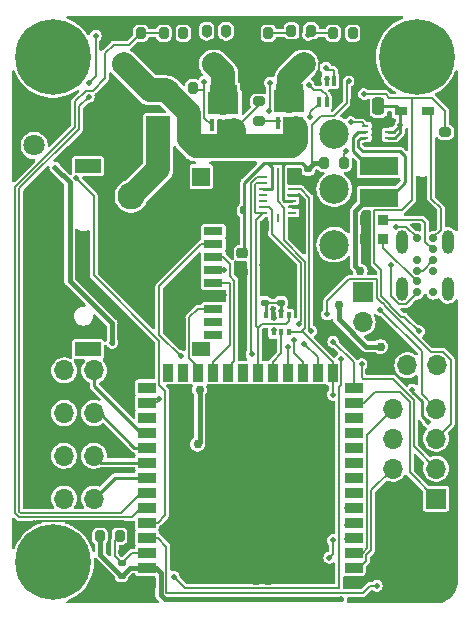
<source format=gbr>
%TF.GenerationSoftware,KiCad,Pcbnew,7.0.2*%
%TF.CreationDate,2023-07-06T19:43:42-07:00*%
%TF.ProjectId,chronos-polaris-hardware,6368726f-6e6f-4732-9d70-6f6c61726973,rev?*%
%TF.SameCoordinates,Original*%
%TF.FileFunction,Copper,L2,Bot*%
%TF.FilePolarity,Positive*%
%FSLAX46Y46*%
G04 Gerber Fmt 4.6, Leading zero omitted, Abs format (unit mm)*
G04 Created by KiCad (PCBNEW 7.0.2) date 2023-07-06 19:43:42*
%MOMM*%
%LPD*%
G01*
G04 APERTURE LIST*
G04 Aperture macros list*
%AMRoundRect*
0 Rectangle with rounded corners*
0 $1 Rounding radius*
0 $2 $3 $4 $5 $6 $7 $8 $9 X,Y pos of 4 corners*
0 Add a 4 corners polygon primitive as box body*
4,1,4,$2,$3,$4,$5,$6,$7,$8,$9,$2,$3,0*
0 Add four circle primitives for the rounded corners*
1,1,$1+$1,$2,$3*
1,1,$1+$1,$4,$5*
1,1,$1+$1,$6,$7*
1,1,$1+$1,$8,$9*
0 Add four rect primitives between the rounded corners*
20,1,$1+$1,$2,$3,$4,$5,0*
20,1,$1+$1,$4,$5,$6,$7,0*
20,1,$1+$1,$6,$7,$8,$9,0*
20,1,$1+$1,$8,$9,$2,$3,0*%
G04 Aperture macros list end*
%TA.AperFunction,ComponentPad*%
%ADD10R,1.700000X1.700000*%
%TD*%
%TA.AperFunction,ComponentPad*%
%ADD11O,1.700000X1.700000*%
%TD*%
%TA.AperFunction,ComponentPad*%
%ADD12C,1.800000*%
%TD*%
%TA.AperFunction,ComponentPad*%
%ADD13O,1.000000X2.000000*%
%TD*%
%TA.AperFunction,ComponentPad*%
%ADD14C,0.700000*%
%TD*%
%TA.AperFunction,ComponentPad*%
%ADD15C,6.400000*%
%TD*%
%TA.AperFunction,ComponentPad*%
%ADD16C,2.000000*%
%TD*%
%TA.AperFunction,ComponentPad*%
%ADD17C,2.500000*%
%TD*%
%TA.AperFunction,SMDPad,CuDef*%
%ADD18R,0.250013X0.800000*%
%TD*%
%TA.AperFunction,SMDPad,CuDef*%
%ADD19R,0.800000X0.250013*%
%TD*%
%TA.AperFunction,SMDPad,CuDef*%
%ADD20R,1.500000X0.900000*%
%TD*%
%TA.AperFunction,SMDPad,CuDef*%
%ADD21R,0.900000X1.500000*%
%TD*%
%TA.AperFunction,SMDPad,CuDef*%
%ADD22R,0.900000X0.900000*%
%TD*%
%TA.AperFunction,SMDPad,CuDef*%
%ADD23RoundRect,0.225000X-0.250000X0.225000X-0.250000X-0.225000X0.250000X-0.225000X0.250000X0.225000X0*%
%TD*%
%TA.AperFunction,SMDPad,CuDef*%
%ADD24RoundRect,0.140000X0.140000X0.170000X-0.140000X0.170000X-0.140000X-0.170000X0.140000X-0.170000X0*%
%TD*%
%TA.AperFunction,SMDPad,CuDef*%
%ADD25R,0.405004X0.989992*%
%TD*%
%TA.AperFunction,SMDPad,CuDef*%
%ADD26R,2.600000X1.840005*%
%TD*%
%TA.AperFunction,SMDPad,CuDef*%
%ADD27RoundRect,0.140000X0.170000X-0.140000X0.170000X0.140000X-0.170000X0.140000X-0.170000X-0.140000X0*%
%TD*%
%TA.AperFunction,SMDPad,CuDef*%
%ADD28RoundRect,0.200000X0.275000X-0.200000X0.275000X0.200000X-0.275000X0.200000X-0.275000X-0.200000X0*%
%TD*%
%TA.AperFunction,SMDPad,CuDef*%
%ADD29RoundRect,0.200000X-0.200000X-0.275000X0.200000X-0.275000X0.200000X0.275000X-0.200000X0.275000X0*%
%TD*%
%TA.AperFunction,SMDPad,CuDef*%
%ADD30RoundRect,0.250000X0.250000X0.475000X-0.250000X0.475000X-0.250000X-0.475000X0.250000X-0.475000X0*%
%TD*%
%TA.AperFunction,SMDPad,CuDef*%
%ADD31R,1.600000X0.700000*%
%TD*%
%TA.AperFunction,SMDPad,CuDef*%
%ADD32R,1.500000X1.200000*%
%TD*%
%TA.AperFunction,SMDPad,CuDef*%
%ADD33R,2.200000X1.200000*%
%TD*%
%TA.AperFunction,SMDPad,CuDef*%
%ADD34R,1.500000X1.600000*%
%TD*%
%TA.AperFunction,SMDPad,CuDef*%
%ADD35R,0.806477X0.864008*%
%TD*%
%TA.AperFunction,SMDPad,CuDef*%
%ADD36RoundRect,0.140000X-0.170000X0.140000X-0.170000X-0.140000X0.170000X-0.140000X0.170000X0.140000X0*%
%TD*%
%TA.AperFunction,SMDPad,CuDef*%
%ADD37R,2.062510X1.539014*%
%TD*%
%TA.AperFunction,SMDPad,CuDef*%
%ADD38RoundRect,0.200000X0.200000X0.275000X-0.200000X0.275000X-0.200000X-0.275000X0.200000X-0.275000X0*%
%TD*%
%TA.AperFunction,SMDPad,CuDef*%
%ADD39RoundRect,0.200000X-0.275000X0.200000X-0.275000X-0.200000X0.275000X-0.200000X0.275000X0.200000X0*%
%TD*%
%TA.AperFunction,SMDPad,CuDef*%
%ADD40R,1.000000X0.750013*%
%TD*%
%TA.AperFunction,SMDPad,CuDef*%
%ADD41R,3.320015X1.500000*%
%TD*%
%TA.AperFunction,SMDPad,CuDef*%
%ADD42R,0.400000X0.600000*%
%TD*%
%TA.AperFunction,SMDPad,CuDef*%
%ADD43R,0.350013X0.916002*%
%TD*%
%TA.AperFunction,SMDPad,CuDef*%
%ADD44R,0.521006X0.250013*%
%TD*%
%TA.AperFunction,SMDPad,CuDef*%
%ADD45R,0.900000X1.600000*%
%TD*%
%TA.AperFunction,ViaPad*%
%ADD46C,0.500000*%
%TD*%
%TA.AperFunction,ViaPad*%
%ADD47C,1.524000*%
%TD*%
%TA.AperFunction,ViaPad*%
%ADD48C,0.762000*%
%TD*%
%TA.AperFunction,ViaPad*%
%ADD49C,2.286000*%
%TD*%
%TA.AperFunction,Conductor*%
%ADD50C,0.400000*%
%TD*%
%TA.AperFunction,Conductor*%
%ADD51C,1.270000*%
%TD*%
%TA.AperFunction,Conductor*%
%ADD52C,0.150000*%
%TD*%
%TA.AperFunction,Conductor*%
%ADD53C,0.800000*%
%TD*%
%TA.AperFunction,Conductor*%
%ADD54C,0.250000*%
%TD*%
%TA.AperFunction,Conductor*%
%ADD55C,2.032000*%
%TD*%
G04 APERTURE END LIST*
D10*
%TO.P,J1,1,Pin_1*%
%TO.N,GND*%
X101985000Y-141000000D03*
D11*
%TO.P,J1,2,Pin_2*%
%TO.N,5V*%
X104525000Y-141000000D03*
%TO.P,J1,3,Pin_3*%
%TO.N,Net-(J1-Pin_3)*%
X107065000Y-141000000D03*
%TD*%
D10*
%TO.P,J2,1,Pin_1*%
%TO.N,GND*%
X101974333Y-137389622D03*
D11*
%TO.P,J2,2,Pin_2*%
%TO.N,5V*%
X104514333Y-137389622D03*
%TO.P,J2,3,Pin_3*%
%TO.N,Net-(J2-Pin_3)*%
X107054333Y-137389622D03*
%TD*%
D10*
%TO.P,J8,1,Pin_1*%
%TO.N,/GPIO0 (BOOTLOADER)*%
X129800000Y-123525000D03*
D11*
%TO.P,J8,2,Pin_2*%
%TO.N,/RESET*%
X129800000Y-126065000D03*
%TD*%
D12*
%TO.P,BUZ1,1,+*%
%TO.N,/BUZ_CTRL*%
X101996754Y-111103629D03*
%TO.P,BUZ1,2,-*%
%TO.N,GND*%
X106996754Y-111103629D03*
%TD*%
D13*
%TO.P,U15,0,0*%
%TO.N,unconnected-(U15-Pad0)*%
X137029871Y-123250191D03*
X137029871Y-119250191D03*
X133170079Y-123250191D03*
X133170079Y-119250191D03*
D14*
%TO.P,U15,A1,GND*%
%TO.N,GND*%
X134399950Y-124500128D03*
%TO.P,U15,A4,VBUS*%
%TO.N,Net-(D1-A)*%
X134399950Y-123550166D03*
%TO.P,U15,A5,CC1*%
%TO.N,Net-(U15-CC1)*%
X134399950Y-122599950D03*
%TO.P,U15,A6,D+*%
%TO.N,Net-(U2-IO20)*%
X134399950Y-121700026D03*
%TO.P,U15,A7,D-*%
%TO.N,Net-(U2-IO19)*%
X134399950Y-120800102D03*
%TO.P,U15,A9,VBUS*%
%TO.N,Net-(D1-A)*%
X134399950Y-118949962D03*
%TO.P,U15,A12,GND*%
%TO.N,GND*%
X134399950Y-118000000D03*
%TO.P,U15,B1,GND*%
X135800000Y-118000000D03*
%TO.P,U15,B5,CC2*%
%TO.N,Net-(U15-CC2)*%
X135800000Y-119899924D03*
%TO.P,U15,B6,D+*%
%TO.N,Net-(U2-IO20)*%
X135800000Y-120800102D03*
%TO.P,U15,B7,D-*%
%TO.N,Net-(U2-IO19)*%
X135800000Y-121700026D03*
%TO.P,U15,B9,VBUS*%
%TO.N,Net-(D1-A)*%
X135800000Y-123550166D03*
%TO.P,U15,B12,GND*%
%TO.N,GND*%
X135800000Y-124500128D03*
%TO.P,U15,B4,VBUS*%
%TO.N,Net-(D1-A)*%
X135800000Y-118949962D03*
%TD*%
D15*
%TO.P,H1,1*%
%TO.N,N/C*%
X103600000Y-103600000D03*
%TD*%
D10*
%TO.P,J7,1,Pin_1*%
%TO.N,Net-(J7-Pin_1)*%
X136028341Y-141000000D03*
D11*
%TO.P,J7,2,Pin_2*%
%TO.N,/SPI CLK*%
X136028341Y-138460000D03*
%TO.P,J7,3,Pin_3*%
%TO.N,/MOSI {slash} SDI*%
X136028341Y-135920000D03*
%TO.P,J7,4,Pin_4*%
%TO.N,/MISO {slash} SDO*%
X136028341Y-133380000D03*
%TD*%
D10*
%TO.P,J5,1,Pin_1*%
%TO.N,GND*%
X131060000Y-129699835D03*
D11*
%TO.P,J5,2,Pin_2*%
%TO.N,5V*%
X133600000Y-129699835D03*
%TO.P,J5,3,Pin_3*%
%TO.N,3.3V*%
X136140000Y-129699835D03*
%TD*%
D10*
%TO.P,J6,1,Pin_1*%
%TO.N,GND*%
X132400000Y-141003187D03*
D11*
%TO.P,J6,2,Pin_2*%
%TO.N,Net-(J6-Pin_2)*%
X132400000Y-138463187D03*
%TO.P,J6,3,Pin_3*%
%TO.N,3.3V*%
X132400000Y-135923187D03*
%TO.P,J6,4,Pin_4*%
%TO.N,Net-(J6-Pin_4)*%
X132400000Y-133383187D03*
%TD*%
D15*
%TO.P,H4,1*%
%TO.N,N/C*%
X134400000Y-103600000D03*
%TD*%
%TO.P,H2,1,Pin_1*%
%TO.N,GND*%
X134400000Y-146400000D03*
%TD*%
D10*
%TO.P,J3,1,Pin_1*%
%TO.N,GND*%
X102008008Y-133756199D03*
D11*
%TO.P,J3,2,Pin_2*%
%TO.N,5V*%
X104548008Y-133756199D03*
%TO.P,J3,3,Pin_3*%
%TO.N,Net-(J3-Pin_3)*%
X107088008Y-133756199D03*
%TD*%
D15*
%TO.P,H3,1*%
%TO.N,N/C*%
X103600000Y-146400000D03*
%TD*%
D16*
%TO.P,P1,1,1*%
%TO.N,/BAT+*%
X109579985Y-104200000D03*
%TO.P,P1,2,2*%
%TO.N,GND*%
X113389993Y-104200000D03*
%TO.P,P1,3,3*%
%TO.N,/MAIN V+*%
X117200000Y-104200000D03*
%TO.P,P1,4,4*%
%TO.N,GND*%
X121010008Y-104200000D03*
%TO.P,P1,5,5*%
%TO.N,/DROGUE V+*%
X124820015Y-104200000D03*
%TO.P,P1,6,6*%
%TO.N,GND*%
X128630023Y-104200000D03*
%TD*%
D10*
%TO.P,J4,1,Pin_1*%
%TO.N,GND*%
X102008008Y-130148008D03*
D11*
%TO.P,J4,2,Pin_2*%
%TO.N,5V*%
X104548008Y-130148008D03*
%TO.P,J4,3,Pin_3*%
%TO.N,Net-(J4-Pin_3)*%
X107088008Y-130148008D03*
%TD*%
D17*
%TO.P,U9,1,1*%
%TO.N,unconnected-(U9-Pad1)*%
X127400000Y-119500025D03*
%TO.P,U9,2,2*%
%TO.N,/BAT+*%
X127400000Y-114800000D03*
%TO.P,U9,3,3*%
%TO.N,Net-(U6-VIN)*%
X127400000Y-110099975D03*
%TD*%
D18*
%TO.P,U3,16,INT1*%
%TO.N,unconnected-(U3-INT1-Pad16)*%
X122600102Y-117217069D03*
D19*
%TO.P,U3,15,SDO1*%
%TO.N,/MISO {slash} SDO*%
X121400204Y-116800000D03*
%TO.P,U3,14,CSB1*%
%TO.N,/ACCEL CS*%
X121400204Y-116300127D03*
%TO.P,U3,13,INT4*%
%TO.N,unconnected-(U3-INT4-Pad13)*%
X121400204Y-115800000D03*
%TO.P,U3,12,INT3*%
%TO.N,unconnected-(U3-INT3-Pad12)*%
X121400204Y-115300127D03*
%TO.P,U3,11,VDDIO*%
%TO.N,3.3V*%
X121400204Y-114800000D03*
%TO.P,U3,10,SDO2*%
%TO.N,/MISO {slash} SDO*%
X121400204Y-114300127D03*
%TO.P,U3,9,SDA/SDI*%
%TO.N,/MOSI {slash} SDI*%
X121400204Y-113800000D03*
D18*
%TO.P,U3,8,SCL/SCK*%
%TO.N,/SPI CLK*%
X122600102Y-113387249D03*
D19*
%TO.P,U3,7,PS*%
%TO.N,GND*%
X123800000Y-113800000D03*
%TO.P,U3,6,GNDIO*%
X123800000Y-114300127D03*
%TO.P,U3,5,CSB2*%
%TO.N,/GYRO CS*%
X123800000Y-114800000D03*
%TO.P,U3,4,GNDA*%
%TO.N,GND*%
X123800000Y-115300127D03*
%TO.P,U3,3,VDD*%
%TO.N,3.3V*%
X123800000Y-115800000D03*
%TO.P,U3,2,NC*%
%TO.N,GND*%
X123800000Y-116300127D03*
%TO.P,U3,1,INT2*%
%TO.N,unconnected-(U3-INT2-Pad1)*%
X123800000Y-116800000D03*
%TD*%
D20*
%TO.P,U2,1,GND*%
%TO.N,GND*%
X111550012Y-148120041D03*
%TO.P,U2,2,3V3*%
%TO.N,3.3V*%
X111550012Y-146850038D03*
%TO.P,U2,3,EN*%
%TO.N,/RESET*%
X111550012Y-145580036D03*
%TO.P,U2,4,IO4*%
%TO.N,/MAIN CTRL*%
X111550012Y-144310033D03*
%TO.P,U2,5,IO5*%
%TO.N,/DROGUE CTRL*%
X111550012Y-143040031D03*
%TO.P,U2,6,IO6*%
%TO.N,/MAIN DETECT*%
X111550012Y-141770028D03*
%TO.P,U2,7,IO7*%
%TO.N,/DROGUE DETECT*%
X111550012Y-140500026D03*
%TO.P,U2,8,IO15*%
%TO.N,Net-(J1-Pin_3)*%
X111550012Y-139230023D03*
%TO.P,U2,9,IO16*%
%TO.N,Net-(J2-Pin_3)*%
X111550012Y-137960020D03*
%TO.P,U2,10,IO17*%
%TO.N,Net-(J3-Pin_3)*%
X111550012Y-136690018D03*
%TO.P,U2,11,IO18*%
%TO.N,Net-(J4-Pin_3)*%
X111550012Y-135420015D03*
%TO.P,U2,12,IO8*%
%TO.N,unconnected-(U2-IO8-Pad12)*%
X111550012Y-134150013D03*
%TO.P,U2,13,IO19*%
%TO.N,Net-(U2-IO19)*%
X111550012Y-132880010D03*
%TO.P,U2,14,IO20*%
%TO.N,Net-(U2-IO20)*%
X111550012Y-131610008D03*
D21*
%TO.P,U2,15,IO3*%
%TO.N,/BUZ_CTRL*%
X113315062Y-130330099D03*
%TO.P,U2,16,IO46*%
%TO.N,unconnected-(U2-IO46-Pad16)*%
X114585065Y-130330099D03*
%TO.P,U2,17,IO9*%
%TO.N,Net-(U2-IO9)*%
X115855067Y-130330099D03*
%TO.P,U2,18,IO10*%
%TO.N,Net-(U2-IO10)*%
X117125070Y-130330099D03*
%TO.P,U2,19,IO11*%
%TO.N,Net-(U2-IO11)*%
X118395072Y-130330099D03*
%TO.P,U2,20,IO12*%
%TO.N,Net-(U2-IO12)*%
X119665075Y-130330099D03*
%TO.P,U2,21,IO13*%
%TO.N,/MISO {slash} SDO*%
X120935077Y-130330099D03*
%TO.P,U2,22,IO14*%
%TO.N,/MOSI {slash} SDI*%
X122205080Y-130330099D03*
%TO.P,U2,23,IO21*%
%TO.N,/BMP CS*%
X123475082Y-130330099D03*
%TO.P,U2,24,IO33*%
%TO.N,/GYRO CS*%
X124745085Y-130330099D03*
%TO.P,U2,25,IO34*%
%TO.N,/ACCEL CS*%
X126015087Y-130330099D03*
%TO.P,U2,26,IO45*%
%TO.N,/SPI CLK*%
X127285090Y-130360071D03*
D20*
%TO.P,U2,27,IO0*%
%TO.N,/GPIO0 (BOOTLOADER)*%
X129050140Y-131610008D03*
%TO.P,U2,28,IO35*%
%TO.N,Net-(J7-Pin_1)*%
X129050140Y-132880010D03*
%TO.P,U2,29,IO36*%
%TO.N,unconnected-(U2-IO36-Pad29)*%
X129050140Y-134150013D03*
%TO.P,U2,30,IO37*%
%TO.N,unconnected-(U2-IO37-Pad30)*%
X129050140Y-135420015D03*
%TO.P,U2,31,IO38*%
%TO.N,unconnected-(U2-IO38-Pad31)*%
X129050140Y-136690018D03*
%TO.P,U2,32,IO39*%
%TO.N,unconnected-(U2-IO39-Pad32)*%
X129050140Y-137960020D03*
%TO.P,U2,33,IO40*%
%TO.N,unconnected-(U2-IO40-Pad33)*%
X129050140Y-139230023D03*
%TO.P,U2,34,IO41*%
%TO.N,unconnected-(U2-IO41-Pad34)*%
X129050140Y-140500026D03*
%TO.P,U2,35,IO42*%
%TO.N,Net-(U2-IO42)*%
X129050140Y-141770028D03*
%TO.P,U2,36,RXD0*%
%TO.N,Net-(U2-RXD0)*%
X129050140Y-143040031D03*
%TO.P,U2,37,TXD0*%
%TO.N,Net-(U2-TXD0)*%
X129050140Y-144310033D03*
%TO.P,U2,38,IO2*%
%TO.N,Net-(J6-Pin_4)*%
X129050140Y-145580036D03*
%TO.P,U2,39,IO1*%
%TO.N,Net-(J6-Pin_2)*%
X129050140Y-146850038D03*
%TO.P,U2,40,GND*%
%TO.N,GND*%
X129050140Y-148120041D03*
D22*
%TO.P,U2,41,GND*%
X120200000Y-138999899D03*
X118799949Y-138999899D03*
X117399898Y-138999899D03*
X117399898Y-141800000D03*
X118799949Y-141800000D03*
X120200000Y-141800000D03*
X120200000Y-140399949D03*
X117399898Y-140399949D03*
X118799949Y-140399949D03*
%TD*%
D23*
%TO.P,C1,1*%
%TO.N,3.3V*%
X119600000Y-120225000D03*
%TO.P,C1,2*%
%TO.N,GND*%
X119600000Y-121775000D03*
%TD*%
D24*
%TO.P,C9,1*%
%TO.N,3.3V*%
X119680000Y-116600000D03*
%TO.P,C9,2*%
%TO.N,GND*%
X118720000Y-116600000D03*
%TD*%
D25*
%TO.P,U7,1,S*%
%TO.N,/BAT+*%
X124574981Y-109234976D03*
%TO.P,U7,2,S*%
X123924994Y-109234976D03*
%TO.P,U7,3,S*%
X123275006Y-109234976D03*
%TO.P,U7,4,G*%
%TO.N,Net-(U7-G)*%
X122625019Y-109234976D03*
%TO.P,U7,5,D*%
%TO.N,/DROGUE V+*%
X122625019Y-106365024D03*
%TO.P,U7,6,D*%
X123275006Y-106365024D03*
%TO.P,U7,7,D*%
X123924994Y-106365024D03*
%TO.P,U7,8,D*%
X124574981Y-106365024D03*
D26*
%TO.P,U7,9,D*%
X123599873Y-107359944D03*
%TD*%
D27*
%TO.P,C6,1*%
%TO.N,3.3V*%
X122900000Y-124400000D03*
%TO.P,C6,2*%
%TO.N,GND*%
X122900000Y-123440000D03*
%TD*%
D28*
%TO.P,R5,1*%
%TO.N,GND*%
X136800000Y-111625000D03*
%TO.P,R5,2*%
%TO.N,/MAIN CTRL*%
X136800000Y-109975000D03*
%TD*%
D29*
%TO.P,R3,1*%
%TO.N,/BAT+*%
X113775000Y-106200000D03*
%TO.P,R3,2*%
%TO.N,Net-(U12-G)*%
X115425000Y-106200000D03*
%TD*%
D30*
%TO.P,C2,1*%
%TO.N,Net-(D1-C)*%
X131150000Y-107800000D03*
%TO.P,C2,2*%
%TO.N,GND*%
X129250000Y-107800000D03*
%TD*%
D31*
%TO.P,U5,8,DAT1*%
%TO.N,unconnected-(U5-DAT1-Pad8)*%
X117163513Y-126049835D03*
%TO.P,U5,7,DAT0*%
%TO.N,Net-(U2-IO9)*%
X117163513Y-124950013D03*
%TO.P,U5,6,VSS*%
%TO.N,GND*%
X117163513Y-123849936D03*
%TO.P,U5,5,CLX*%
%TO.N,Net-(U2-IO10)*%
X117163513Y-122749860D03*
%TO.P,U5,4,VDD*%
%TO.N,3.3V*%
X117163513Y-121650038D03*
%TO.P,U5,3,CMD*%
%TO.N,Net-(U2-IO11)*%
X117163513Y-120549962D03*
%TO.P,U5,2,CD/DAT3*%
%TO.N,Net-(U2-IO12)*%
X117163513Y-119449886D03*
%TO.P,U5,1,DAT2*%
%TO.N,unconnected-(U5-DAT2-Pad1)*%
X117163513Y-118349809D03*
%TO.P,U5,CD*%
%TO.N,N/C*%
X117163513Y-127149911D03*
D32*
%TO.P,U5,10,10*%
%TO.N,unconnected-(U5-Pad10)*%
X116163513Y-128350064D03*
D33*
%TO.P,U5,11,11*%
%TO.N,unconnected-(U5-Pad11)*%
X106563563Y-128350064D03*
%TO.P,U5,12,12*%
%TO.N,unconnected-(U5-Pad12)*%
X106563563Y-112849936D03*
D34*
%TO.P,U5,13,13*%
%TO.N,unconnected-(U5-Pad13)*%
X116163513Y-113749860D03*
%TD*%
D35*
%TO.P,R13,2,2*%
%TO.N,Net-(U15-CC2)*%
X131553366Y-117400000D03*
%TO.P,R13,1,1*%
%TO.N,GND*%
X130046634Y-117400000D03*
%TD*%
D36*
%TO.P,C10,1*%
%TO.N,3.3V*%
X109400000Y-147520000D03*
%TO.P,C10,2*%
%TO.N,GND*%
X109400000Y-148480000D03*
%TD*%
D37*
%TO.P,U11,1,A*%
%TO.N,GND*%
X107496317Y-109400000D03*
%TO.P,U11,2,K*%
%TO.N,Net-(U11-K)*%
X112503683Y-109400000D03*
%TD*%
D25*
%TO.P,U12,1,S*%
%TO.N,/BAT+*%
X119000000Y-109400000D03*
%TO.P,U12,2,S*%
X118350013Y-109400000D03*
%TO.P,U12,3,S*%
X117700025Y-109400000D03*
%TO.P,U12,4,G*%
%TO.N,Net-(U12-G)*%
X117050038Y-109400000D03*
%TO.P,U12,5,D*%
%TO.N,/MAIN V+*%
X117050038Y-106530048D03*
%TO.P,U12,6,D*%
X117700025Y-106530048D03*
%TO.P,U12,7,D*%
X118350013Y-106530048D03*
%TO.P,U12,8,D*%
X119000000Y-106530048D03*
D26*
%TO.P,U12,9,D*%
X118024892Y-107524968D03*
%TD*%
D38*
%TO.P,R6,1*%
%TO.N,3.3V*%
X118250000Y-101400000D03*
%TO.P,R6,2*%
%TO.N,/MAIN V+*%
X116600000Y-101400000D03*
%TD*%
D36*
%TO.P,C8,1*%
%TO.N,3.3V*%
X125200000Y-113120000D03*
%TO.P,C8,2*%
%TO.N,GND*%
X125200000Y-114080000D03*
%TD*%
D39*
%TO.P,R2,1*%
%TO.N,/BAT+*%
X121000000Y-107375000D03*
%TO.P,R2,2*%
%TO.N,Net-(U7-G)*%
X121000000Y-109025000D03*
%TD*%
D38*
%TO.P,R18,1*%
%TO.N,/DROGUE DETECT*%
X121825000Y-101600000D03*
%TO.P,R18,2*%
%TO.N,GND*%
X120175000Y-101600000D03*
%TD*%
D40*
%TO.P,D1,2,A*%
%TO.N,Net-(D1-A)*%
X135372593Y-108200000D03*
%TO.P,D1,1,C*%
%TO.N,Net-(D1-C)*%
X133027407Y-108200000D03*
%TD*%
D27*
%TO.P,C5,1*%
%TO.N,/RESET*%
X109400000Y-146480000D03*
%TO.P,C5,2*%
%TO.N,GND*%
X109400000Y-145520000D03*
%TD*%
D38*
%TO.P,R15,1*%
%TO.N,/MAIN DETECT*%
X111025000Y-101600000D03*
%TO.P,R15,2*%
%TO.N,GND*%
X109375000Y-101600000D03*
%TD*%
D41*
%TO.P,L1,1,1*%
%TO.N,Net-(U1-SW)*%
X131200000Y-112872085D03*
%TO.P,L1,2,2*%
%TO.N,3.3V*%
X131200000Y-115527915D03*
%TD*%
D29*
%TO.P,R1,1*%
%TO.N,3.3V*%
X126575000Y-112600000D03*
%TO.P,R1,2*%
%TO.N,Net-(U1-PG)*%
X128225000Y-112600000D03*
%TD*%
D38*
%TO.P,R17,1*%
%TO.N,/DROGUE V+*%
X125425000Y-101400000D03*
%TO.P,R17,2*%
%TO.N,/DROGUE DETECT*%
X123775000Y-101400000D03*
%TD*%
D42*
%TO.P,U4,5,SDO*%
%TO.N,/MISO {slash} SDO*%
X123575108Y-125475083D03*
%TO.P,U4,6,VDDIO*%
%TO.N,3.3V*%
X122924867Y-125475083D03*
%TO.P,U4,7,GND*%
%TO.N,GND*%
X122275133Y-125475083D03*
%TO.P,U4,8,VDD*%
%TO.N,3.3V*%
X121624892Y-125475083D03*
%TO.P,U4,4,SCK*%
%TO.N,/SPI CLK*%
X123575108Y-126924917D03*
%TO.P,U4,3,SDI*%
%TO.N,/MOSI {slash} SDI*%
X122924867Y-126924917D03*
%TO.P,U4,2,CSB*%
%TO.N,/BMP CS*%
X122275133Y-126924917D03*
%TO.P,U4,1,GND*%
%TO.N,GND*%
X121624892Y-126924917D03*
%TD*%
D35*
%TO.P,R12,2,2*%
%TO.N,Net-(U15-CC1)*%
X131553366Y-119000000D03*
%TO.P,R12,1,1*%
%TO.N,GND*%
X130046634Y-119000000D03*
%TD*%
D43*
%TO.P,U8,1,S1*%
%TO.N,GND*%
X127401513Y-107435244D03*
%TO.P,U8,2,G1*%
%TO.N,/MAIN CTRL*%
X126751526Y-107435244D03*
%TO.P,U8,3,D2*%
%TO.N,Net-(U7-G)*%
X126101539Y-107435244D03*
%TO.P,U8,4,S2*%
%TO.N,GND*%
X126101539Y-105619140D03*
%TO.P,U8,5,G2*%
%TO.N,/DROGUE CTRL*%
X126751526Y-105619140D03*
%TO.P,U8,6,D1*%
%TO.N,Net-(U12-G)*%
X127401513Y-105619140D03*
%TD*%
D44*
%TO.P,U1,1,PGND*%
%TO.N,GND*%
X131949962Y-109449936D03*
%TO.P,U1,2,VIN*%
%TO.N,Net-(D1-C)*%
X131949962Y-109950064D03*
%TO.P,U1,3,EN*%
X131949962Y-110449936D03*
%TO.P,U1,4,AGND*%
%TO.N,GND*%
X131949962Y-110950064D03*
%TO.P,U1,5,FB*%
X130050038Y-110950064D03*
%TO.P,U1,6,VOS*%
%TO.N,3.3V*%
X130050038Y-110449936D03*
%TO.P,U1,7,SW*%
%TO.N,Net-(U1-SW)*%
X130050038Y-109950064D03*
%TO.P,U1,8,PG*%
%TO.N,Net-(U1-PG)*%
X130050038Y-109449936D03*
D45*
%TO.P,U1,9,EP*%
%TO.N,GND*%
X131000000Y-110200000D03*
%TD*%
D38*
%TO.P,R8,1*%
%TO.N,/RESET*%
X109225000Y-144200000D03*
%TO.P,R8,2*%
%TO.N,3.3V*%
X107575000Y-144200000D03*
%TD*%
%TO.P,R16,1*%
%TO.N,3.3V*%
X128975000Y-101600000D03*
%TO.P,R16,2*%
%TO.N,/DROGUE V+*%
X127325000Y-101600000D03*
%TD*%
%TO.P,R14,1*%
%TO.N,/MAIN V+*%
X114625000Y-101600000D03*
%TO.P,R14,2*%
%TO.N,/MAIN DETECT*%
X112975000Y-101600000D03*
%TD*%
D27*
%TO.P,C7,1*%
%TO.N,3.3V*%
X121500000Y-124400000D03*
%TO.P,C7,2*%
%TO.N,GND*%
X121500000Y-123440000D03*
%TD*%
D46*
%TO.N,/BUZ_CTRL*%
X103800000Y-113000000D03*
X108600000Y-127800000D03*
X113200000Y-130000000D03*
%TO.N,GND*%
X122275365Y-125675500D03*
D47*
X108800000Y-107000000D03*
D46*
X129400000Y-100400000D03*
X110000000Y-145000000D03*
D48*
X126400000Y-139400000D03*
X130264504Y-147648389D03*
X119800000Y-147400000D03*
X127400000Y-117200000D03*
D46*
X119706233Y-123693767D03*
D48*
X107200000Y-109000000D03*
D46*
X121600000Y-127400000D03*
D48*
X103800000Y-115200000D03*
X121800000Y-147944500D03*
D47*
X103200000Y-123000000D03*
D48*
X122800000Y-147400000D03*
X100600000Y-107000000D03*
X118000000Y-139800000D03*
X126400000Y-137600000D03*
X123400000Y-146400000D03*
D46*
X114800000Y-147000000D03*
D48*
X108529391Y-122000000D03*
X124400000Y-136000000D03*
D46*
X121615690Y-117543160D03*
D48*
X119600000Y-141000000D03*
X126400000Y-136000000D03*
D46*
X132600000Y-127800000D03*
D48*
X118000000Y-141000000D03*
X130400000Y-102200000D03*
D46*
X118200000Y-145600000D03*
D48*
X103600000Y-108200000D03*
D46*
X118200000Y-147000000D03*
D48*
X119200000Y-146400000D03*
X118000000Y-137600000D03*
D46*
X111400000Y-149200000D03*
D48*
X137400000Y-114800000D03*
D46*
X116800000Y-147000000D03*
X121324500Y-121200000D03*
D48*
X122200000Y-145200000D03*
D46*
X135565500Y-126800000D03*
D48*
X124400000Y-137600000D03*
X122200000Y-137600000D03*
D46*
X125600000Y-114400000D03*
X124525000Y-116250006D03*
X119524500Y-125136966D03*
D47*
X126800000Y-122200000D03*
D48*
X119600000Y-139800000D03*
X119600000Y-137600000D03*
X101600000Y-116800000D03*
D46*
X118075500Y-123800000D03*
X116800000Y-145600000D03*
D48*
X120400000Y-145200000D03*
D46*
X101967893Y-143074500D03*
D47*
X118800000Y-113200000D03*
D48*
X120800000Y-147944500D03*
X124400000Y-139400000D03*
D46*
X116800000Y-144200000D03*
D48*
X130200000Y-105200000D03*
X122200000Y-139400000D03*
D47*
X103200000Y-126400000D03*
D46*
X119600000Y-121775000D03*
X122800000Y-100400000D03*
D48*
X130000000Y-119000000D03*
D46*
X135400000Y-116675500D03*
X118200000Y-144200000D03*
D48*
X104680947Y-112777153D03*
D46*
%TO.N,3.3V*%
X128625000Y-105649494D03*
X128000000Y-149524500D03*
X134018365Y-131781635D03*
X119600000Y-120200000D03*
D48*
X127773496Y-124600000D03*
X129600000Y-121744500D03*
D46*
X118059395Y-121650038D03*
D48*
X116000000Y-131800000D03*
D46*
X118250000Y-101724500D03*
D48*
X115830500Y-136400000D03*
X107600000Y-144200000D03*
D46*
X122927757Y-125131162D03*
X135346765Y-134486418D03*
X129000000Y-101600000D03*
D48*
X131336491Y-128136491D03*
D46*
%TO.N,Net-(D1-C)*%
X133000000Y-109400000D03*
%TO.N,/RESET*%
X111600000Y-145800000D03*
X127961986Y-129222038D03*
X113800000Y-147600000D03*
%TO.N,Net-(D1-A)*%
X132595594Y-117994202D03*
X132200000Y-121200000D03*
%TO.N,/SPI CLK*%
X129724500Y-129625796D03*
X127275500Y-132200000D03*
%TO.N,/MOSI {slash} SDI*%
X126800000Y-125400000D03*
X120400000Y-128800000D03*
X122200000Y-130400000D03*
%TO.N,/MISO {slash} SDO*%
X131275500Y-125000000D03*
X121000000Y-130400000D03*
%TO.N,/GPIO0 (BOOTLOADER)*%
X127324500Y-127733744D03*
D49*
%TO.N,Net-(U11-K)*%
X110200000Y-115400000D03*
D46*
%TO.N,/MAIN V+*%
X116600000Y-101724500D03*
X114800000Y-101800000D03*
%TO.N,/DROGUE V+*%
X125200000Y-101734500D03*
%TO.N,Net-(U1-PG)*%
X128812626Y-109146341D03*
X128426074Y-111607787D03*
%TO.N,Net-(U7-G)*%
X122600000Y-109015475D03*
X125378150Y-108728419D03*
%TO.N,Net-(U12-G)*%
X126675500Y-104509941D03*
X116400000Y-105715500D03*
%TO.N,/DROGUE CTRL*%
X121979065Y-105796530D03*
X126777005Y-105475500D03*
X105575772Y-113899437D03*
X121850371Y-108200000D03*
%TO.N,/MAIN CTRL*%
X131001426Y-148394295D03*
X129901333Y-106752084D03*
X134570878Y-126829122D03*
X125226985Y-105999994D03*
%TO.N,Net-(U2-IO12)*%
X119600000Y-130400000D03*
X114400000Y-128949502D03*
%TO.N,/DROGUE DETECT*%
X106660485Y-105800000D03*
X106600000Y-107000000D03*
X121800000Y-101600000D03*
X107200000Y-101800000D03*
%TO.N,Net-(U2-IO19)*%
X112563301Y-132603562D03*
%TO.N,Net-(U2-IO20)*%
X111666858Y-131733142D03*
%TO.N,/BMP CS*%
X122274394Y-126724500D03*
X123449367Y-128200000D03*
%TO.N,/GYRO CS*%
X124022854Y-127599981D03*
X125423498Y-126800528D03*
%TO.N,/ACCEL CS*%
X124876964Y-127876963D03*
X124397638Y-126200000D03*
%TO.N,Net-(U2-IO42)*%
X128475500Y-141800000D03*
%TO.N,Net-(U2-RXD0)*%
X128475500Y-143200000D03*
%TO.N,Net-(U2-TXD0)*%
X127269254Y-144530746D03*
X128475500Y-144400000D03*
X126993915Y-146000000D03*
%TD*%
D50*
%TO.N,/BUZ_CTRL*%
X105000000Y-114200000D02*
X105000000Y-122572235D01*
X103800000Y-113000000D02*
X105000000Y-114200000D01*
X108600000Y-126172235D02*
X108600000Y-127800000D01*
X105000000Y-122572235D02*
X108600000Y-126172235D01*
D51*
%TO.N,GND*%
X107496317Y-109400000D02*
X107496317Y-110703683D01*
D52*
X118075500Y-123800000D02*
X118025564Y-123849936D01*
D53*
X126165494Y-102584000D02*
X122626008Y-102584000D01*
D51*
X115355373Y-117378000D02*
X110200000Y-117378000D01*
D53*
X119394008Y-102584000D02*
X115816000Y-102584000D01*
D54*
X124474879Y-116300127D02*
X124525000Y-116250006D01*
D50*
X111550012Y-149049988D02*
X111400000Y-149200000D01*
D51*
X103200000Y-123000000D02*
X103200000Y-128278008D01*
D52*
X125200000Y-114080000D02*
X124020127Y-114080000D01*
D53*
X122535008Y-102675000D02*
X120250000Y-102675000D01*
D51*
X107200000Y-109000000D02*
X107496317Y-109296317D01*
D54*
X131000000Y-110535483D02*
X131414581Y-110950064D01*
D51*
X103200000Y-128278008D02*
X102008008Y-129470000D01*
D50*
X130000000Y-102830023D02*
X130000000Y-102600000D01*
D52*
X126111015Y-105609664D02*
X126111015Y-104088985D01*
X110279959Y-148120041D02*
X109920000Y-148480000D01*
X128100500Y-106299500D02*
X128100500Y-104729523D01*
X135565500Y-126800000D02*
X135565500Y-125665678D01*
D50*
X130400000Y-102200000D02*
X130000000Y-101800000D01*
X110200000Y-117378000D02*
X110200000Y-120329391D01*
D51*
X108200000Y-114183499D02*
X108600000Y-113783499D01*
D54*
X131414581Y-109449936D02*
X131949962Y-109449936D01*
D52*
X135565500Y-125665678D02*
X134399950Y-124500128D01*
X135800000Y-117000000D02*
X135800000Y-118000000D01*
X119706233Y-124955233D02*
X119706233Y-123693767D01*
D50*
X116800000Y-144200000D02*
X116800000Y-145600000D01*
D51*
X107496317Y-108703683D02*
X107200000Y-109000000D01*
D53*
X122626008Y-102584000D02*
X122535008Y-102675000D01*
D54*
X131000000Y-109864517D02*
X131414581Y-109449936D01*
D50*
X129400000Y-100400000D02*
X122800000Y-100400000D01*
X116800000Y-145600000D02*
X116800000Y-147000000D01*
X122800000Y-100400000D02*
X121375000Y-100400000D01*
D51*
X118800000Y-113200000D02*
X118800000Y-113933373D01*
D52*
X135400000Y-116675500D02*
X135475500Y-116675500D01*
X118799949Y-140399949D02*
X118799949Y-138999899D01*
D54*
X122900000Y-123440000D02*
X121500000Y-123440000D01*
D52*
X127401513Y-107435244D02*
X127401513Y-106998487D01*
D50*
X120175000Y-103364992D02*
X121010008Y-104200000D01*
D52*
X109480000Y-145520000D02*
X110000000Y-145000000D01*
D54*
X121500000Y-121375500D02*
X121324500Y-121200000D01*
D53*
X103800000Y-122400000D02*
X103200000Y-123000000D01*
D50*
X120175000Y-102600000D02*
X120175000Y-103364992D01*
D51*
X108600000Y-110503683D02*
X107496317Y-109400000D01*
D52*
X111550012Y-148120041D02*
X110279959Y-148120041D01*
D53*
X127781494Y-104200000D02*
X126890747Y-103309253D01*
D51*
X102008008Y-130148008D02*
X102008008Y-140976992D01*
D52*
X102117393Y-142925000D02*
X109525000Y-142925000D01*
D50*
X121615690Y-118184310D02*
X121600000Y-118200000D01*
D54*
X129200000Y-107750000D02*
X129200000Y-104769977D01*
D50*
X111550012Y-148120041D02*
X111550012Y-149049988D01*
D52*
X120200000Y-141800000D02*
X118799949Y-141800000D01*
D54*
X131000000Y-110535483D02*
X130585419Y-110950064D01*
D52*
X101967893Y-143074500D02*
X102117393Y-142925000D01*
X110000000Y-143400000D02*
X110000000Y-145000000D01*
D50*
X130000000Y-101000000D02*
X129400000Y-100400000D01*
X110575000Y-100400000D02*
X109375000Y-101600000D01*
D52*
X117399898Y-138999899D02*
X117399898Y-140399949D01*
D51*
X110200000Y-117378000D02*
X109378000Y-117378000D01*
D54*
X121500000Y-123440000D02*
X121500000Y-121375500D01*
D52*
X118799949Y-138999899D02*
X117399898Y-138999899D01*
D50*
X115600000Y-100400000D02*
X115600000Y-102800000D01*
D52*
X124020127Y-114080000D02*
X123800000Y-114300127D01*
X127401513Y-106998487D02*
X128100500Y-106299500D01*
X117399898Y-141800000D02*
X118799949Y-141800000D01*
X132600000Y-127800000D02*
X131060000Y-129340000D01*
D54*
X131414581Y-110950064D02*
X131949962Y-110950064D01*
D53*
X128630023Y-104200000D02*
X127781494Y-104200000D01*
D52*
X118025564Y-123849936D02*
X117163513Y-123849936D01*
D50*
X118975000Y-100400000D02*
X115600000Y-100400000D01*
D52*
X120200000Y-138999899D02*
X118799949Y-138999899D01*
D53*
X126890747Y-103309253D02*
X126165494Y-102584000D01*
D50*
X130000000Y-102600000D02*
X130400000Y-102200000D01*
D52*
X125520000Y-114400000D02*
X125200000Y-114080000D01*
D53*
X121010008Y-104200000D02*
X119394008Y-102584000D01*
D51*
X103200000Y-126400000D02*
X103200000Y-127200000D01*
X107496317Y-110703683D02*
X107000000Y-111200000D01*
D50*
X121375000Y-100400000D02*
X120175000Y-101600000D01*
X120175000Y-101600000D02*
X118975000Y-100400000D01*
D53*
X122626008Y-102584000D02*
X121010008Y-104200000D01*
D51*
X107496317Y-108303683D02*
X107496317Y-108703683D01*
D52*
X119524500Y-125136966D02*
X119706233Y-124955233D01*
D51*
X108200000Y-116200000D02*
X108200000Y-114183499D01*
D53*
X103800000Y-115200000D02*
X103800000Y-122400000D01*
X115816000Y-102584000D02*
X114200000Y-104200000D01*
D51*
X102008008Y-129470000D02*
X102008008Y-130148008D01*
D54*
X123800000Y-114300127D02*
X123800000Y-113800000D01*
X124525000Y-115349994D02*
X124475133Y-115300127D01*
D52*
X135475500Y-116675500D02*
X135800000Y-117000000D01*
D50*
X110200000Y-120329391D02*
X108529391Y-122000000D01*
D52*
X109525000Y-142925000D02*
X110000000Y-143400000D01*
D53*
X130000000Y-119000000D02*
X130046634Y-119000000D01*
D50*
X121615690Y-117543160D02*
X121615690Y-118184310D01*
X130000000Y-101800000D02*
X130000000Y-101000000D01*
D51*
X107496317Y-108303683D02*
X108800000Y-107000000D01*
D54*
X123800000Y-116300127D02*
X124474879Y-116300127D01*
D51*
X108600000Y-113783499D02*
X108600000Y-110503683D01*
D52*
X109920000Y-148480000D02*
X109400000Y-148480000D01*
X126111015Y-104088985D02*
X126890747Y-103309253D01*
X120200000Y-138999899D02*
X120200000Y-140399949D01*
D51*
X109378000Y-117378000D02*
X108200000Y-116200000D01*
X118800000Y-113933373D02*
X115355373Y-117378000D01*
D54*
X130585419Y-110950064D02*
X130050038Y-110950064D01*
X124525000Y-116250006D02*
X124525000Y-115349994D01*
D53*
X120250000Y-102675000D02*
X120175000Y-102600000D01*
D50*
X120175000Y-101600000D02*
X120175000Y-102600000D01*
D53*
X114200000Y-104200000D02*
X113389993Y-104200000D01*
D52*
X125600000Y-114400000D02*
X125520000Y-114400000D01*
D50*
X128630023Y-104200000D02*
X130000000Y-102830023D01*
X115600000Y-100400000D02*
X110575000Y-100400000D01*
D54*
X124475133Y-115300127D02*
X123800000Y-115300127D01*
%TO.N,3.3V*%
X129650925Y-110449936D02*
X129450000Y-110650861D01*
X123050108Y-115725241D02*
X123050108Y-112749892D01*
X121800000Y-112600000D02*
X122000000Y-112600000D01*
D52*
X127425025Y-108574975D02*
X128475000Y-107525000D01*
D50*
X125720000Y-112600000D02*
X125200000Y-113120000D01*
D54*
X132987922Y-111600000D02*
X133400000Y-112012078D01*
D52*
X122900000Y-124400000D02*
X121500000Y-124400000D01*
X125491000Y-109357325D02*
X125491000Y-112829000D01*
D54*
X121464539Y-112600000D02*
X119800000Y-114264539D01*
X122125204Y-112925204D02*
X121800000Y-112600000D01*
X123124867Y-115800000D02*
X123050108Y-115725241D01*
D50*
X131336491Y-128136491D02*
X130103724Y-128136491D01*
X113052749Y-149524500D02*
X128000000Y-149524500D01*
D54*
X130050038Y-110449936D02*
X129650925Y-110449936D01*
D50*
X107600000Y-145753675D02*
X109366325Y-147520000D01*
D54*
X129800000Y-111600000D02*
X132987922Y-111600000D01*
D50*
X116000000Y-136230500D02*
X115830500Y-136400000D01*
X109433675Y-147520000D02*
X110103637Y-146850038D01*
D54*
X134853341Y-133992994D02*
X135346765Y-134486418D01*
X119800000Y-114264539D02*
X119800000Y-120025000D01*
X121400204Y-114800000D02*
X122075337Y-114800000D01*
X122927757Y-125131162D02*
X122924867Y-125134052D01*
D52*
X125491000Y-109357325D02*
X126273350Y-108574975D01*
D54*
X124680000Y-112600000D02*
X123200000Y-112600000D01*
D52*
X125491000Y-112829000D02*
X125200000Y-113120000D01*
D54*
X123800000Y-115800000D02*
X123124867Y-115800000D01*
X129450000Y-111250000D02*
X129800000Y-111600000D01*
X133400000Y-112012078D02*
X133400000Y-114237922D01*
X122075337Y-114800000D02*
X122125204Y-114750133D01*
D50*
X110103637Y-146850038D02*
X111550012Y-146850038D01*
D52*
X107575000Y-145695000D02*
X109400000Y-147520000D01*
D54*
X134853341Y-132770685D02*
X134853341Y-133992994D01*
D50*
X129200000Y-116617908D02*
X130289993Y-115527915D01*
D54*
X123050108Y-112749892D02*
X123200000Y-112600000D01*
X122924867Y-125475083D02*
X122924867Y-124424867D01*
X122125204Y-114750133D02*
X122125204Y-112925204D01*
D50*
X112700012Y-147270041D02*
X112700012Y-149171763D01*
X130103724Y-128136491D02*
X127773496Y-125806263D01*
D54*
X125200000Y-113120000D02*
X124680000Y-112600000D01*
X121624892Y-125475083D02*
X121624892Y-124524892D01*
D50*
X129600000Y-121744500D02*
X129200000Y-121344500D01*
X112700012Y-149171763D02*
X113052749Y-149524500D01*
D52*
X118059395Y-121650038D02*
X117163513Y-121650038D01*
X126273350Y-108574975D02*
X127425025Y-108574975D01*
D54*
X129450000Y-110650861D02*
X129450000Y-111250000D01*
D50*
X126575000Y-112600000D02*
X125720000Y-112600000D01*
X107600000Y-144200000D02*
X107600000Y-145753675D01*
X127773496Y-125806263D02*
X127773496Y-124600000D01*
X116000000Y-131800000D02*
X116000000Y-136230500D01*
X111550012Y-146850038D02*
X112280009Y-146850038D01*
D52*
X107575000Y-144200000D02*
X107575000Y-145695000D01*
D54*
X134018365Y-131935709D02*
X134853341Y-132770685D01*
X122924867Y-125134052D02*
X122924867Y-125475083D01*
X133400000Y-114237922D02*
X132110007Y-115527915D01*
X122000000Y-112600000D02*
X123200000Y-112600000D01*
X134018365Y-131781635D02*
X134018365Y-131935709D01*
X122000000Y-112600000D02*
X121464539Y-112600000D01*
D50*
X112280009Y-146850038D02*
X112700012Y-147270041D01*
D52*
X128475000Y-107525000D02*
X128475000Y-105799494D01*
X128475000Y-105799494D02*
X128625000Y-105649494D01*
D50*
X129200000Y-121344500D02*
X129200000Y-116617908D01*
D54*
%TO.N,Net-(D1-C)*%
X132627407Y-107800000D02*
X133027407Y-108200000D01*
X131949962Y-110449936D02*
X132550064Y-110449936D01*
X133000000Y-109400000D02*
X133000000Y-108227407D01*
X132550064Y-110449936D02*
X133000000Y-110000000D01*
X131150000Y-107800000D02*
X132627407Y-107800000D01*
X132449936Y-109950064D02*
X131949962Y-109950064D01*
X133000000Y-110000000D02*
X133000000Y-109400000D01*
X133000000Y-109400000D02*
X132449936Y-109950064D01*
D52*
%TO.N,/RESET*%
X111550012Y-145580036D02*
X110299964Y-145580036D01*
X110299964Y-145580036D02*
X109400000Y-146480000D01*
X114800000Y-148600000D02*
X127800000Y-148600000D01*
X128010090Y-129270142D02*
X128010090Y-131385071D01*
X128010090Y-131385071D02*
X127800000Y-131595161D01*
X108815000Y-145895000D02*
X108815000Y-144610000D01*
X108815000Y-144610000D02*
X109225000Y-144200000D01*
X109400000Y-146480000D02*
X108815000Y-145895000D01*
X113800000Y-147600000D02*
X114800000Y-148600000D01*
X127961986Y-129222038D02*
X128010090Y-129270142D01*
X127800000Y-148600000D02*
X127800000Y-131595161D01*
%TO.N,Net-(D1-A)*%
X132614605Y-117975191D02*
X133491257Y-117975191D01*
X135600000Y-115600000D02*
X135600000Y-108427407D01*
X132200000Y-123876128D02*
X132200000Y-121200000D01*
X135800000Y-118883884D02*
X136425000Y-118258884D01*
X136425000Y-118258884D02*
X136425000Y-116425000D01*
X133491257Y-117975191D02*
X134399950Y-118883884D01*
X132595594Y-117994202D02*
X132614605Y-117975191D01*
X132849063Y-124525191D02*
X132200000Y-123876128D01*
X136425000Y-116425000D02*
X135600000Y-115600000D01*
X133491095Y-124525191D02*
X132849063Y-124525191D01*
X134399950Y-123616336D02*
X133491095Y-124525191D01*
D54*
%TO.N,Net-(J1-Pin_3)*%
X111550012Y-139230023D02*
X108834977Y-139230023D01*
X108834977Y-139230023D02*
X107065000Y-141000000D01*
%TO.N,Net-(J2-Pin_3)*%
X107624731Y-137960020D02*
X107054333Y-137389622D01*
X111550012Y-137960020D02*
X107624731Y-137960020D01*
%TO.N,Net-(J3-Pin_3)*%
X111550012Y-136690018D02*
X110490018Y-136690018D01*
X110490018Y-136690018D02*
X107556199Y-133756199D01*
%TO.N,Net-(J4-Pin_3)*%
X107088008Y-131488008D02*
X107088008Y-130148008D01*
X111020015Y-135420015D02*
X107088008Y-131488008D01*
D52*
%TO.N,Net-(J6-Pin_2)*%
X130550000Y-145335606D02*
X130075140Y-145810466D01*
X130075140Y-145810466D02*
X130075140Y-146305036D01*
X130075140Y-146305036D02*
X129530138Y-146850038D01*
X132400000Y-138463187D02*
X130550000Y-140313187D01*
X130550000Y-140313187D02*
X130550000Y-145335606D01*
%TO.N,Net-(J6-Pin_4)*%
X130200000Y-145190632D02*
X129810596Y-145580036D01*
X129810596Y-145580036D02*
X129050140Y-145580036D01*
X132400000Y-133383187D02*
X130200000Y-135583187D01*
X130200000Y-135583187D02*
X130200000Y-145190632D01*
%TO.N,Net-(J7-Pin_1)*%
X133800000Y-132800000D02*
X133000000Y-132000000D01*
X133800000Y-138771659D02*
X133800000Y-132800000D01*
X130830150Y-132000000D02*
X129950140Y-132880010D01*
X129950140Y-132880010D02*
X129050140Y-132880010D01*
X136028341Y-141000000D02*
X133800000Y-138771659D01*
X133000000Y-132000000D02*
X130830150Y-132000000D01*
%TO.N,/SPI CLK*%
X124600000Y-126924917D02*
X124749936Y-126924917D01*
X134150000Y-136581659D02*
X134150000Y-132655026D01*
X122600102Y-113387249D02*
X122600102Y-115840921D01*
X124950000Y-126574917D02*
X124600000Y-126924917D01*
X127285090Y-130360071D02*
X127285090Y-129460071D01*
X127285090Y-129460071D02*
X124749936Y-126924917D01*
X124749936Y-126924917D02*
X123575108Y-126924917D01*
X122600102Y-115840921D02*
X123125000Y-116365819D01*
X123125000Y-116365819D02*
X123125000Y-119104828D01*
X129724500Y-130724500D02*
X129724500Y-129625796D01*
X127275500Y-132200000D02*
X127285090Y-132190410D01*
X127285090Y-132190410D02*
X127285090Y-130360071D01*
X124950000Y-120929827D02*
X124950000Y-126574917D01*
X132365955Y-130870981D02*
X129870981Y-130870981D01*
X123125000Y-119104828D02*
X124950000Y-120929827D01*
X136028341Y-138460000D02*
X134150000Y-136581659D01*
X129870981Y-130870981D02*
X129724500Y-130724500D01*
X134150000Y-132655026D02*
X132365955Y-130870981D01*
%TO.N,/MOSI {slash} SDI*%
X121400204Y-113800000D02*
X120830224Y-113800000D01*
X135574835Y-128574835D02*
X136605991Y-128574835D01*
X136605991Y-128574835D02*
X137265000Y-129233844D01*
X122205080Y-130330099D02*
X122205080Y-129430099D01*
X131800500Y-124782537D02*
X131800500Y-124800500D01*
X131000000Y-122475000D02*
X131000000Y-124000000D01*
X137265000Y-129233844D02*
X137265000Y-134683341D01*
X120830224Y-113800000D02*
X120375204Y-114255020D01*
X126800000Y-124275000D02*
X128675000Y-122400000D01*
X131000000Y-124000000D02*
X131475000Y-124475000D01*
X131800500Y-124800500D02*
X135574835Y-128574835D01*
X137265000Y-134683341D02*
X136028341Y-135920000D01*
X131475000Y-124475000D02*
X131492963Y-124475000D01*
X128675000Y-122400000D02*
X130925000Y-122400000D01*
X120375204Y-128775204D02*
X120400000Y-128800000D01*
X126800000Y-125400000D02*
X126800000Y-124275000D01*
X122924867Y-128710312D02*
X122924867Y-126924917D01*
X130925000Y-122400000D02*
X131000000Y-122475000D01*
X122205080Y-129430099D02*
X122924867Y-128710312D01*
X131492963Y-124475000D02*
X131800500Y-124782537D01*
X120375204Y-114255020D02*
X120375204Y-128775204D01*
%TO.N,/MISO {slash} SDO*%
X121400204Y-114300127D02*
X120825071Y-114300127D01*
X120935077Y-126564732D02*
X121299809Y-126200000D01*
X136028341Y-133380000D02*
X134800000Y-132151659D01*
X120725204Y-114399994D02*
X120725204Y-116725204D01*
X123575108Y-125925083D02*
X123575108Y-125475083D01*
X123300191Y-126200000D02*
X123575108Y-125925083D01*
X134800000Y-128524500D02*
X131275500Y-125000000D01*
X120935077Y-130330099D02*
X120935077Y-126564732D01*
X120725204Y-116725204D02*
X120800000Y-116800000D01*
X121299809Y-126200000D02*
X123300191Y-126200000D01*
X120825071Y-114300127D02*
X120725204Y-114399994D01*
X120935077Y-126564732D02*
X120800000Y-126429655D01*
X120800000Y-126429655D02*
X120800000Y-117400204D01*
X120800000Y-117400204D02*
X121400204Y-116800000D01*
X134800000Y-132151659D02*
X134800000Y-128524500D01*
X120800000Y-116800000D02*
X121400204Y-116800000D01*
%TO.N,/GPIO0 (BOOTLOADER)*%
X127324500Y-127733744D02*
X129050140Y-129459384D01*
X129050140Y-129459384D02*
X129050140Y-131610008D01*
D54*
%TO.N,Net-(U1-SW)*%
X129000000Y-110364477D02*
X129000000Y-111582092D01*
X129000000Y-111582092D02*
X130289993Y-112872085D01*
X129414413Y-109950064D02*
X129000000Y-110364477D01*
X130050038Y-109950064D02*
X129414413Y-109950064D01*
D55*
%TO.N,Net-(U11-K)*%
X112503683Y-113096317D02*
X112503683Y-110000000D01*
X110200000Y-115400000D02*
X112503683Y-113096317D01*
%TO.N,/BAT+*%
X118400000Y-111186028D02*
X120200000Y-111186028D01*
X118400000Y-111186028D02*
X118949416Y-110636612D01*
D52*
X121000000Y-107375000D02*
X121000000Y-107706384D01*
D55*
X120200000Y-111186028D02*
X123803465Y-111186028D01*
X124200000Y-110789493D02*
X124200000Y-109600000D01*
X113163474Y-106416000D02*
X111795985Y-106416000D01*
X123803465Y-111186028D02*
X124200000Y-110789493D01*
X115109000Y-108361526D02*
X113163474Y-106416000D01*
X118949416Y-110636612D02*
X118949416Y-109756968D01*
D52*
X121000000Y-107706384D02*
X118949416Y-109756968D01*
D55*
X115109000Y-110588460D02*
X115109000Y-108361526D01*
X115706568Y-111186028D02*
X115109000Y-110588460D01*
X111795985Y-106416000D02*
X109579985Y-104200000D01*
X118400000Y-111186028D02*
X115706568Y-111186028D01*
%TO.N,/MAIN V+*%
X118000000Y-105000000D02*
X118000000Y-107500076D01*
X117200000Y-104200000D02*
X118000000Y-105000000D01*
X118000000Y-107500076D02*
X118024892Y-107524968D01*
%TO.N,/DROGUE V+*%
X123599873Y-107359944D02*
X123599873Y-105420142D01*
D52*
X127325000Y-101600000D02*
X125334500Y-101600000D01*
D55*
X123599873Y-105420142D02*
X124820015Y-104200000D01*
D52*
%TO.N,Net-(U1-PG)*%
X128225000Y-111808861D02*
X128426074Y-111607787D01*
X128225000Y-112600000D02*
X128225000Y-111808861D01*
X129746443Y-109146341D02*
X130050038Y-109449936D01*
X128812626Y-109146341D02*
X129746443Y-109146341D01*
%TO.N,Net-(U7-G)*%
X125378150Y-108306350D02*
X126101539Y-107582961D01*
X125378150Y-108728419D02*
X125378150Y-108306350D01*
X121000000Y-109025000D02*
X122590475Y-109025000D01*
%TO.N,Net-(U12-G)*%
X115425000Y-106400000D02*
X116400000Y-106400000D01*
X126675500Y-104509941D02*
X126893682Y-104728123D01*
X116400000Y-108749962D02*
X116400000Y-106400000D01*
X126893682Y-104728123D02*
X127355023Y-104728123D01*
X127355023Y-104728123D02*
X127401513Y-104774613D01*
X117050038Y-109400000D02*
X116400000Y-108749962D01*
X116400000Y-106400000D02*
X116400000Y-105715500D01*
X127401513Y-104774613D02*
X127401513Y-105619140D01*
%TO.N,/DROGUE CTRL*%
X112575012Y-127619488D02*
X112575012Y-131375012D01*
X121979065Y-108071306D02*
X121979065Y-105796530D01*
X107038513Y-115362178D02*
X107038513Y-122082989D01*
X107038513Y-122082989D02*
X112575012Y-127619488D01*
X113088301Y-131888301D02*
X113088301Y-142401742D01*
X113088301Y-142401742D02*
X112450012Y-143040031D01*
X112575012Y-131375012D02*
X113088301Y-131888301D01*
X112450012Y-143040031D02*
X111550012Y-143040031D01*
X121850371Y-108200000D02*
X121979065Y-108071306D01*
X105575772Y-113899437D02*
X107038513Y-115362178D01*
%TO.N,/MAIN CTRL*%
X134570878Y-126829122D02*
X133341756Y-125600000D01*
X133341756Y-125600000D02*
X133094974Y-125600000D01*
X130800000Y-121075000D02*
X130800000Y-116600000D01*
X133100000Y-116600000D02*
X134000000Y-115700000D01*
X129901333Y-106752084D02*
X131752084Y-106752084D01*
X131752084Y-106752084D02*
X132075000Y-107075000D01*
X126751526Y-106827243D02*
X126751526Y-107435244D01*
X130405705Y-148394295D02*
X129800000Y-149000000D01*
X132150500Y-124637563D02*
X131637937Y-124125000D01*
X125299386Y-105999994D02*
X125699392Y-106400000D01*
X125699392Y-106400000D02*
X126324283Y-106400000D01*
X136800000Y-108202401D02*
X136800000Y-109975000D01*
X129800000Y-149000000D02*
X113200000Y-149000000D01*
X112450012Y-144310033D02*
X111550012Y-144310033D01*
X131350000Y-121625000D02*
X130800000Y-121075000D01*
X126324283Y-106400000D02*
X126751526Y-106827243D01*
X132150500Y-124655526D02*
X132150500Y-124637563D01*
X113200000Y-149000000D02*
X113200000Y-145060021D01*
X125226985Y-105999994D02*
X125299386Y-105999994D01*
X131619974Y-124125000D02*
X131350000Y-123855026D01*
X132075000Y-107075000D02*
X135672599Y-107075000D01*
X113200000Y-145060021D02*
X112450012Y-144310033D01*
X131350000Y-123855026D02*
X131350000Y-121625000D01*
X130800000Y-116600000D02*
X133100000Y-116600000D01*
X134000000Y-115700000D02*
X134000000Y-107075000D01*
X135672599Y-107075000D02*
X136800000Y-108202401D01*
X131637937Y-124125000D02*
X131619974Y-124125000D01*
X133094974Y-125600000D02*
X132150500Y-124655526D01*
X131001426Y-148394295D02*
X130405705Y-148394295D01*
%TO.N,Net-(U2-IO10)*%
X117125070Y-130330099D02*
X117125070Y-129430099D01*
X118600000Y-127955169D02*
X118600000Y-122800000D01*
X118549860Y-122749860D02*
X117163513Y-122749860D01*
X117125070Y-129430099D02*
X118600000Y-127955169D01*
X118600000Y-122800000D02*
X118549860Y-122749860D01*
%TO.N,Net-(U2-IO11)*%
X118950000Y-129355099D02*
X118950000Y-122538094D01*
X118950000Y-122538094D02*
X118600000Y-122188094D01*
X118013513Y-120549962D02*
X117163513Y-120549962D01*
X118395072Y-129910027D02*
X118950000Y-129355099D01*
X118600000Y-122188094D02*
X118600000Y-121136449D01*
X118600000Y-121136449D02*
X118013513Y-120549962D01*
%TO.N,Net-(U2-IO12)*%
X116163589Y-119449886D02*
X117163513Y-119449886D01*
X112590062Y-123023413D02*
X112590062Y-127139564D01*
X112590062Y-127139564D02*
X114400000Y-128949502D01*
X112590062Y-123023413D02*
X116163589Y-119449886D01*
%TO.N,Net-(U15-CC1)*%
X131553366Y-119753366D02*
X131553366Y-119000000D01*
X134399950Y-122599950D02*
X131553366Y-119753366D01*
%TO.N,Net-(U15-CC2)*%
X135100904Y-117667020D02*
X135100904Y-119250866D01*
X131578366Y-117375000D02*
X134808884Y-117375000D01*
X135100904Y-119250866D02*
X135749962Y-119899924D01*
X134808884Y-117375000D02*
X135100904Y-117667020D01*
%TO.N,/MAIN DETECT*%
X100400000Y-114600000D02*
X100400000Y-142252171D01*
X108723143Y-102559000D02*
X108000000Y-103282143D01*
X100400000Y-142252171D02*
X100697829Y-142550000D01*
X106378769Y-106450000D02*
X105450000Y-107378769D01*
X105450000Y-109550000D02*
X100400000Y-114600000D01*
X106950000Y-106450000D02*
X106378769Y-106450000D01*
X108000000Y-105400000D02*
X106950000Y-106450000D01*
X111025000Y-101600000D02*
X112975000Y-101600000D01*
X110066000Y-102559000D02*
X108723143Y-102559000D01*
X108000000Y-103282143D02*
X108000000Y-105400000D01*
X105450000Y-107378769D02*
X105450000Y-109550000D01*
X111025000Y-101600000D02*
X110066000Y-102559000D01*
X100697829Y-142550000D02*
X110290043Y-142550000D01*
X110290043Y-142550000D02*
X111070015Y-141770028D01*
%TO.N,/DROGUE DETECT*%
X100842803Y-142200000D02*
X109370040Y-142200000D01*
X105800000Y-109694974D02*
X100750000Y-114744974D01*
X107200000Y-101800000D02*
X107200000Y-105260485D01*
X107200000Y-105260485D02*
X106660485Y-105800000D01*
X105800000Y-107800000D02*
X105800000Y-109694974D01*
X106600000Y-107000000D02*
X105800000Y-107800000D01*
X123750000Y-101600000D02*
X121825000Y-101600000D01*
X109370040Y-142200000D02*
X111070014Y-140500026D01*
X100750000Y-142107197D02*
X100842803Y-142200000D01*
X100750000Y-114744974D02*
X100750000Y-142107197D01*
%TO.N,Net-(U2-IO19)*%
X112366863Y-132800000D02*
X111630022Y-132800000D01*
X112563301Y-132603562D02*
X112366863Y-132800000D01*
%TO.N,Net-(U2-IO20)*%
X134399950Y-121700026D02*
X134900076Y-121700026D01*
X134900076Y-121700026D02*
X135800000Y-120800102D01*
%TO.N,/BMP CS*%
X123449367Y-128200000D02*
X123475082Y-128225715D01*
X123475082Y-128225715D02*
X123475082Y-130330099D01*
%TO.N,/GYRO CS*%
X124022854Y-128707868D02*
X124745085Y-129430099D01*
X124022854Y-127599981D02*
X124022854Y-128707868D01*
X125303375Y-126680405D02*
X125303375Y-115515935D01*
X125423498Y-126800528D02*
X125303375Y-126680405D01*
X124587440Y-114800000D02*
X123800000Y-114800000D01*
X125303375Y-115515935D02*
X124587440Y-114800000D01*
X124745085Y-129430099D02*
X124745085Y-130330099D01*
%TO.N,/ACCEL CS*%
X124397638Y-126200000D02*
X124600000Y-125997638D01*
X122140190Y-118614992D02*
X122140190Y-116540184D01*
X124600000Y-125997638D02*
X124600000Y-121074802D01*
X124876964Y-127876963D02*
X126015087Y-129015086D01*
X124600000Y-121074802D02*
X122140190Y-118614992D01*
X126015087Y-129015086D02*
X126015087Y-130330099D01*
X122140190Y-116540184D02*
X121900133Y-116300127D01*
X121900133Y-116300127D02*
X121400204Y-116300127D01*
%TO.N,Net-(U2-IO9)*%
X115855067Y-129855067D02*
X115138513Y-129138513D01*
X115138513Y-125661487D02*
X115849987Y-124950013D01*
X115138513Y-129138513D02*
X115138513Y-125661487D01*
X115849987Y-124950013D02*
X117163513Y-124950013D01*
%TO.N,Net-(U2-TXD0)*%
X127269254Y-145724661D02*
X127269254Y-144530746D01*
X126993915Y-146000000D02*
X127269254Y-145724661D01*
%TD*%
%TA.AperFunction,Conductor*%
%TO.N,GND*%
G36*
X107241192Y-146033351D02*
G01*
X107252863Y-146043642D01*
X107273846Y-146064625D01*
X107277063Y-146067964D01*
X107320043Y-146114286D01*
X107334930Y-146125709D01*
X108803181Y-147593959D01*
X108836666Y-147655282D01*
X108839500Y-147681633D01*
X108839500Y-147690734D01*
X108853982Y-147782174D01*
X108910140Y-147892391D01*
X108997607Y-147979858D01*
X108997609Y-147979859D01*
X109107825Y-148036017D01*
X109199265Y-148050500D01*
X109600734Y-148050499D01*
X109600737Y-148050499D01*
X109669314Y-148039637D01*
X109692175Y-148036017D01*
X109802391Y-147979859D01*
X109889859Y-147892391D01*
X109946017Y-147782175D01*
X109960500Y-147690735D01*
X109960499Y-147681644D01*
X109980180Y-147614606D01*
X109996809Y-147593968D01*
X110253923Y-147336854D01*
X110315245Y-147303372D01*
X110341603Y-147300538D01*
X110442940Y-147300538D01*
X110509979Y-147320223D01*
X110555734Y-147373027D01*
X110563429Y-147396853D01*
X110564045Y-147397775D01*
X110564046Y-147397778D01*
X110619411Y-147480639D01*
X110702272Y-147536004D01*
X110738804Y-147543270D01*
X110775337Y-147550538D01*
X110775338Y-147550538D01*
X112125512Y-147550538D01*
X112192551Y-147570223D01*
X112238306Y-147623027D01*
X112249512Y-147674538D01*
X112249511Y-149139501D01*
X112248732Y-149153383D01*
X112244742Y-149188798D01*
X112250666Y-149220110D01*
X112255368Y-149244957D01*
X112256142Y-149249514D01*
X112258005Y-149261869D01*
X112265562Y-149312011D01*
X112267175Y-149316911D01*
X112296699Y-149372773D01*
X112298789Y-149376913D01*
X112326196Y-149433823D01*
X112329195Y-149438050D01*
X112373859Y-149482714D01*
X112377076Y-149486054D01*
X112420052Y-149532371D01*
X112434942Y-149543797D01*
X112551964Y-149660819D01*
X112585449Y-149722142D01*
X112580465Y-149791834D01*
X112538593Y-149847767D01*
X112473129Y-149872184D01*
X112464283Y-149872500D01*
X104856755Y-149872500D01*
X104789716Y-149852815D01*
X104743961Y-149800011D01*
X104734017Y-149730853D01*
X104763042Y-149667297D01*
X104817161Y-149630991D01*
X104844934Y-149621633D01*
X104879038Y-149610142D01*
X105218617Y-149453036D01*
X105539220Y-149260136D01*
X105837087Y-149033703D01*
X106108727Y-148776392D01*
X106350954Y-148491221D01*
X106560928Y-148181531D01*
X106736189Y-147850955D01*
X106874680Y-147503368D01*
X106974779Y-147142845D01*
X107035311Y-146773613D01*
X107055568Y-146400000D01*
X107041364Y-146138035D01*
X107057390Y-146070030D01*
X107107639Y-146021483D01*
X107176158Y-146007810D01*
X107241192Y-146033351D01*
G37*
%TD.AperFunction*%
%TA.AperFunction,Conductor*%
G36*
X100332703Y-104759390D02*
G01*
X100366692Y-104807205D01*
X100398559Y-104887185D01*
X100453641Y-105025432D01*
X100463811Y-105050955D01*
X100465385Y-105053924D01*
X100465386Y-105053926D01*
X100636203Y-105376121D01*
X100639072Y-105381531D01*
X100640949Y-105384299D01*
X100640953Y-105384306D01*
X100823858Y-105654072D01*
X100849046Y-105691221D01*
X100851220Y-105693780D01*
X100851222Y-105693783D01*
X101084455Y-105968366D01*
X101091273Y-105976392D01*
X101093704Y-105978695D01*
X101093710Y-105978701D01*
X101360472Y-106231391D01*
X101362913Y-106233703D01*
X101394536Y-106257742D01*
X101658101Y-106458100D01*
X101658107Y-106458104D01*
X101660780Y-106460136D01*
X101981383Y-106653036D01*
X102320962Y-106810142D01*
X102675538Y-106929613D01*
X103040951Y-107010046D01*
X103412919Y-107050500D01*
X103416277Y-107050500D01*
X103783723Y-107050500D01*
X103787081Y-107050500D01*
X104159049Y-107010046D01*
X104524462Y-106929613D01*
X104879038Y-106810142D01*
X105218617Y-106653036D01*
X105539220Y-106460136D01*
X105622480Y-106396843D01*
X105687760Y-106371944D01*
X105756141Y-106386290D01*
X105805910Y-106435329D01*
X105821266Y-106503490D01*
X105797334Y-106569134D01*
X105785201Y-106583240D01*
X105233714Y-107134727D01*
X105225741Y-107142033D01*
X105196806Y-107166313D01*
X105177914Y-107199033D01*
X105172106Y-107208149D01*
X105149831Y-107239962D01*
X105139597Y-107264668D01*
X105132852Y-107302917D01*
X105130512Y-107313473D01*
X105120735Y-107349962D01*
X105124027Y-107387588D01*
X105124499Y-107398395D01*
X105124499Y-109363810D01*
X105104814Y-109430849D01*
X105088180Y-109451491D01*
X103363035Y-111176636D01*
X103301712Y-111210121D01*
X103232020Y-111205137D01*
X103176087Y-111163265D01*
X103151883Y-111100396D01*
X103151333Y-111094462D01*
X103132510Y-110891319D01*
X103129973Y-110882404D01*
X103102938Y-110787385D01*
X103074159Y-110686240D01*
X103068289Y-110674452D01*
X102979122Y-110495376D01*
X102850627Y-110325223D01*
X102693055Y-110181576D01*
X102560893Y-110099745D01*
X102511773Y-110069331D01*
X102511771Y-110069330D01*
X102312952Y-109992308D01*
X102298829Y-109989668D01*
X102103364Y-109953129D01*
X101890144Y-109953129D01*
X101750418Y-109979248D01*
X101680555Y-109992308D01*
X101481736Y-110069330D01*
X101300452Y-110181576D01*
X101142880Y-110325223D01*
X101014385Y-110495376D01*
X100919349Y-110686238D01*
X100860997Y-110891318D01*
X100841325Y-111103629D01*
X100860997Y-111315939D01*
X100919349Y-111521019D01*
X101014385Y-111711881D01*
X101139346Y-111877354D01*
X101142882Y-111882036D01*
X101300452Y-112025681D01*
X101481735Y-112137927D01*
X101680556Y-112214950D01*
X101890144Y-112254129D01*
X101890146Y-112254129D01*
X101986181Y-112254129D01*
X102053220Y-112273814D01*
X102098975Y-112326618D01*
X102108919Y-112395776D01*
X102079894Y-112459332D01*
X102073862Y-112465810D01*
X100339181Y-114200491D01*
X100277858Y-114233976D01*
X100208166Y-114228992D01*
X100152233Y-114187120D01*
X100127816Y-114121656D01*
X100127500Y-114112810D01*
X100127500Y-104853103D01*
X100147185Y-104786064D01*
X100199989Y-104740309D01*
X100269147Y-104730365D01*
X100332703Y-104759390D01*
G37*
%TD.AperFunction*%
%TA.AperFunction,Conductor*%
G36*
X108530702Y-104916210D02*
G01*
X108551427Y-104939307D01*
X108603832Y-105014950D01*
X110845213Y-107256329D01*
X110854479Y-107266697D01*
X110876865Y-107294768D01*
X110927447Y-107338960D01*
X110933544Y-107344660D01*
X110940653Y-107351769D01*
X110949674Y-107359300D01*
X110972355Y-107378236D01*
X110974470Y-107380043D01*
X110976874Y-107382143D01*
X111048546Y-107444761D01*
X111052456Y-107447097D01*
X111068319Y-107458352D01*
X111071817Y-107461273D01*
X111157446Y-107509859D01*
X111159744Y-107511198D01*
X111244250Y-107561689D01*
X111248508Y-107563287D01*
X111266138Y-107571534D01*
X111270096Y-107573780D01*
X111270098Y-107573781D01*
X111300618Y-107584460D01*
X111362983Y-107606282D01*
X111365497Y-107607193D01*
X111457687Y-107641793D01*
X111462165Y-107642605D01*
X111480980Y-107647572D01*
X111483278Y-107648375D01*
X111485276Y-107649075D01*
X111535078Y-107656962D01*
X111582458Y-107664467D01*
X111585173Y-107664927D01*
X111681998Y-107682500D01*
X111686557Y-107682500D01*
X111705953Y-107684026D01*
X111710444Y-107684738D01*
X111808785Y-107682530D01*
X111811566Y-107682500D01*
X112587510Y-107682500D01*
X112654549Y-107702185D01*
X112675191Y-107718819D01*
X112984706Y-108028334D01*
X113124685Y-108168312D01*
X113158170Y-108229635D01*
X113153186Y-108299326D01*
X113111315Y-108355260D01*
X113045850Y-108379677D01*
X113037004Y-108379993D01*
X111447753Y-108379993D01*
X111374689Y-108394526D01*
X111291827Y-108449892D01*
X111236461Y-108532754D01*
X111221928Y-108605818D01*
X111221927Y-110194181D01*
X111234800Y-110258892D01*
X111237183Y-110283084D01*
X111237183Y-112520352D01*
X111217498Y-112587391D01*
X111200864Y-112608033D01*
X109736391Y-114072505D01*
X109688975Y-114102105D01*
X109638320Y-114119495D01*
X109435214Y-114229411D01*
X109252972Y-114371255D01*
X109134045Y-114500446D01*
X109096564Y-114541161D01*
X108970253Y-114734494D01*
X108877486Y-114945981D01*
X108852975Y-115042773D01*
X108820794Y-115169855D01*
X108801723Y-115400000D01*
X108820794Y-115630144D01*
X108820794Y-115630147D01*
X108820795Y-115630149D01*
X108877486Y-115854019D01*
X108970253Y-116065506D01*
X109096564Y-116258839D01*
X109252973Y-116428745D01*
X109435216Y-116570590D01*
X109638319Y-116680504D01*
X109856744Y-116755489D01*
X110084531Y-116793500D01*
X110084532Y-116793500D01*
X110315468Y-116793500D01*
X110315469Y-116793500D01*
X110543256Y-116755489D01*
X110761681Y-116680504D01*
X110964784Y-116570590D01*
X111147027Y-116428745D01*
X111303436Y-116258839D01*
X111429747Y-116065506D01*
X111501755Y-115901340D01*
X111527627Y-115863473D01*
X113344028Y-114047072D01*
X113354377Y-114037824D01*
X113382451Y-114015437D01*
X113426646Y-113964849D01*
X113432321Y-113958779D01*
X113439453Y-113951649D01*
X113465993Y-113919858D01*
X113467687Y-113917874D01*
X113532444Y-113843756D01*
X113534769Y-113839863D01*
X113546034Y-113823985D01*
X113548957Y-113820485D01*
X113597546Y-113734849D01*
X113598912Y-113732505D01*
X113649372Y-113648052D01*
X113650966Y-113643802D01*
X113659221Y-113626158D01*
X113661464Y-113622206D01*
X113693988Y-113529255D01*
X113694878Y-113526798D01*
X113729476Y-113434615D01*
X113730285Y-113430150D01*
X113735256Y-113411319D01*
X113736759Y-113407025D01*
X113743014Y-113367532D01*
X113752156Y-113309812D01*
X113752622Y-113307066D01*
X113755585Y-113290738D01*
X113770183Y-113210304D01*
X113770183Y-113205747D01*
X113771708Y-113186360D01*
X113772422Y-113181858D01*
X113770214Y-113083490D01*
X113770183Y-113080708D01*
X113770183Y-111276237D01*
X113789868Y-111209198D01*
X113842672Y-111163443D01*
X113911830Y-111153499D01*
X113975386Y-111182524D01*
X113994611Y-111208264D01*
X113996666Y-111206841D01*
X114005610Y-111219751D01*
X114015398Y-111236559D01*
X114017378Y-111240671D01*
X114075201Y-111320257D01*
X114076811Y-111322526D01*
X114132847Y-111403410D01*
X114136068Y-111406631D01*
X114148703Y-111421423D01*
X114151381Y-111425109D01*
X114222493Y-111493099D01*
X114224482Y-111495044D01*
X114755800Y-112026362D01*
X114765066Y-112036730D01*
X114787448Y-112064796D01*
X114838022Y-112108981D01*
X114844119Y-112114681D01*
X114851236Y-112121798D01*
X114868429Y-112136152D01*
X114882962Y-112148285D01*
X114885041Y-112150061D01*
X114959129Y-112214789D01*
X114963029Y-112217119D01*
X114978899Y-112228379D01*
X114982400Y-112231302D01*
X115000373Y-112241500D01*
X115067994Y-112279869D01*
X115070362Y-112281247D01*
X115154833Y-112331717D01*
X115154836Y-112331718D01*
X115159092Y-112333316D01*
X115176712Y-112341558D01*
X115180679Y-112343809D01*
X115220815Y-112357853D01*
X115273605Y-112376326D01*
X115276219Y-112377274D01*
X115291118Y-112382865D01*
X115368270Y-112411821D01*
X115372751Y-112412634D01*
X115391557Y-112417598D01*
X115395860Y-112419104D01*
X115436926Y-112425608D01*
X115493080Y-112434502D01*
X115495795Y-112434962D01*
X115592581Y-112452528D01*
X115597127Y-112453353D01*
X115659574Y-112484692D01*
X115695164Y-112544818D01*
X115692598Y-112614641D01*
X115652690Y-112671992D01*
X115588112Y-112698663D01*
X115574984Y-112699360D01*
X115388838Y-112699360D01*
X115315774Y-112713893D01*
X115232912Y-112769259D01*
X115177546Y-112852121D01*
X115163013Y-112925185D01*
X115163013Y-114574534D01*
X115177546Y-114647598D01*
X115177546Y-114647599D01*
X115177547Y-114647600D01*
X115232912Y-114730461D01*
X115315773Y-114785826D01*
X115352306Y-114793093D01*
X115388838Y-114800360D01*
X115388839Y-114800360D01*
X116938188Y-114800360D01*
X116971065Y-114793820D01*
X117011253Y-114785826D01*
X117094114Y-114730461D01*
X117149479Y-114647600D01*
X117164013Y-114574534D01*
X117164013Y-112925186D01*
X117149479Y-112852120D01*
X117094114Y-112769259D01*
X117011253Y-112713894D01*
X117011252Y-112713893D01*
X117011251Y-112713893D01*
X116932080Y-112698145D01*
X116870169Y-112665760D01*
X116835595Y-112605044D01*
X116839336Y-112535274D01*
X116880202Y-112478602D01*
X116945221Y-112453021D01*
X116956272Y-112452528D01*
X118286013Y-112452528D01*
X118321913Y-112452528D01*
X118335798Y-112453308D01*
X118371466Y-112457327D01*
X118371466Y-112457326D01*
X118371467Y-112457327D01*
X118438476Y-112452808D01*
X118446818Y-112452528D01*
X120086013Y-112452528D01*
X120781612Y-112452528D01*
X120848651Y-112472213D01*
X120894406Y-112525017D01*
X120904350Y-112594175D01*
X120875325Y-112657731D01*
X120869296Y-112664204D01*
X120652678Y-112880823D01*
X119571108Y-113962391D01*
X119551254Y-113978515D01*
X119542165Y-113984453D01*
X119522722Y-114009433D01*
X119512563Y-114020937D01*
X119512484Y-114021015D01*
X119512479Y-114021021D01*
X119512480Y-114021021D01*
X119500390Y-114037953D01*
X119497341Y-114042043D01*
X119460354Y-114089563D01*
X119460237Y-114089792D01*
X119443057Y-114147494D01*
X119441495Y-114152370D01*
X119421941Y-114209331D01*
X119421906Y-114209573D01*
X119424394Y-114269730D01*
X119424500Y-114274854D01*
X119424500Y-115974594D01*
X119404815Y-116041633D01*
X119356795Y-116085079D01*
X119307607Y-116110141D01*
X119220141Y-116197607D01*
X119163982Y-116307826D01*
X119149500Y-116399262D01*
X119149500Y-116800737D01*
X119163982Y-116892174D01*
X119220140Y-117002391D01*
X119307608Y-117089859D01*
X119356794Y-117114920D01*
X119407590Y-117162894D01*
X119424500Y-117225405D01*
X119424500Y-119400716D01*
X119404815Y-119467755D01*
X119352011Y-119513510D01*
X119307286Y-119524500D01*
X119304516Y-119524501D01*
X119301239Y-119524853D01*
X119301224Y-119524854D01*
X119247882Y-119530588D01*
X119119774Y-119578371D01*
X119010312Y-119660312D01*
X118928372Y-119769773D01*
X118880588Y-119897883D01*
X118877482Y-119926777D01*
X118874500Y-119954515D01*
X118874500Y-119957824D01*
X118874500Y-119957825D01*
X118874500Y-120492172D01*
X118874500Y-120492190D01*
X118874501Y-120495484D01*
X118874853Y-120498762D01*
X118874854Y-120498774D01*
X118875472Y-120504522D01*
X118880588Y-120552114D01*
X118922062Y-120663308D01*
X118927046Y-120732998D01*
X118893562Y-120794322D01*
X118832239Y-120827807D01*
X118762547Y-120822823D01*
X118718199Y-120794322D01*
X118257556Y-120333679D01*
X118250256Y-120325714D01*
X118243022Y-120317093D01*
X118215010Y-120253088D01*
X118214013Y-120237401D01*
X118214013Y-120175288D01*
X118199479Y-120102222D01*
X118177155Y-120068811D01*
X118156279Y-120002136D01*
X118174764Y-119934756D01*
X118177134Y-119931068D01*
X118199479Y-119897626D01*
X118214013Y-119824560D01*
X118214013Y-119075212D01*
X118199479Y-119002146D01*
X118177156Y-118968736D01*
X118156279Y-118902058D01*
X118174765Y-118834679D01*
X118177134Y-118830990D01*
X118199479Y-118797549D01*
X118214013Y-118724483D01*
X118214013Y-117975135D01*
X118199479Y-117902069D01*
X118144114Y-117819208D01*
X118061253Y-117763843D01*
X118061252Y-117763842D01*
X118061251Y-117763842D01*
X117988188Y-117749309D01*
X117988187Y-117749309D01*
X116338839Y-117749309D01*
X116338838Y-117749309D01*
X116265774Y-117763842D01*
X116182912Y-117819208D01*
X116127546Y-117902070D01*
X116113013Y-117975134D01*
X116113013Y-118724483D01*
X116127546Y-118797547D01*
X116127546Y-118797548D01*
X116127547Y-118797549D01*
X116149870Y-118830959D01*
X116170747Y-118897635D01*
X116152262Y-118965015D01*
X116149870Y-118968736D01*
X116127547Y-119002145D01*
X116117677Y-119051764D01*
X116085292Y-119113675D01*
X116058049Y-119134965D01*
X116052079Y-119138411D01*
X116024781Y-119149718D01*
X115992967Y-119171993D01*
X115983850Y-119177801D01*
X115951134Y-119196690D01*
X115926851Y-119225629D01*
X115919545Y-119233601D01*
X112373776Y-122779371D01*
X112365803Y-122786677D01*
X112336868Y-122810957D01*
X112317976Y-122843677D01*
X112312168Y-122852793D01*
X112289893Y-122884606D01*
X112279661Y-122909308D01*
X112272915Y-122947562D01*
X112270575Y-122958117D01*
X112260798Y-122994607D01*
X112264089Y-123032229D01*
X112264561Y-123043034D01*
X112264561Y-126549349D01*
X112244876Y-126616388D01*
X112192072Y-126662143D01*
X112122914Y-126672087D01*
X112059358Y-126643062D01*
X112052880Y-126637030D01*
X107400332Y-121984482D01*
X107366847Y-121923159D01*
X107364013Y-121896801D01*
X107364013Y-115381796D01*
X107364485Y-115370988D01*
X107367776Y-115333369D01*
X107357999Y-115296882D01*
X107355657Y-115286318D01*
X107349101Y-115249133D01*
X107349100Y-115249132D01*
X107348913Y-115248069D01*
X107338686Y-115223379D01*
X107338067Y-115222495D01*
X107338067Y-115222494D01*
X107316391Y-115191538D01*
X107310598Y-115182444D01*
X107291707Y-115149723D01*
X107287743Y-115146397D01*
X107262774Y-115125445D01*
X107254799Y-115118137D01*
X106118212Y-113981550D01*
X106084727Y-113920227D01*
X106083155Y-113911514D01*
X106073173Y-113842081D01*
X106083117Y-113772923D01*
X106128873Y-113720120D01*
X106195911Y-113700436D01*
X107688238Y-113700436D01*
X107712592Y-113695591D01*
X107761303Y-113685902D01*
X107844164Y-113630537D01*
X107899529Y-113547676D01*
X107914063Y-113474610D01*
X107914063Y-112225262D01*
X107913911Y-112224500D01*
X107899529Y-112152197D01*
X107899529Y-112152196D01*
X107844164Y-112069335D01*
X107761303Y-112013970D01*
X107761302Y-112013969D01*
X107761301Y-112013969D01*
X107688238Y-111999436D01*
X107688237Y-111999436D01*
X105438889Y-111999436D01*
X105438888Y-111999436D01*
X105365824Y-112013969D01*
X105282962Y-112069335D01*
X105227596Y-112152197D01*
X105213063Y-112225261D01*
X105213063Y-113476598D01*
X105193378Y-113543637D01*
X105140574Y-113589392D01*
X105071416Y-113599336D01*
X105007860Y-113570311D01*
X105001382Y-113564279D01*
X104293014Y-112855911D01*
X104267901Y-112819741D01*
X104225377Y-112726626D01*
X104131129Y-112617858D01*
X104131128Y-112617857D01*
X104010053Y-112540047D01*
X103871961Y-112499500D01*
X103755162Y-112499500D01*
X103688123Y-112479815D01*
X103642368Y-112427011D01*
X103632424Y-112357853D01*
X103661449Y-112294297D01*
X103667481Y-112287819D01*
X104830119Y-111125181D01*
X106016296Y-109939003D01*
X106024250Y-109931714D01*
X106053194Y-109907429D01*
X106072102Y-109874677D01*
X106077878Y-109865612D01*
X106099553Y-109834658D01*
X106099553Y-109834655D01*
X106100171Y-109833774D01*
X106110400Y-109809079D01*
X106110586Y-109808021D01*
X106110588Y-109808019D01*
X106117150Y-109770798D01*
X106119480Y-109760286D01*
X106129263Y-109723781D01*
X106129249Y-109723626D01*
X106125972Y-109686161D01*
X106125500Y-109675354D01*
X106125500Y-107986188D01*
X106145185Y-107919149D01*
X106161819Y-107898507D01*
X106523507Y-107536819D01*
X106584830Y-107503334D01*
X106611188Y-107500500D01*
X106671961Y-107500500D01*
X106810053Y-107459953D01*
X106931128Y-107382143D01*
X107025377Y-107273373D01*
X107085165Y-107142457D01*
X107105647Y-107000000D01*
X107085165Y-106857543D01*
X107082628Y-106839896D01*
X107087442Y-106839203D01*
X107082389Y-106804125D01*
X107111396Y-106740561D01*
X107143134Y-106714349D01*
X107162453Y-106703195D01*
X107162452Y-106703195D01*
X107162455Y-106703194D01*
X107186748Y-106674241D01*
X107194035Y-106666289D01*
X108216296Y-105644029D01*
X108224249Y-105636741D01*
X108253194Y-105612455D01*
X108272082Y-105579738D01*
X108277881Y-105570635D01*
X108299554Y-105539684D01*
X108299554Y-105539682D01*
X108300173Y-105538799D01*
X108310399Y-105514112D01*
X108310586Y-105513047D01*
X108310588Y-105513045D01*
X108317150Y-105475822D01*
X108319478Y-105465321D01*
X108329263Y-105428807D01*
X108325970Y-105391186D01*
X108325499Y-105380378D01*
X108325499Y-105009923D01*
X108345184Y-104942884D01*
X108397988Y-104897129D01*
X108467146Y-104887185D01*
X108530702Y-104916210D01*
G37*
%TD.AperFunction*%
%TA.AperFunction,Conductor*%
G36*
X129080703Y-112194278D02*
G01*
X129087181Y-112200310D01*
X129253172Y-112366301D01*
X129286657Y-112427624D01*
X129289491Y-112453982D01*
X129289491Y-113646759D01*
X129304025Y-113719823D01*
X129304025Y-113719824D01*
X129304026Y-113719825D01*
X129359391Y-113802686D01*
X129442252Y-113858051D01*
X129478784Y-113865317D01*
X129515317Y-113872585D01*
X132896895Y-113872585D01*
X132896895Y-113876095D01*
X132945872Y-113880466D01*
X133001060Y-113923316D01*
X133024321Y-113989200D01*
X133024500Y-113995867D01*
X133024500Y-114031022D01*
X133004815Y-114098061D01*
X132988181Y-114118703D01*
X132615789Y-114491096D01*
X132554466Y-114524581D01*
X132528108Y-114527415D01*
X129515317Y-114527415D01*
X129442253Y-114541948D01*
X129359391Y-114597314D01*
X129304025Y-114680176D01*
X129289492Y-114753240D01*
X129289492Y-115839950D01*
X129269807Y-115906989D01*
X129253173Y-115927631D01*
X128904264Y-116276539D01*
X128893898Y-116285803D01*
X128866031Y-116308026D01*
X128833824Y-116355264D01*
X128831144Y-116359040D01*
X128793633Y-116409867D01*
X128791301Y-116414486D01*
X128772674Y-116474874D01*
X128771225Y-116479277D01*
X128750369Y-116538881D01*
X128749500Y-116543997D01*
X128749500Y-116607169D01*
X128749413Y-116611806D01*
X128747050Y-116674937D01*
X128749500Y-116693543D01*
X128749500Y-118432712D01*
X128729815Y-118499751D01*
X128677011Y-118545506D01*
X128607853Y-118555450D01*
X128544297Y-118526425D01*
X128534271Y-118516695D01*
X128419744Y-118392286D01*
X128223514Y-118239554D01*
X128223510Y-118239551D01*
X128223509Y-118239551D01*
X128004810Y-118121197D01*
X128004806Y-118121195D01*
X128004805Y-118121195D01*
X127769615Y-118040454D01*
X127524335Y-117999525D01*
X127275665Y-117999525D01*
X127030384Y-118040454D01*
X126795194Y-118121195D01*
X126795190Y-118121196D01*
X126795190Y-118121197D01*
X126752871Y-118144099D01*
X126576485Y-118239554D01*
X126380259Y-118392284D01*
X126380256Y-118392286D01*
X126380256Y-118392287D01*
X126211836Y-118575240D01*
X126195151Y-118600778D01*
X126075825Y-118783420D01*
X126016230Y-118919285D01*
X125975937Y-119011144D01*
X125928950Y-119196690D01*
X125914891Y-119252208D01*
X125894356Y-119500024D01*
X125914891Y-119747841D01*
X125914891Y-119747844D01*
X125914892Y-119747846D01*
X125975937Y-119988906D01*
X125989296Y-120019361D01*
X126075825Y-120216629D01*
X126075827Y-120216632D01*
X126211836Y-120424810D01*
X126380256Y-120607763D01*
X126380259Y-120607765D01*
X126576485Y-120760495D01*
X126576487Y-120760496D01*
X126576491Y-120760499D01*
X126795190Y-120878853D01*
X127030386Y-120959596D01*
X127275665Y-121000525D01*
X127524335Y-121000525D01*
X127769614Y-120959596D01*
X128004810Y-120878853D01*
X128223509Y-120760499D01*
X128419744Y-120607763D01*
X128534271Y-120483353D01*
X128594157Y-120447364D01*
X128663995Y-120449464D01*
X128721611Y-120488988D01*
X128748713Y-120553387D01*
X128749500Y-120567337D01*
X128749500Y-121312238D01*
X128748720Y-121326122D01*
X128744729Y-121361534D01*
X128751475Y-121397185D01*
X128754381Y-121412545D01*
X128755356Y-121417694D01*
X128756130Y-121422251D01*
X128759607Y-121445319D01*
X128765550Y-121484748D01*
X128767163Y-121489648D01*
X128796687Y-121545510D01*
X128798777Y-121549650D01*
X128826184Y-121606560D01*
X128829183Y-121610787D01*
X128873847Y-121655451D01*
X128877064Y-121658791D01*
X128928657Y-121714395D01*
X128926977Y-121715952D01*
X128956336Y-121746740D01*
X128969218Y-121788617D01*
X128982346Y-121896736D01*
X128986061Y-121906530D01*
X128991427Y-121976194D01*
X128958278Y-122037699D01*
X128897140Y-122071520D01*
X128870118Y-122074500D01*
X128694616Y-122074500D01*
X128683808Y-122074028D01*
X128646193Y-122070736D01*
X128609716Y-122080510D01*
X128599162Y-122082849D01*
X128560905Y-122089595D01*
X128536190Y-122099834D01*
X128504377Y-122122108D01*
X128495261Y-122127915D01*
X128462545Y-122146804D01*
X128438262Y-122175743D01*
X128430956Y-122183715D01*
X126583714Y-124030958D01*
X126575741Y-124038264D01*
X126546806Y-124062544D01*
X126527914Y-124095264D01*
X126522106Y-124104380D01*
X126499831Y-124136193D01*
X126489597Y-124160899D01*
X126482852Y-124199148D01*
X126480512Y-124209704D01*
X126470735Y-124246191D01*
X126474028Y-124283817D01*
X126474500Y-124294626D01*
X126474500Y-124965112D01*
X126454815Y-125032151D01*
X126444213Y-125046314D01*
X126374623Y-125126625D01*
X126314834Y-125257542D01*
X126294353Y-125400000D01*
X126314834Y-125542457D01*
X126374623Y-125673374D01*
X126468870Y-125782141D01*
X126468872Y-125782143D01*
X126589947Y-125859953D01*
X126728039Y-125900500D01*
X126871961Y-125900500D01*
X127010053Y-125859953D01*
X127131128Y-125782143D01*
X127131127Y-125782143D01*
X127136307Y-125778815D01*
X127203346Y-125759130D01*
X127270386Y-125778815D01*
X127316140Y-125831619D01*
X127325183Y-125860071D01*
X127328851Y-125879452D01*
X127329629Y-125884029D01*
X127339046Y-125946511D01*
X127340659Y-125951411D01*
X127370183Y-126007273D01*
X127372273Y-126011413D01*
X127399680Y-126068323D01*
X127402679Y-126072550D01*
X127447342Y-126117213D01*
X127450559Y-126120552D01*
X127493539Y-126166874D01*
X127508426Y-126178297D01*
X129762354Y-128432224D01*
X129771620Y-128442592D01*
X129793844Y-128470460D01*
X129841088Y-128502671D01*
X129844865Y-128505351D01*
X129845321Y-128505688D01*
X129895697Y-128542867D01*
X129900292Y-128545186D01*
X129906049Y-128546961D01*
X129906051Y-128546963D01*
X129931075Y-128554681D01*
X129960704Y-128563821D01*
X129965095Y-128565265D01*
X130019025Y-128584137D01*
X130019026Y-128584137D01*
X130024713Y-128586127D01*
X130029797Y-128586991D01*
X130035822Y-128586991D01*
X130092986Y-128586991D01*
X130097623Y-128587078D01*
X130154734Y-128589215D01*
X130154734Y-128589214D01*
X130160753Y-128589440D01*
X130179359Y-128586991D01*
X130845661Y-128586991D01*
X130912700Y-128606676D01*
X130927888Y-128618176D01*
X130975121Y-128660021D01*
X130975123Y-128660022D01*
X131110913Y-128731290D01*
X131259813Y-128767991D01*
X131259814Y-128767991D01*
X131413168Y-128767991D01*
X131413169Y-128767991D01*
X131562069Y-128731290D01*
X131697859Y-128660022D01*
X131780294Y-128586991D01*
X131812646Y-128558330D01*
X131823320Y-128542867D01*
X131899763Y-128432119D01*
X131954144Y-128288729D01*
X131972629Y-128136491D01*
X131954144Y-127984253D01*
X131899763Y-127840863D01*
X131899763Y-127840862D01*
X131812646Y-127714651D01*
X131697860Y-127612960D01*
X131586783Y-127554663D01*
X131562069Y-127541692D01*
X131413169Y-127504991D01*
X131259813Y-127504991D01*
X131110913Y-127541692D01*
X131110911Y-127541692D01*
X131110911Y-127541693D01*
X130975121Y-127612960D01*
X130927888Y-127654806D01*
X130864655Y-127684528D01*
X130845661Y-127685991D01*
X130341690Y-127685991D01*
X130274651Y-127666306D01*
X130254009Y-127649672D01*
X129956991Y-127352654D01*
X129923506Y-127291331D01*
X129928490Y-127221639D01*
X129970362Y-127165706D01*
X130021883Y-127143085D01*
X130102456Y-127128024D01*
X130292637Y-127054348D01*
X130466041Y-126946981D01*
X130553823Y-126866957D01*
X130616763Y-126809580D01*
X130642698Y-126775237D01*
X130739673Y-126646821D01*
X130739673Y-126646819D01*
X130739675Y-126646818D01*
X130790281Y-126545185D01*
X130830582Y-126464250D01*
X130886397Y-126268083D01*
X130905215Y-126065000D01*
X130886397Y-125861917D01*
X130886397Y-125861916D01*
X130830583Y-125665752D01*
X130770002Y-125544088D01*
X130757742Y-125475303D01*
X130784615Y-125410808D01*
X130842092Y-125371080D01*
X130911922Y-125368734D01*
X130948039Y-125384499D01*
X131065447Y-125459953D01*
X131203539Y-125500500D01*
X131264312Y-125500500D01*
X131331351Y-125520185D01*
X131351993Y-125536819D01*
X134438181Y-128623007D01*
X134471666Y-128684330D01*
X134474500Y-128710688D01*
X134474500Y-128727056D01*
X134454815Y-128794095D01*
X134402011Y-128839850D01*
X134332853Y-128849794D01*
X134275887Y-128823778D01*
X134275811Y-128823903D01*
X134274831Y-128823296D01*
X134269297Y-128820769D01*
X134266963Y-128818694D01*
X134266041Y-128817854D01*
X134092638Y-128710487D01*
X133902457Y-128636811D01*
X133802767Y-128618176D01*
X133701976Y-128599335D01*
X133498024Y-128599335D01*
X133408633Y-128616045D01*
X133297542Y-128636811D01*
X133107361Y-128710487D01*
X132933958Y-128817853D01*
X132783236Y-128955254D01*
X132660324Y-129118016D01*
X132569418Y-129300583D01*
X132513602Y-129496751D01*
X132494785Y-129699835D01*
X132513602Y-129902918D01*
X132569418Y-130099086D01*
X132660324Y-130281653D01*
X132783236Y-130444415D01*
X132933958Y-130581816D01*
X133075546Y-130669483D01*
X133107363Y-130689183D01*
X133297544Y-130762859D01*
X133498024Y-130800335D01*
X133498026Y-130800335D01*
X133701974Y-130800335D01*
X133701976Y-130800335D01*
X133902456Y-130762859D01*
X134092637Y-130689183D01*
X134266041Y-130581816D01*
X134266959Y-130580978D01*
X134269001Y-130579982D01*
X134275811Y-130575767D01*
X134276237Y-130576455D01*
X134329760Y-130550360D01*
X134399148Y-130558554D01*
X134453090Y-130602961D01*
X134474460Y-130669483D01*
X134474500Y-130672613D01*
X134474500Y-131252740D01*
X134454815Y-131319779D01*
X134402011Y-131365534D01*
X134332853Y-131375478D01*
X134283461Y-131357056D01*
X134283393Y-131357012D01*
X134228418Y-131321682D01*
X134090326Y-131281135D01*
X133946404Y-131281135D01*
X133808312Y-131321682D01*
X133687236Y-131399492D01*
X133620120Y-131476948D01*
X133561341Y-131514722D01*
X133491472Y-131514722D01*
X133438726Y-131483426D01*
X132609998Y-130654698D01*
X132602689Y-130646722D01*
X132578410Y-130617787D01*
X132578409Y-130617786D01*
X132545691Y-130598896D01*
X132536582Y-130593093D01*
X132505639Y-130571427D01*
X132504758Y-130570810D01*
X132480062Y-130560580D01*
X132441807Y-130553834D01*
X132431251Y-130551493D01*
X132394762Y-130541716D01*
X132357135Y-130545009D01*
X132346327Y-130545481D01*
X130174000Y-130545481D01*
X130106961Y-130525796D01*
X130061206Y-130472992D01*
X130050000Y-130421481D01*
X130050000Y-130060683D01*
X130069685Y-129993644D01*
X130080282Y-129979485D01*
X130149877Y-129899169D01*
X130209665Y-129768253D01*
X130230147Y-129625796D01*
X130212609Y-129503820D01*
X130209665Y-129483338D01*
X130149876Y-129352421D01*
X130055629Y-129243654D01*
X130055628Y-129243653D01*
X129934553Y-129165843D01*
X129796461Y-129125296D01*
X129652539Y-129125296D01*
X129514447Y-129165843D01*
X129417387Y-129228219D01*
X129350347Y-129247903D01*
X129283308Y-129228218D01*
X129262667Y-129211584D01*
X127866940Y-127815857D01*
X127833455Y-127754534D01*
X127831883Y-127745822D01*
X127828945Y-127725390D01*
X127809665Y-127591287D01*
X127805258Y-127581638D01*
X127749876Y-127460369D01*
X127655629Y-127351602D01*
X127655628Y-127351601D01*
X127534553Y-127273791D01*
X127396461Y-127233244D01*
X127252539Y-127233244D01*
X127114447Y-127273791D01*
X126993370Y-127351602D01*
X126899123Y-127460369D01*
X126839334Y-127591286D01*
X126818853Y-127733744D01*
X126839334Y-127876201D01*
X126899123Y-128007118D01*
X126993370Y-128115885D01*
X126993372Y-128115887D01*
X127114447Y-128193697D01*
X127252539Y-128234244D01*
X127313312Y-128234244D01*
X127380351Y-128253929D01*
X127400993Y-128270563D01*
X127728708Y-128598279D01*
X127762193Y-128659602D01*
X127757209Y-128729294D01*
X127715337Y-128785227D01*
X127708067Y-128790275D01*
X127630856Y-128839895D01*
X127536610Y-128948662D01*
X127515931Y-128993942D01*
X127470175Y-129046745D01*
X127403135Y-129066429D01*
X127336096Y-129046743D01*
X127315456Y-129030110D01*
X125688952Y-127403607D01*
X125655467Y-127342284D01*
X125660451Y-127272592D01*
X125702323Y-127216659D01*
X125709564Y-127211630D01*
X125754626Y-127182671D01*
X125848875Y-127073901D01*
X125908663Y-126942985D01*
X125929145Y-126800528D01*
X125909406Y-126663237D01*
X125908663Y-126658070D01*
X125848874Y-126527153D01*
X125754627Y-126418385D01*
X125685835Y-126374175D01*
X125640081Y-126321371D01*
X125628875Y-126269860D01*
X125628875Y-115535561D01*
X125629347Y-115524753D01*
X125632639Y-115487127D01*
X125622862Y-115450641D01*
X125620520Y-115440078D01*
X125613775Y-115401826D01*
X125603546Y-115377133D01*
X125602929Y-115376252D01*
X125602929Y-115376251D01*
X125581267Y-115345314D01*
X125575455Y-115336191D01*
X125556569Y-115303479D01*
X125527630Y-115279197D01*
X125519655Y-115271889D01*
X124831483Y-114583717D01*
X124824174Y-114575741D01*
X124799894Y-114546805D01*
X124767176Y-114527915D01*
X124758067Y-114522112D01*
X124727124Y-114500446D01*
X124726243Y-114499829D01*
X124701547Y-114489599D01*
X124663292Y-114482853D01*
X124652736Y-114480512D01*
X124616247Y-114470735D01*
X124578620Y-114474028D01*
X124567812Y-114474500D01*
X124388444Y-114474500D01*
X124321405Y-114454815D01*
X124319598Y-114453632D01*
X124297740Y-114439027D01*
X124297739Y-114439026D01*
X124297738Y-114439026D01*
X124224675Y-114424493D01*
X124224674Y-114424493D01*
X123549608Y-114424493D01*
X123482569Y-114404808D01*
X123436814Y-114352004D01*
X123425608Y-114300493D01*
X123425608Y-113099500D01*
X123445293Y-113032461D01*
X123498097Y-112986706D01*
X123549608Y-112975500D01*
X124473101Y-112975500D01*
X124540140Y-112995185D01*
X124560782Y-113011819D01*
X124603181Y-113054218D01*
X124636666Y-113115541D01*
X124639500Y-113141898D01*
X124639500Y-113290737D01*
X124653982Y-113382174D01*
X124710140Y-113492391D01*
X124797607Y-113579858D01*
X124797609Y-113579859D01*
X124907825Y-113636017D01*
X124999265Y-113650500D01*
X125400734Y-113650499D01*
X125400737Y-113650499D01*
X125469314Y-113639637D01*
X125492175Y-113636017D01*
X125602391Y-113579859D01*
X125689859Y-113492391D01*
X125746017Y-113382175D01*
X125760500Y-113290735D01*
X125760499Y-113247965D01*
X125780182Y-113180928D01*
X125796818Y-113160284D01*
X125826587Y-113130515D01*
X125887910Y-113097030D01*
X125957602Y-113102014D01*
X126013535Y-113143886D01*
X126014038Y-113144563D01*
X126052849Y-113197150D01*
X126162115Y-113277792D01*
X126162118Y-113277793D01*
X126290301Y-113322646D01*
X126320734Y-113325500D01*
X126323627Y-113325500D01*
X126490272Y-113325500D01*
X126557311Y-113345185D01*
X126603066Y-113397989D01*
X126613010Y-113467147D01*
X126583985Y-113530703D01*
X126566434Y-113547353D01*
X126380259Y-113692258D01*
X126244372Y-113839871D01*
X126211836Y-113875215D01*
X126196011Y-113899437D01*
X126075825Y-114083395D01*
X126011961Y-114228992D01*
X125975937Y-114311119D01*
X125928968Y-114496596D01*
X125914891Y-114552183D01*
X125894356Y-114800000D01*
X125914891Y-115047816D01*
X125914891Y-115047819D01*
X125914892Y-115047821D01*
X125975937Y-115288881D01*
X126014648Y-115377133D01*
X126075825Y-115516604D01*
X126075827Y-115516607D01*
X126211836Y-115724785D01*
X126380256Y-115907738D01*
X126426897Y-115944040D01*
X126576485Y-116060470D01*
X126576487Y-116060471D01*
X126576491Y-116060474D01*
X126795190Y-116178828D01*
X127030386Y-116259571D01*
X127275665Y-116300500D01*
X127524335Y-116300500D01*
X127769614Y-116259571D01*
X128004810Y-116178828D01*
X128223509Y-116060474D01*
X128419744Y-115907738D01*
X128588164Y-115724785D01*
X128724173Y-115516607D01*
X128824063Y-115288881D01*
X128885108Y-115047821D01*
X128905643Y-114800000D01*
X128885108Y-114552179D01*
X128824063Y-114311119D01*
X128726980Y-114089792D01*
X128724174Y-114083395D01*
X128724145Y-114083350D01*
X128588164Y-113875215D01*
X128419744Y-113692262D01*
X128419742Y-113692261D01*
X128419740Y-113692258D01*
X128233566Y-113547353D01*
X128192753Y-113490643D01*
X128189078Y-113420870D01*
X128223710Y-113360187D01*
X128285651Y-113327860D01*
X128309728Y-113325500D01*
X128476373Y-113325500D01*
X128479266Y-113325500D01*
X128509699Y-113322646D01*
X128637882Y-113277793D01*
X128637882Y-113277792D01*
X128637884Y-113277792D01*
X128747150Y-113197150D01*
X128827792Y-113087884D01*
X128827793Y-113087882D01*
X128872646Y-112959699D01*
X128875500Y-112929266D01*
X128875500Y-112287991D01*
X128895185Y-112220952D01*
X128947989Y-112175197D01*
X129017147Y-112165253D01*
X129080703Y-112194278D01*
G37*
%TD.AperFunction*%
%TA.AperFunction,Conductor*%
G36*
X135163248Y-123646723D02*
G01*
X135210859Y-123697860D01*
X135214536Y-123705913D01*
X135214955Y-123706926D01*
X135214956Y-123706928D01*
X135233558Y-123751837D01*
X135275463Y-123853006D01*
X135371717Y-123978448D01*
X135481314Y-124062544D01*
X135497159Y-124074702D01*
X135643238Y-124135210D01*
X135800000Y-124155848D01*
X135956762Y-124135210D01*
X136102841Y-124074702D01*
X136161340Y-124029813D01*
X136226509Y-124004619D01*
X136294954Y-124018657D01*
X136344944Y-124067471D01*
X136353348Y-124085777D01*
X136354632Y-124089305D01*
X136451041Y-124235887D01*
X136578651Y-124356282D01*
X136578653Y-124356283D01*
X136730590Y-124444003D01*
X136898661Y-124494321D01*
X137065121Y-124504016D01*
X137073805Y-124504522D01*
X137073805Y-124504521D01*
X137073806Y-124504522D01*
X137246582Y-124474056D01*
X137407675Y-124404568D01*
X137548401Y-124299801D01*
X137653511Y-124174535D01*
X137711682Y-124135834D01*
X137781543Y-124134726D01*
X137840913Y-124171563D01*
X137870942Y-124234650D01*
X137872500Y-124254242D01*
X137872500Y-147995933D01*
X137872235Y-148004043D01*
X137857012Y-148236306D01*
X137854894Y-148252387D01*
X137810282Y-148476665D01*
X137806084Y-148492333D01*
X137732576Y-148708879D01*
X137726369Y-148723864D01*
X137625227Y-148928960D01*
X137617117Y-148943007D01*
X137490069Y-149133148D01*
X137480195Y-149146016D01*
X137329415Y-149317946D01*
X137317946Y-149329415D01*
X137146016Y-149480195D01*
X137133148Y-149490069D01*
X136943007Y-149617117D01*
X136928960Y-149625227D01*
X136723864Y-149726369D01*
X136708879Y-149732576D01*
X136492333Y-149806084D01*
X136476665Y-149810282D01*
X136252387Y-149854894D01*
X136236306Y-149857012D01*
X136004043Y-149872235D01*
X135995933Y-149872500D01*
X128584244Y-149872500D01*
X128517205Y-149852815D01*
X128471450Y-149800011D01*
X128461506Y-149730853D01*
X128471448Y-149696990D01*
X128485165Y-149666957D01*
X128505647Y-149524500D01*
X128497400Y-149467146D01*
X128507345Y-149397988D01*
X128553100Y-149345184D01*
X128620139Y-149325500D01*
X129780373Y-149325500D01*
X129791180Y-149325971D01*
X129828807Y-149329264D01*
X129865324Y-149319478D01*
X129875830Y-149317149D01*
X129913045Y-149310588D01*
X129913047Y-149310586D01*
X129914112Y-149310399D01*
X129938799Y-149300173D01*
X129939682Y-149299554D01*
X129939684Y-149299554D01*
X129970625Y-149277887D01*
X129979722Y-149272091D01*
X130012455Y-149253194D01*
X130036748Y-149224241D01*
X130044035Y-149216289D01*
X130489584Y-148770742D01*
X130550906Y-148737258D01*
X130620598Y-148742242D01*
X130664238Y-148772543D01*
X130670297Y-148776436D01*
X130670298Y-148776438D01*
X130791373Y-148854248D01*
X130929465Y-148894795D01*
X131073387Y-148894795D01*
X131211479Y-148854248D01*
X131332554Y-148776438D01*
X131426803Y-148667668D01*
X131486591Y-148536752D01*
X131507073Y-148394295D01*
X131486591Y-148251838D01*
X131451124Y-148174178D01*
X131426802Y-148120920D01*
X131332555Y-148012153D01*
X131332554Y-148012152D01*
X131211479Y-147934342D01*
X131073387Y-147893795D01*
X130929465Y-147893795D01*
X130791373Y-147934342D01*
X130670299Y-148012151D01*
X130670298Y-148012151D01*
X130670298Y-148012152D01*
X130658301Y-148025997D01*
X130599525Y-148063771D01*
X130564588Y-148068795D01*
X130425324Y-148068795D01*
X130414517Y-148068323D01*
X130412003Y-148068103D01*
X130376896Y-148065031D01*
X130340415Y-148074806D01*
X130329860Y-148077147D01*
X130318519Y-148079146D01*
X130292660Y-148083707D01*
X130292658Y-148083707D01*
X130291602Y-148083894D01*
X130266897Y-148094127D01*
X130235083Y-148116402D01*
X130225966Y-148122210D01*
X130193251Y-148141098D01*
X130168968Y-148170038D01*
X130161660Y-148178011D01*
X129797068Y-148542606D01*
X129701493Y-148638181D01*
X129640170Y-148671666D01*
X129613812Y-148674500D01*
X128249500Y-148674500D01*
X128182461Y-148654815D01*
X128136706Y-148602011D01*
X128125500Y-148550500D01*
X128125500Y-147671802D01*
X128145185Y-147604763D01*
X128197989Y-147559008D01*
X128267147Y-147549064D01*
X128273675Y-147550181D01*
X128275466Y-147550538D01*
X128275468Y-147550538D01*
X129824815Y-147550538D01*
X129849169Y-147545693D01*
X129897880Y-147536004D01*
X129980741Y-147480639D01*
X130036106Y-147397778D01*
X130050640Y-147324712D01*
X130050640Y-146841222D01*
X130070325Y-146774184D01*
X130086954Y-146753547D01*
X130291436Y-146549065D01*
X130299389Y-146541777D01*
X130328334Y-146517491D01*
X130347222Y-146484774D01*
X130353021Y-146475671D01*
X130374694Y-146444720D01*
X130374694Y-146444718D01*
X130375313Y-146443835D01*
X130385538Y-146419148D01*
X130385725Y-146418085D01*
X130385728Y-146418081D01*
X130392290Y-146380858D01*
X130394619Y-146370352D01*
X130404403Y-146333843D01*
X130401112Y-146296223D01*
X130400640Y-146285416D01*
X130400640Y-145996654D01*
X130420325Y-145929615D01*
X130436959Y-145908973D01*
X130585758Y-145760174D01*
X130766296Y-145579635D01*
X130774250Y-145572346D01*
X130803194Y-145548061D01*
X130822102Y-145515309D01*
X130827878Y-145506244D01*
X130849553Y-145475290D01*
X130849553Y-145475287D01*
X130850171Y-145474406D01*
X130860400Y-145449711D01*
X130860586Y-145448653D01*
X130860588Y-145448651D01*
X130867150Y-145411430D01*
X130869480Y-145400918D01*
X130879263Y-145364413D01*
X130875972Y-145326793D01*
X130875500Y-145315986D01*
X130875500Y-142912232D01*
X130875500Y-140499370D01*
X130895184Y-140432335D01*
X130911813Y-140411698D01*
X131824006Y-139499505D01*
X131885327Y-139466022D01*
X131955019Y-139471006D01*
X131956271Y-139471482D01*
X132097544Y-139526211D01*
X132298024Y-139563687D01*
X132298026Y-139563687D01*
X132501974Y-139563687D01*
X132501976Y-139563687D01*
X132702456Y-139526211D01*
X132892637Y-139452535D01*
X133066041Y-139345168D01*
X133216764Y-139207766D01*
X133339673Y-139045008D01*
X133351950Y-139020351D01*
X133399452Y-138969114D01*
X133467115Y-138951692D01*
X133533456Y-138973617D01*
X133542656Y-138980632D01*
X133575742Y-139008394D01*
X133583718Y-139015703D01*
X134891522Y-140323507D01*
X134925007Y-140384830D01*
X134927841Y-140411188D01*
X134927841Y-141874674D01*
X134942374Y-141947738D01*
X134942374Y-141947739D01*
X134942375Y-141947740D01*
X134997740Y-142030601D01*
X135080601Y-142085966D01*
X135117133Y-142093232D01*
X135153666Y-142100500D01*
X135153667Y-142100500D01*
X136903016Y-142100500D01*
X136927370Y-142095655D01*
X136976081Y-142085966D01*
X137058942Y-142030601D01*
X137114307Y-141947740D01*
X137128841Y-141874674D01*
X137128841Y-140125326D01*
X137114307Y-140052260D01*
X137058942Y-139969399D01*
X136976081Y-139914034D01*
X136976080Y-139914033D01*
X136976079Y-139914033D01*
X136903016Y-139899500D01*
X136903015Y-139899500D01*
X135439529Y-139899500D01*
X135372490Y-139879815D01*
X135351848Y-139863181D01*
X134161819Y-138673152D01*
X134128334Y-138611829D01*
X134125500Y-138585471D01*
X134125500Y-137316847D01*
X134145185Y-137249808D01*
X134197989Y-137204053D01*
X134267147Y-137194109D01*
X134330703Y-137223134D01*
X134337177Y-137229162D01*
X134672849Y-137564835D01*
X134991516Y-137883502D01*
X135025001Y-137944825D01*
X135020017Y-138014517D01*
X135014836Y-138026452D01*
X134997759Y-138060748D01*
X134941943Y-138256916D01*
X134923126Y-138459999D01*
X134941943Y-138663083D01*
X134997759Y-138859251D01*
X135088665Y-139041818D01*
X135211577Y-139204580D01*
X135362299Y-139341981D01*
X135518379Y-139438621D01*
X135535704Y-139449348D01*
X135725885Y-139523024D01*
X135926365Y-139560500D01*
X135926367Y-139560500D01*
X136130315Y-139560500D01*
X136130317Y-139560500D01*
X136330797Y-139523024D01*
X136520978Y-139449348D01*
X136694382Y-139341981D01*
X136845105Y-139204579D01*
X136968014Y-139041821D01*
X136968014Y-139041819D01*
X136968016Y-139041818D01*
X137025775Y-138925821D01*
X137058923Y-138859250D01*
X137114738Y-138663083D01*
X137133556Y-138460000D01*
X137114738Y-138256917D01*
X137058923Y-138060750D01*
X137014454Y-137971443D01*
X136968016Y-137878181D01*
X136845104Y-137715419D01*
X136694382Y-137578018D01*
X136520979Y-137470652D01*
X136330798Y-137396976D01*
X136263970Y-137384484D01*
X136130317Y-137359500D01*
X135926365Y-137359500D01*
X135725885Y-137396976D01*
X135686381Y-137412280D01*
X135584820Y-137451624D01*
X135515197Y-137457485D01*
X135453457Y-137424775D01*
X135452346Y-137423678D01*
X134511819Y-136483151D01*
X134478334Y-136421828D01*
X134475500Y-136395470D01*
X134475500Y-134445552D01*
X134495185Y-134378513D01*
X134547989Y-134332758D01*
X134617147Y-134322814D01*
X134680703Y-134351839D01*
X134687162Y-134357852D01*
X134816199Y-134486889D01*
X134849682Y-134548211D01*
X134851254Y-134556920D01*
X134861600Y-134628876D01*
X134921388Y-134759792D01*
X135006828Y-134858395D01*
X135015637Y-134868561D01*
X135136712Y-134946371D01*
X135171873Y-134956695D01*
X135230649Y-134994467D01*
X135259675Y-135058022D01*
X135249732Y-135127181D01*
X135220478Y-135167306D01*
X135211577Y-135175420D01*
X135088665Y-135338181D01*
X134997759Y-135520748D01*
X134941943Y-135716916D01*
X134923126Y-135920000D01*
X134941943Y-136123083D01*
X134997759Y-136319251D01*
X135088665Y-136501818D01*
X135211577Y-136664580D01*
X135362299Y-136801981D01*
X135535702Y-136909347D01*
X135535704Y-136909348D01*
X135725885Y-136983024D01*
X135926365Y-137020500D01*
X135926367Y-137020500D01*
X136130315Y-137020500D01*
X136130317Y-137020500D01*
X136330797Y-136983024D01*
X136520978Y-136909348D01*
X136694382Y-136801981D01*
X136845105Y-136664579D01*
X136968014Y-136501821D01*
X136968014Y-136501819D01*
X136968016Y-136501818D01*
X137018578Y-136400274D01*
X137058923Y-136319250D01*
X137114738Y-136123083D01*
X137133556Y-135920000D01*
X137114738Y-135716917D01*
X137059830Y-135523935D01*
X137058923Y-135520749D01*
X137041846Y-135486455D01*
X137029583Y-135417670D01*
X137056456Y-135353175D01*
X137065154Y-135343511D01*
X137481290Y-134927375D01*
X137489258Y-134920075D01*
X137518192Y-134895798D01*
X137518192Y-134895797D01*
X137518194Y-134895796D01*
X137537091Y-134863063D01*
X137542887Y-134853966D01*
X137564554Y-134823025D01*
X137564554Y-134823023D01*
X137565173Y-134822140D01*
X137575399Y-134797453D01*
X137575586Y-134796388D01*
X137575588Y-134796386D01*
X137582149Y-134759171D01*
X137584478Y-134748665D01*
X137594264Y-134712148D01*
X137590972Y-134674521D01*
X137590500Y-134663713D01*
X137590500Y-129253459D01*
X137590972Y-129242651D01*
X137594263Y-129205037D01*
X137584486Y-129168550D01*
X137582145Y-129157987D01*
X137578030Y-129134647D01*
X137575588Y-129120799D01*
X137575587Y-129120798D01*
X137575402Y-129119745D01*
X137565169Y-129095039D01*
X137542894Y-129063226D01*
X137537083Y-129054105D01*
X137518194Y-129021389D01*
X137489261Y-128997111D01*
X137481286Y-128989803D01*
X136850034Y-128358552D01*
X136842725Y-128350576D01*
X136818445Y-128321640D01*
X136785727Y-128302750D01*
X136776618Y-128296947D01*
X136745675Y-128275281D01*
X136744794Y-128274664D01*
X136720098Y-128264434D01*
X136681843Y-128257688D01*
X136671287Y-128255347D01*
X136634798Y-128245570D01*
X136597171Y-128248863D01*
X136586363Y-128249335D01*
X135761023Y-128249335D01*
X135693984Y-128229650D01*
X135673342Y-128213016D01*
X134870542Y-127410216D01*
X134837057Y-127348893D01*
X134842041Y-127279201D01*
X134883913Y-127223268D01*
X134891168Y-127218229D01*
X134902006Y-127211265D01*
X134926786Y-127182668D01*
X134996254Y-127102496D01*
X134996253Y-127102496D01*
X134996255Y-127102495D01*
X135056043Y-126971579D01*
X135076525Y-126829122D01*
X135056043Y-126686665D01*
X135054771Y-126683880D01*
X134996254Y-126555747D01*
X134902007Y-126446980D01*
X134902006Y-126446979D01*
X134780931Y-126369169D01*
X134642839Y-126328622D01*
X134582066Y-126328622D01*
X134515027Y-126308937D01*
X134494385Y-126292303D01*
X133585799Y-125383717D01*
X133578490Y-125375741D01*
X133574266Y-125370707D01*
X133554211Y-125346806D01*
X133554210Y-125346805D01*
X133521492Y-125327915D01*
X133512383Y-125322112D01*
X133481440Y-125300446D01*
X133480559Y-125299829D01*
X133455863Y-125289599D01*
X133417608Y-125282853D01*
X133407052Y-125280512D01*
X133370563Y-125270735D01*
X133332936Y-125274028D01*
X133322128Y-125274500D01*
X133281162Y-125274500D01*
X133214123Y-125254815D01*
X133193481Y-125238181D01*
X133017672Y-125062372D01*
X132984187Y-125001049D01*
X132989171Y-124931357D01*
X133031043Y-124875424D01*
X133096507Y-124851007D01*
X133105353Y-124850691D01*
X133471468Y-124850691D01*
X133482275Y-124851162D01*
X133519902Y-124854455D01*
X133556419Y-124844669D01*
X133566925Y-124842340D01*
X133604140Y-124835779D01*
X133604142Y-124835777D01*
X133605207Y-124835590D01*
X133629894Y-124825364D01*
X133630777Y-124824745D01*
X133630779Y-124824745D01*
X133661720Y-124803078D01*
X133670817Y-124797282D01*
X133703550Y-124778385D01*
X133727843Y-124749432D01*
X133735131Y-124741479D01*
X134286737Y-124189873D01*
X134348058Y-124156390D01*
X134390601Y-124154617D01*
X134399950Y-124155848D01*
X134556712Y-124135210D01*
X134702791Y-124074702D01*
X134828232Y-123978448D01*
X134924486Y-123853007D01*
X134984994Y-123706928D01*
X134984994Y-123706926D01*
X134985414Y-123705913D01*
X135029255Y-123651509D01*
X135095549Y-123629444D01*
X135163248Y-123646723D01*
G37*
%TD.AperFunction*%
%TA.AperFunction,Conductor*%
G36*
X103218862Y-112838951D02*
G01*
X103274795Y-112880823D01*
X103299212Y-112946287D01*
X103298266Y-112972778D01*
X103294352Y-112999998D01*
X103314834Y-113142457D01*
X103374623Y-113273374D01*
X103468872Y-113382144D01*
X103589944Y-113459952D01*
X103606155Y-113464712D01*
X103658905Y-113496009D01*
X104086212Y-113923316D01*
X104513181Y-114350284D01*
X104546666Y-114411607D01*
X104549500Y-114437965D01*
X104549500Y-122539973D01*
X104548720Y-122553857D01*
X104544729Y-122589269D01*
X104555356Y-122645429D01*
X104556133Y-122650001D01*
X104565550Y-122712483D01*
X104567163Y-122717383D01*
X104596687Y-122773245D01*
X104598777Y-122777385D01*
X104626184Y-122834297D01*
X104629180Y-122838518D01*
X104633432Y-122842770D01*
X104633434Y-122842773D01*
X104673872Y-122883210D01*
X104677065Y-122886525D01*
X104720043Y-122932846D01*
X104734931Y-122944270D01*
X106331659Y-124540998D01*
X106365144Y-124602320D01*
X106360160Y-124672012D01*
X106318288Y-124727945D01*
X106252824Y-124752362D01*
X106230099Y-124751899D01*
X106220090Y-124750771D01*
X106208467Y-124749462D01*
X106118559Y-124749462D01*
X106115103Y-124749851D01*
X106115092Y-124749852D01*
X105984262Y-124764593D01*
X105984259Y-124764593D01*
X105984258Y-124764594D01*
X105813991Y-124824173D01*
X105813989Y-124824173D01*
X105813989Y-124824174D01*
X105661248Y-124920147D01*
X105533698Y-125047697D01*
X105459015Y-125166555D01*
X105437724Y-125200440D01*
X105386509Y-125346805D01*
X105378144Y-125370710D01*
X105357947Y-125549962D01*
X105378144Y-125729213D01*
X105378144Y-125729215D01*
X105378145Y-125729217D01*
X105437724Y-125899484D01*
X105447846Y-125915593D01*
X105533698Y-126052226D01*
X105661248Y-126179776D01*
X105661250Y-126179777D01*
X105661251Y-126179778D01*
X105813991Y-126275751D01*
X105984258Y-126335330D01*
X106118559Y-126350462D01*
X106122043Y-126350462D01*
X106204983Y-126350462D01*
X106208467Y-126350462D01*
X106342768Y-126335330D01*
X106513035Y-126275751D01*
X106665775Y-126179778D01*
X106793329Y-126052224D01*
X106889302Y-125899484D01*
X106948881Y-125729217D01*
X106969078Y-125549962D01*
X106961576Y-125483380D01*
X106973630Y-125414559D01*
X107020979Y-125363179D01*
X107088589Y-125345554D01*
X107154995Y-125367280D01*
X107172477Y-125381815D01*
X108113181Y-126322519D01*
X108146666Y-126383842D01*
X108149500Y-126410200D01*
X108149499Y-127554663D01*
X108138294Y-127606174D01*
X108121205Y-127643594D01*
X108075450Y-127696398D01*
X108008410Y-127716083D01*
X107941371Y-127696399D01*
X107905307Y-127660973D01*
X107899529Y-127652325D01*
X107899529Y-127652324D01*
X107844164Y-127569463D01*
X107761303Y-127514098D01*
X107761302Y-127514097D01*
X107761301Y-127514097D01*
X107688238Y-127499564D01*
X107688237Y-127499564D01*
X105438889Y-127499564D01*
X105438888Y-127499564D01*
X105365824Y-127514097D01*
X105282962Y-127569463D01*
X105227596Y-127652325D01*
X105213063Y-127725389D01*
X105213063Y-128974740D01*
X105223348Y-129026447D01*
X105217121Y-129096039D01*
X105174258Y-129151216D01*
X105108368Y-129174460D01*
X105052006Y-129161141D01*
X105051360Y-129162811D01*
X104850465Y-129084984D01*
X104783637Y-129072491D01*
X104649984Y-129047508D01*
X104446032Y-129047508D01*
X104361948Y-129063226D01*
X104245550Y-129084984D01*
X104055369Y-129158660D01*
X103881966Y-129266026D01*
X103731244Y-129403427D01*
X103608332Y-129566189D01*
X103517426Y-129748756D01*
X103461610Y-129944924D01*
X103442793Y-130148008D01*
X103461610Y-130351091D01*
X103517426Y-130547259D01*
X103608332Y-130729826D01*
X103731244Y-130892588D01*
X103881966Y-131029989D01*
X104052105Y-131135334D01*
X104055371Y-131137356D01*
X104245552Y-131211032D01*
X104446032Y-131248508D01*
X104446034Y-131248508D01*
X104649982Y-131248508D01*
X104649984Y-131248508D01*
X104850464Y-131211032D01*
X105040645Y-131137356D01*
X105214049Y-131029989D01*
X105269535Y-130979407D01*
X105364771Y-130892588D01*
X105395009Y-130852547D01*
X105487681Y-130729829D01*
X105487681Y-130729827D01*
X105487683Y-130729826D01*
X105561382Y-130581816D01*
X105578590Y-130547258D01*
X105634405Y-130351091D01*
X105653223Y-130148008D01*
X105634405Y-129944925D01*
X105578590Y-129748758D01*
X105578217Y-129748009D01*
X105487683Y-129566189D01*
X105361647Y-129399291D01*
X105336955Y-129333930D01*
X105351520Y-129265595D01*
X105400718Y-129215982D01*
X105460601Y-129200564D01*
X106175415Y-129200564D01*
X106242454Y-129220249D01*
X106288209Y-129273053D01*
X106298153Y-129342211D01*
X106274369Y-129399291D01*
X106148332Y-129566189D01*
X106057426Y-129748756D01*
X106001610Y-129944924D01*
X105982793Y-130148008D01*
X106001610Y-130351091D01*
X106057426Y-130547259D01*
X106148332Y-130729826D01*
X106271244Y-130892588D01*
X106421966Y-131029989D01*
X106474099Y-131062268D01*
X106595371Y-131137356D01*
X106633301Y-131152049D01*
X106688702Y-131194620D01*
X106712294Y-131260386D01*
X106712508Y-131267676D01*
X106712508Y-131436204D01*
X106709869Y-131461650D01*
X106707641Y-131472275D01*
X106711556Y-131503684D01*
X106712508Y-131519021D01*
X106712508Y-131519124D01*
X106715926Y-131539610D01*
X106716665Y-131544678D01*
X106724115Y-131604446D01*
X106724193Y-131604690D01*
X106752835Y-131657616D01*
X106755179Y-131662170D01*
X106781642Y-131716300D01*
X106781785Y-131716490D01*
X106787587Y-131721832D01*
X106787589Y-131721834D01*
X106826116Y-131757301D01*
X106829788Y-131760825D01*
X107581528Y-132512565D01*
X107615013Y-132573888D01*
X107610029Y-132643580D01*
X107568157Y-132699513D01*
X107502693Y-132723930D01*
X107449055Y-132715873D01*
X107424949Y-132706534D01*
X107390465Y-132693175D01*
X107323637Y-132680683D01*
X107189984Y-132655699D01*
X106986032Y-132655699D01*
X106885791Y-132674437D01*
X106785550Y-132693175D01*
X106595369Y-132766851D01*
X106421966Y-132874217D01*
X106271244Y-133011618D01*
X106148332Y-133174380D01*
X106057426Y-133356947D01*
X106001610Y-133553115D01*
X105982793Y-133756198D01*
X106001610Y-133959282D01*
X106057426Y-134155450D01*
X106148332Y-134338017D01*
X106271244Y-134500779D01*
X106421966Y-134638180D01*
X106595369Y-134745546D01*
X106595371Y-134745547D01*
X106785552Y-134819223D01*
X106986032Y-134856699D01*
X106986034Y-134856699D01*
X107189982Y-134856699D01*
X107189984Y-134856699D01*
X107390464Y-134819223D01*
X107580645Y-134745547D01*
X107736747Y-134648893D01*
X107763819Y-134632131D01*
X107765927Y-134635535D01*
X107809419Y-134614324D01*
X107878807Y-134622509D01*
X107917856Y-134648893D01*
X110187868Y-136918905D01*
X110203995Y-136938764D01*
X110209933Y-136947854D01*
X110234911Y-136967295D01*
X110246428Y-136977466D01*
X110246499Y-136977537D01*
X110263415Y-136989615D01*
X110267523Y-136992678D01*
X110315059Y-137029677D01*
X110315250Y-137029774D01*
X110322817Y-137032027D01*
X110322819Y-137032028D01*
X110372992Y-137046965D01*
X110377822Y-137048512D01*
X110427358Y-137065518D01*
X110427360Y-137065518D01*
X110434817Y-137068078D01*
X110452625Y-137070673D01*
X110462762Y-137073691D01*
X110461462Y-137078055D01*
X110491279Y-137085486D01*
X110539178Y-137136352D01*
X110550228Y-137168293D01*
X110564045Y-137237756D01*
X110564045Y-137237757D01*
X110564046Y-137237758D01*
X110572097Y-137249808D01*
X110576322Y-137256130D01*
X110597198Y-137322808D01*
X110578712Y-137390188D01*
X110576322Y-137393908D01*
X110564045Y-137412281D01*
X110549638Y-137484712D01*
X110517253Y-137546623D01*
X110456537Y-137581197D01*
X110428021Y-137584520D01*
X108277509Y-137584520D01*
X108210470Y-137564835D01*
X108164715Y-137512031D01*
X108154038Y-137449080D01*
X108159548Y-137389622D01*
X108142353Y-137204053D01*
X108140730Y-137186538D01*
X108109863Y-137078055D01*
X108084915Y-136990372D01*
X108081256Y-136983023D01*
X107994008Y-136807803D01*
X107871096Y-136645041D01*
X107720374Y-136507640D01*
X107546971Y-136400274D01*
X107356790Y-136326598D01*
X107289962Y-136314106D01*
X107156309Y-136289122D01*
X106952357Y-136289122D01*
X106852116Y-136307860D01*
X106751875Y-136326598D01*
X106561694Y-136400274D01*
X106388291Y-136507640D01*
X106237569Y-136645041D01*
X106114657Y-136807803D01*
X106023751Y-136990370D01*
X105967935Y-137186538D01*
X105949118Y-137389622D01*
X105967935Y-137592705D01*
X106023751Y-137788873D01*
X106114657Y-137971440D01*
X106237569Y-138134202D01*
X106388291Y-138271603D01*
X106523314Y-138355205D01*
X106561696Y-138378970D01*
X106751877Y-138452646D01*
X106952357Y-138490122D01*
X106952359Y-138490122D01*
X107156307Y-138490122D01*
X107156309Y-138490122D01*
X107356789Y-138452646D01*
X107546970Y-138378970D01*
X107578906Y-138359195D01*
X107587146Y-138354094D01*
X107652425Y-138335520D01*
X110428021Y-138335520D01*
X110495060Y-138355205D01*
X110540815Y-138408009D01*
X110549638Y-138435328D01*
X110564045Y-138507758D01*
X110576322Y-138526132D01*
X110597198Y-138592810D01*
X110578712Y-138660190D01*
X110576322Y-138663908D01*
X110564046Y-138682280D01*
X110549638Y-138754715D01*
X110517253Y-138816626D01*
X110456537Y-138851200D01*
X110428021Y-138854523D01*
X108886780Y-138854523D01*
X108861334Y-138851884D01*
X108850708Y-138849656D01*
X108819301Y-138853571D01*
X108803964Y-138854523D01*
X108803863Y-138854523D01*
X108783336Y-138857947D01*
X108778277Y-138858684D01*
X108718533Y-138866132D01*
X108718293Y-138866209D01*
X108665336Y-138894867D01*
X108660782Y-138897211D01*
X108606698Y-138923651D01*
X108606483Y-138923811D01*
X108565706Y-138968105D01*
X108562160Y-138971800D01*
X107590027Y-139943933D01*
X107528704Y-139977418D01*
X107459012Y-139972434D01*
X107457553Y-139971879D01*
X107451151Y-139969399D01*
X107367456Y-139936976D01*
X107166976Y-139899500D01*
X106963024Y-139899500D01*
X106885279Y-139914033D01*
X106762542Y-139936976D01*
X106572361Y-140010652D01*
X106398958Y-140118018D01*
X106248236Y-140255419D01*
X106125324Y-140418181D01*
X106034418Y-140600748D01*
X105978602Y-140796916D01*
X105959785Y-141000000D01*
X105978602Y-141203083D01*
X106034418Y-141399251D01*
X106125324Y-141581818D01*
X106196276Y-141675773D01*
X106220968Y-141741135D01*
X106206403Y-141809469D01*
X106157205Y-141859082D01*
X106097322Y-141874500D01*
X105492678Y-141874500D01*
X105425639Y-141854815D01*
X105379884Y-141802011D01*
X105369940Y-141732853D01*
X105393724Y-141675773D01*
X105464675Y-141581818D01*
X105514948Y-141480854D01*
X105555582Y-141399250D01*
X105611397Y-141203083D01*
X105630215Y-141000000D01*
X105611397Y-140796917D01*
X105555582Y-140600750D01*
X105553476Y-140596520D01*
X105464675Y-140418181D01*
X105341763Y-140255419D01*
X105191041Y-140118018D01*
X105017638Y-140010652D01*
X104827457Y-139936976D01*
X104704726Y-139914034D01*
X104626976Y-139899500D01*
X104423024Y-139899500D01*
X104345279Y-139914033D01*
X104222542Y-139936976D01*
X104032361Y-140010652D01*
X103858958Y-140118018D01*
X103708236Y-140255419D01*
X103585324Y-140418181D01*
X103494418Y-140600748D01*
X103438602Y-140796916D01*
X103419785Y-141000000D01*
X103438602Y-141203083D01*
X103494418Y-141399251D01*
X103585324Y-141581818D01*
X103656276Y-141675773D01*
X103680968Y-141741135D01*
X103666403Y-141809469D01*
X103617205Y-141859082D01*
X103557322Y-141874500D01*
X101199500Y-141874500D01*
X101132461Y-141854815D01*
X101086706Y-141802011D01*
X101075500Y-141750500D01*
X101075500Y-137389622D01*
X103409118Y-137389622D01*
X103427935Y-137592705D01*
X103483751Y-137788873D01*
X103574657Y-137971440D01*
X103697569Y-138134202D01*
X103848291Y-138271603D01*
X103983314Y-138355205D01*
X104021696Y-138378970D01*
X104211877Y-138452646D01*
X104412357Y-138490122D01*
X104412359Y-138490122D01*
X104616307Y-138490122D01*
X104616309Y-138490122D01*
X104816789Y-138452646D01*
X105006970Y-138378970D01*
X105180374Y-138271603D01*
X105331097Y-138134201D01*
X105454006Y-137971443D01*
X105454006Y-137971441D01*
X105454008Y-137971440D01*
X105500446Y-137878179D01*
X105544915Y-137788872D01*
X105600730Y-137592705D01*
X105619548Y-137389622D01*
X105602325Y-137203760D01*
X105600730Y-137186538D01*
X105569863Y-137078055D01*
X105544915Y-136990372D01*
X105541256Y-136983023D01*
X105454008Y-136807803D01*
X105331096Y-136645041D01*
X105180374Y-136507640D01*
X105006971Y-136400274D01*
X104816790Y-136326598D01*
X104749962Y-136314106D01*
X104616309Y-136289122D01*
X104412357Y-136289122D01*
X104312117Y-136307860D01*
X104211875Y-136326598D01*
X104021694Y-136400274D01*
X103848291Y-136507640D01*
X103697569Y-136645041D01*
X103574657Y-136807803D01*
X103483751Y-136990370D01*
X103427935Y-137186538D01*
X103409118Y-137389622D01*
X101075500Y-137389622D01*
X101075500Y-133756198D01*
X103442793Y-133756198D01*
X103461610Y-133959282D01*
X103517426Y-134155450D01*
X103608332Y-134338017D01*
X103731244Y-134500779D01*
X103881966Y-134638180D01*
X104055369Y-134745546D01*
X104055371Y-134745547D01*
X104245552Y-134819223D01*
X104446032Y-134856699D01*
X104446034Y-134856699D01*
X104649982Y-134856699D01*
X104649984Y-134856699D01*
X104850464Y-134819223D01*
X105040645Y-134745547D01*
X105214049Y-134638180D01*
X105364772Y-134500778D01*
X105487681Y-134338020D01*
X105487681Y-134338018D01*
X105487683Y-134338017D01*
X105573898Y-134164871D01*
X105578590Y-134155449D01*
X105634405Y-133959282D01*
X105653223Y-133756199D01*
X105634405Y-133553116D01*
X105624192Y-133517223D01*
X105578589Y-133356947D01*
X105487683Y-133174380D01*
X105364771Y-133011618D01*
X105214049Y-132874217D01*
X105040646Y-132766851D01*
X104850465Y-132693175D01*
X104783637Y-132680683D01*
X104649984Y-132655699D01*
X104446032Y-132655699D01*
X104345792Y-132674437D01*
X104245550Y-132693175D01*
X104055369Y-132766851D01*
X103881966Y-132874217D01*
X103731244Y-133011618D01*
X103608332Y-133174380D01*
X103517426Y-133356947D01*
X103461610Y-133553115D01*
X103442793Y-133756198D01*
X101075500Y-133756198D01*
X101075500Y-114931162D01*
X101095185Y-114864123D01*
X101111819Y-114843481D01*
X102097249Y-113858051D01*
X103087849Y-112867450D01*
X103149170Y-112833967D01*
X103218862Y-112838951D01*
G37*
%TD.AperFunction*%
%TA.AperFunction,Conductor*%
G36*
X105655703Y-118174676D02*
G01*
X105661039Y-118179645D01*
X105661251Y-118179778D01*
X105813991Y-118275751D01*
X105984258Y-118335330D01*
X106118559Y-118350462D01*
X106122043Y-118350462D01*
X106204983Y-118350462D01*
X106208467Y-118350462D01*
X106342768Y-118335330D01*
X106513035Y-118275751D01*
X106523039Y-118269464D01*
X106590276Y-118250464D01*
X106657111Y-118270831D01*
X106702326Y-118324099D01*
X106713012Y-118374458D01*
X106713012Y-122063361D01*
X106712540Y-122074167D01*
X106709248Y-122111795D01*
X106719025Y-122148285D01*
X106721366Y-122158841D01*
X106728112Y-122197096D01*
X106738342Y-122221792D01*
X106738959Y-122222673D01*
X106760625Y-122253616D01*
X106766428Y-122262725D01*
X106785319Y-122295444D01*
X106814255Y-122319724D01*
X106822231Y-122327033D01*
X112213192Y-127717995D01*
X112246677Y-127779318D01*
X112249511Y-127805676D01*
X112249511Y-129331645D01*
X112249512Y-130785508D01*
X112229827Y-130852547D01*
X112177023Y-130898302D01*
X112125512Y-130909508D01*
X110775337Y-130909508D01*
X110702273Y-130924041D01*
X110619411Y-130979407D01*
X110564045Y-131062269D01*
X110549512Y-131135333D01*
X110549512Y-132084682D01*
X110564045Y-132157746D01*
X110576322Y-132176120D01*
X110597198Y-132242798D01*
X110578712Y-132310178D01*
X110576332Y-132313881D01*
X110569373Y-132324296D01*
X110564045Y-132332271D01*
X110549512Y-132405335D01*
X110549512Y-133354684D01*
X110564045Y-133427748D01*
X110576322Y-133446122D01*
X110597198Y-133512800D01*
X110578712Y-133580180D01*
X110576322Y-133583898D01*
X110564046Y-133602270D01*
X110549512Y-133675338D01*
X110549512Y-134119112D01*
X110529827Y-134186151D01*
X110477023Y-134231906D01*
X110407865Y-134241850D01*
X110344309Y-134212825D01*
X110337831Y-134206793D01*
X107499827Y-131368789D01*
X107466342Y-131307466D01*
X107463508Y-131281108D01*
X107463508Y-131267676D01*
X107483193Y-131200637D01*
X107535997Y-131154882D01*
X107542703Y-131152054D01*
X107580645Y-131137356D01*
X107754049Y-131029989D01*
X107809535Y-130979407D01*
X107904771Y-130892588D01*
X107935009Y-130852547D01*
X108027681Y-130729829D01*
X108027681Y-130729827D01*
X108027683Y-130729826D01*
X108101382Y-130581816D01*
X108118590Y-130547258D01*
X108174405Y-130351091D01*
X108193223Y-130148008D01*
X108174405Y-129944925D01*
X108118590Y-129748758D01*
X108118217Y-129748009D01*
X108027683Y-129566189D01*
X107904771Y-129403427D01*
X107823553Y-129329388D01*
X107787271Y-129269677D01*
X107789032Y-129199830D01*
X107828275Y-129142022D01*
X107838190Y-129134656D01*
X107844164Y-129130665D01*
X107899529Y-129047804D01*
X107914063Y-128974738D01*
X107914063Y-128072844D01*
X107933748Y-128005806D01*
X107986552Y-127960051D01*
X108055710Y-127950107D01*
X108119266Y-127979132D01*
X108150857Y-128021333D01*
X108174623Y-128073374D01*
X108241311Y-128150336D01*
X108268872Y-128182143D01*
X108389947Y-128259953D01*
X108528039Y-128300500D01*
X108671961Y-128300500D01*
X108810053Y-128259953D01*
X108931128Y-128182143D01*
X109025377Y-128073373D01*
X109085165Y-127942457D01*
X109105647Y-127800000D01*
X109085165Y-127657543D01*
X109081570Y-127649672D01*
X109061706Y-127606175D01*
X109050500Y-127554663D01*
X109050500Y-126204496D01*
X109051280Y-126190612D01*
X109055270Y-126155200D01*
X109048714Y-126120552D01*
X109044635Y-126098996D01*
X109043864Y-126094452D01*
X109034450Y-126031987D01*
X109032839Y-126027091D01*
X109003303Y-125971207D01*
X109001212Y-125967065D01*
X108973813Y-125910168D01*
X108970822Y-125905953D01*
X108961551Y-125896682D01*
X108926126Y-125861258D01*
X108922934Y-125857943D01*
X108879961Y-125811628D01*
X108865070Y-125800201D01*
X105486819Y-122421949D01*
X105453334Y-122360626D01*
X105450500Y-122334268D01*
X105450500Y-118268389D01*
X105470185Y-118201350D01*
X105522989Y-118155595D01*
X105592147Y-118145651D01*
X105655703Y-118174676D01*
G37*
%TD.AperFunction*%
%TA.AperFunction,Conductor*%
G36*
X125445253Y-131301397D02*
G01*
X125448972Y-131303787D01*
X125467347Y-131316065D01*
X125525878Y-131327707D01*
X125540412Y-131330599D01*
X125540413Y-131330599D01*
X126489762Y-131330599D01*
X126519784Y-131324627D01*
X126562827Y-131316065D01*
X126562827Y-131316064D01*
X126575438Y-131313556D01*
X126625443Y-131297898D01*
X126692824Y-131316381D01*
X126696548Y-131318775D01*
X126705307Y-131324627D01*
X126737350Y-131346037D01*
X126792524Y-131357012D01*
X126810415Y-131360571D01*
X126810416Y-131360571D01*
X126835590Y-131360571D01*
X126902629Y-131380256D01*
X126948384Y-131433060D01*
X126959590Y-131484571D01*
X126959590Y-131754044D01*
X126939905Y-131821083D01*
X126929304Y-131835246D01*
X126850122Y-131926627D01*
X126790334Y-132057542D01*
X126769853Y-132200000D01*
X126790334Y-132342457D01*
X126850123Y-132473374D01*
X126928112Y-132563378D01*
X126944372Y-132582143D01*
X127065447Y-132659953D01*
X127203539Y-132700500D01*
X127350500Y-132700500D01*
X127417539Y-132720185D01*
X127463294Y-132772989D01*
X127474500Y-132824500D01*
X127474500Y-143906246D01*
X127454815Y-143973285D01*
X127402011Y-144019040D01*
X127350500Y-144030246D01*
X127197293Y-144030246D01*
X127059201Y-144070793D01*
X126938124Y-144148604D01*
X126843877Y-144257371D01*
X126784088Y-144388288D01*
X126763607Y-144530746D01*
X126784088Y-144673203D01*
X126835012Y-144784707D01*
X126843877Y-144804119D01*
X126913467Y-144884431D01*
X126942492Y-144947986D01*
X126943754Y-144965633D01*
X126943754Y-145400273D01*
X126924069Y-145467312D01*
X126871265Y-145513067D01*
X126854690Y-145519250D01*
X126783862Y-145540047D01*
X126662785Y-145617858D01*
X126568538Y-145726625D01*
X126508749Y-145857542D01*
X126488268Y-146000000D01*
X126508749Y-146142457D01*
X126568538Y-146273374D01*
X126661700Y-146380889D01*
X126662787Y-146382143D01*
X126783862Y-146459953D01*
X126921954Y-146500500D01*
X127065876Y-146500500D01*
X127203968Y-146459953D01*
X127283462Y-146408865D01*
X127350500Y-146389181D01*
X127417539Y-146408865D01*
X127463294Y-146461669D01*
X127474500Y-146513181D01*
X127474500Y-148150500D01*
X127454815Y-148217539D01*
X127402011Y-148263294D01*
X127350500Y-148274500D01*
X114986188Y-148274500D01*
X114919149Y-148254815D01*
X114898507Y-148238181D01*
X114342440Y-147682114D01*
X114308955Y-147620791D01*
X114307383Y-147612079D01*
X114305646Y-147600002D01*
X114305647Y-147600000D01*
X114285165Y-147457543D01*
X114257448Y-147396853D01*
X114225376Y-147326625D01*
X114131129Y-147217858D01*
X114131128Y-147217857D01*
X114010053Y-147140047D01*
X113871961Y-147099500D01*
X113728039Y-147099500D01*
X113728038Y-147099500D01*
X113684433Y-147112303D01*
X113614563Y-147112303D01*
X113555785Y-147074528D01*
X113526761Y-147010972D01*
X113525500Y-146993339D01*
X113525500Y-145079638D01*
X113525972Y-145068831D01*
X113529168Y-145032296D01*
X113529263Y-145031214D01*
X113529262Y-145031213D01*
X113529263Y-145031212D01*
X113519486Y-144994725D01*
X113517144Y-144984161D01*
X113510588Y-144946976D01*
X113510587Y-144946975D01*
X113510400Y-144945912D01*
X113500173Y-144921222D01*
X113499554Y-144920338D01*
X113499554Y-144920337D01*
X113477878Y-144889381D01*
X113472085Y-144880287D01*
X113453194Y-144847566D01*
X113424261Y-144823288D01*
X113416286Y-144815980D01*
X112694055Y-144093750D01*
X112686746Y-144085774D01*
X112662466Y-144056838D01*
X112629748Y-144037948D01*
X112620638Y-144032144D01*
X112603385Y-144020064D01*
X112559762Y-143965485D01*
X112550512Y-143918491D01*
X112550512Y-143835358D01*
X112547620Y-143820824D01*
X112535978Y-143762293D01*
X112523702Y-143743921D01*
X112502825Y-143677245D01*
X112521310Y-143609865D01*
X112523703Y-143606142D01*
X112535978Y-143587771D01*
X112550512Y-143514705D01*
X112550512Y-143431572D01*
X112570197Y-143364533D01*
X112603384Y-143330000D01*
X112620641Y-143317915D01*
X112629734Y-143312122D01*
X112662467Y-143293225D01*
X112686760Y-143264272D01*
X112694048Y-143256319D01*
X113304591Y-142645776D01*
X113312559Y-142638476D01*
X113341493Y-142614199D01*
X113341493Y-142614198D01*
X113341495Y-142614197D01*
X113360392Y-142581464D01*
X113366188Y-142572367D01*
X113387855Y-142541426D01*
X113387855Y-142541424D01*
X113388474Y-142540541D01*
X113398700Y-142515854D01*
X113398887Y-142514789D01*
X113398889Y-142514787D01*
X113405450Y-142477572D01*
X113407779Y-142467066D01*
X113417565Y-142430549D01*
X113414273Y-142392922D01*
X113413801Y-142382114D01*
X113413801Y-131907919D01*
X113414273Y-131897111D01*
X113417564Y-131859492D01*
X113407787Y-131823005D01*
X113405445Y-131812441D01*
X113398889Y-131775256D01*
X113398888Y-131775255D01*
X113398701Y-131774192D01*
X113388474Y-131749502D01*
X113387855Y-131748618D01*
X113387855Y-131748617D01*
X113366179Y-131717661D01*
X113360386Y-131708567D01*
X113341495Y-131675846D01*
X113339514Y-131674184D01*
X113312562Y-131651568D01*
X113304587Y-131644260D01*
X113202607Y-131542280D01*
X113169122Y-131480957D01*
X113174106Y-131411265D01*
X113215978Y-131355332D01*
X113281442Y-131330915D01*
X113290288Y-131330599D01*
X113789737Y-131330599D01*
X113801859Y-131328187D01*
X113862802Y-131316065D01*
X113881173Y-131303789D01*
X113947850Y-131282912D01*
X114015230Y-131301397D01*
X114018952Y-131303789D01*
X114024455Y-131307466D01*
X114037325Y-131316065D01*
X114095856Y-131327707D01*
X114110390Y-131330599D01*
X114110391Y-131330599D01*
X115059740Y-131330599D01*
X115074352Y-131327692D01*
X115132805Y-131316065D01*
X115151178Y-131303788D01*
X115217851Y-131282912D01*
X115285231Y-131301396D01*
X115288954Y-131303789D01*
X115294457Y-131307466D01*
X115307327Y-131316065D01*
X115350371Y-131324627D01*
X115412282Y-131357012D01*
X115446856Y-131417728D01*
X115443116Y-131487497D01*
X115441757Y-131490176D01*
X115442067Y-131490294D01*
X115382347Y-131647761D01*
X115363861Y-131799999D01*
X115382347Y-131952238D01*
X115436727Y-132095627D01*
X115436728Y-132095628D01*
X115523844Y-132221838D01*
X115523845Y-132221839D01*
X115527550Y-132227206D01*
X115549433Y-132293560D01*
X115549500Y-132297646D01*
X115549500Y-135759328D01*
X115529815Y-135826367D01*
X115483126Y-135869124D01*
X115469131Y-135876469D01*
X115354344Y-135978160D01*
X115267227Y-136104371D01*
X115212847Y-136247761D01*
X115194361Y-136400000D01*
X115212847Y-136552238D01*
X115267227Y-136695628D01*
X115354344Y-136821839D01*
X115469130Y-136923530D01*
X115469132Y-136923531D01*
X115604922Y-136994799D01*
X115753822Y-137031500D01*
X115753823Y-137031500D01*
X115907177Y-137031500D01*
X115907178Y-137031500D01*
X116056078Y-136994799D01*
X116191868Y-136923531D01*
X116306656Y-136821838D01*
X116393772Y-136695628D01*
X116448153Y-136552238D01*
X116466638Y-136400000D01*
X116451401Y-136274517D01*
X116450500Y-136259599D01*
X116450500Y-136241230D01*
X116450587Y-136236601D01*
X116452949Y-136173471D01*
X116450500Y-136154865D01*
X116450500Y-132297646D01*
X116470185Y-132230607D01*
X116472450Y-132227206D01*
X116476154Y-132221839D01*
X116476156Y-132221838D01*
X116563272Y-132095628D01*
X116617653Y-131952238D01*
X116636138Y-131800000D01*
X116617653Y-131647762D01*
X116568828Y-131519021D01*
X116561072Y-131498570D01*
X116555705Y-131428907D01*
X116588853Y-131367401D01*
X116649991Y-131333579D01*
X116677014Y-131330599D01*
X117599745Y-131330599D01*
X117614357Y-131327692D01*
X117672810Y-131316065D01*
X117691183Y-131303788D01*
X117757856Y-131282912D01*
X117825236Y-131301396D01*
X117828959Y-131303789D01*
X117834462Y-131307466D01*
X117847332Y-131316065D01*
X117905863Y-131327707D01*
X117920397Y-131330599D01*
X117920398Y-131330599D01*
X118869747Y-131330599D01*
X118881869Y-131328187D01*
X118942812Y-131316065D01*
X118961183Y-131303789D01*
X119027860Y-131282912D01*
X119095240Y-131301397D01*
X119098962Y-131303789D01*
X119104465Y-131307466D01*
X119117335Y-131316065D01*
X119175865Y-131327707D01*
X119190400Y-131330599D01*
X119190401Y-131330599D01*
X120139750Y-131330599D01*
X120154362Y-131327692D01*
X120212815Y-131316065D01*
X120231188Y-131303788D01*
X120297861Y-131282912D01*
X120365241Y-131301396D01*
X120368964Y-131303789D01*
X120374467Y-131307466D01*
X120387337Y-131316065D01*
X120445868Y-131327707D01*
X120460402Y-131330599D01*
X120460403Y-131330599D01*
X121409752Y-131330599D01*
X121421874Y-131328187D01*
X121482817Y-131316065D01*
X121501188Y-131303789D01*
X121567865Y-131282912D01*
X121635245Y-131301397D01*
X121638967Y-131303789D01*
X121644470Y-131307466D01*
X121657340Y-131316065D01*
X121715870Y-131327707D01*
X121730405Y-131330599D01*
X121730406Y-131330599D01*
X122679755Y-131330599D01*
X122694367Y-131327692D01*
X122752820Y-131316065D01*
X122771193Y-131303788D01*
X122837866Y-131282912D01*
X122905246Y-131301396D01*
X122908969Y-131303789D01*
X122914472Y-131307466D01*
X122927342Y-131316065D01*
X122985872Y-131327707D01*
X123000407Y-131330599D01*
X123000408Y-131330599D01*
X123949757Y-131330599D01*
X123961879Y-131328187D01*
X124022822Y-131316065D01*
X124041193Y-131303789D01*
X124107870Y-131282912D01*
X124175250Y-131301397D01*
X124178972Y-131303789D01*
X124184475Y-131307466D01*
X124197345Y-131316065D01*
X124255876Y-131327707D01*
X124270410Y-131330599D01*
X124270411Y-131330599D01*
X125219760Y-131330599D01*
X125231882Y-131328187D01*
X125292825Y-131316065D01*
X125311196Y-131303789D01*
X125377873Y-131282912D01*
X125445253Y-131301397D01*
G37*
%TD.AperFunction*%
%TA.AperFunction,Conductor*%
G36*
X100332703Y-142645646D02*
G01*
X100339181Y-142651678D01*
X100453779Y-142766276D01*
X100461087Y-142774250D01*
X100485374Y-142803194D01*
X100509423Y-142817079D01*
X100518085Y-142822080D01*
X100527208Y-142827892D01*
X100558145Y-142849554D01*
X100558146Y-142849554D01*
X100559027Y-142850171D01*
X100583720Y-142860400D01*
X100584783Y-142860587D01*
X100584784Y-142860588D01*
X100621966Y-142867144D01*
X100621972Y-142867145D01*
X100632530Y-142869485D01*
X100669022Y-142879264D01*
X100706652Y-142875971D01*
X100717459Y-142875500D01*
X102497575Y-142875500D01*
X102564614Y-142895185D01*
X102610369Y-142947989D01*
X102620313Y-143017147D01*
X102591288Y-143080703D01*
X102537169Y-143117009D01*
X102324147Y-143188784D01*
X102324133Y-143188789D01*
X102320962Y-143189858D01*
X102317909Y-143191270D01*
X102317905Y-143191272D01*
X101984438Y-143345550D01*
X101984429Y-143345554D01*
X101981383Y-143346964D01*
X101978508Y-143348693D01*
X101978500Y-143348698D01*
X101663661Y-143538130D01*
X101663653Y-143538135D01*
X101660780Y-143539864D01*
X101658119Y-143541886D01*
X101658101Y-143541899D01*
X101365589Y-143764262D01*
X101365580Y-143764269D01*
X101362913Y-143766297D01*
X101360484Y-143768597D01*
X101360472Y-143768608D01*
X101093710Y-144021298D01*
X101093695Y-144021313D01*
X101091273Y-144023608D01*
X101089110Y-144026153D01*
X101089099Y-144026166D01*
X100851222Y-144306216D01*
X100851213Y-144306227D01*
X100849046Y-144308779D01*
X100847168Y-144311548D01*
X100847161Y-144311558D01*
X100640953Y-144615693D01*
X100640943Y-144615708D01*
X100639072Y-144618469D01*
X100637506Y-144621422D01*
X100637498Y-144621436D01*
X100465386Y-144946073D01*
X100465381Y-144946082D01*
X100463811Y-144949045D01*
X100462570Y-144952157D01*
X100462566Y-144952168D01*
X100366693Y-145192793D01*
X100323593Y-145247785D01*
X100257603Y-145270746D01*
X100189676Y-145254385D01*
X100141378Y-145203897D01*
X100127500Y-145146896D01*
X100127500Y-142739359D01*
X100147185Y-142672320D01*
X100199989Y-142626565D01*
X100269147Y-142616621D01*
X100332703Y-142645646D01*
G37*
%TD.AperFunction*%
%TA.AperFunction,Conductor*%
G36*
X110473420Y-142868175D02*
G01*
X110527649Y-142912232D01*
X110549450Y-142978613D01*
X110549512Y-142982546D01*
X110549512Y-143514705D01*
X110564045Y-143587769D01*
X110564045Y-143587770D01*
X110564046Y-143587771D01*
X110574121Y-143602850D01*
X110576322Y-143606143D01*
X110597198Y-143672821D01*
X110578712Y-143740201D01*
X110576322Y-143743921D01*
X110564045Y-143762294D01*
X110549512Y-143835358D01*
X110549512Y-144784707D01*
X110564045Y-144857771D01*
X110576322Y-144876145D01*
X110597198Y-144942823D01*
X110578712Y-145010203D01*
X110576322Y-145013921D01*
X110564046Y-145032293D01*
X110549512Y-145105361D01*
X110549512Y-145130536D01*
X110529827Y-145197575D01*
X110477023Y-145243330D01*
X110425512Y-145254536D01*
X110319583Y-145254536D01*
X110308776Y-145254064D01*
X110306262Y-145253844D01*
X110271155Y-145250772D01*
X110234674Y-145260547D01*
X110224119Y-145262888D01*
X110212778Y-145264887D01*
X110186919Y-145269448D01*
X110186917Y-145269448D01*
X110185861Y-145269635D01*
X110161156Y-145279868D01*
X110129342Y-145302143D01*
X110120225Y-145307951D01*
X110087509Y-145326840D01*
X110063226Y-145355779D01*
X110055920Y-145363751D01*
X109506492Y-145913181D01*
X109445169Y-145946666D01*
X109418811Y-145949500D01*
X109381188Y-145949500D01*
X109314149Y-145929815D01*
X109293507Y-145913181D01*
X109176819Y-145796493D01*
X109143334Y-145735170D01*
X109140500Y-145708812D01*
X109140500Y-145049500D01*
X109160185Y-144982461D01*
X109212989Y-144936706D01*
X109264500Y-144925500D01*
X109476373Y-144925500D01*
X109479266Y-144925500D01*
X109509699Y-144922646D01*
X109637882Y-144877793D01*
X109637882Y-144877792D01*
X109637884Y-144877792D01*
X109747150Y-144797150D01*
X109827792Y-144687884D01*
X109848179Y-144629621D01*
X109872646Y-144559699D01*
X109875500Y-144529266D01*
X109875500Y-143870734D01*
X109872646Y-143840301D01*
X109827793Y-143712118D01*
X109827792Y-143712115D01*
X109747150Y-143602849D01*
X109637884Y-143522207D01*
X109509696Y-143477353D01*
X109482151Y-143474770D01*
X109482139Y-143474769D01*
X109479266Y-143474500D01*
X108970734Y-143474500D01*
X108967861Y-143474769D01*
X108967848Y-143474770D01*
X108940303Y-143477353D01*
X108812115Y-143522207D01*
X108702849Y-143602849D01*
X108622207Y-143712115D01*
X108577353Y-143840303D01*
X108574770Y-143867848D01*
X108574769Y-143867861D01*
X108574500Y-143870734D01*
X108574500Y-143873625D01*
X108574500Y-143873626D01*
X108574500Y-144342332D01*
X108557885Y-144404335D01*
X108545843Y-144425191D01*
X108542914Y-144430265D01*
X108537106Y-144439380D01*
X108514831Y-144471193D01*
X108504599Y-144495895D01*
X108497853Y-144534149D01*
X108495513Y-144544704D01*
X108485736Y-144581194D01*
X108489027Y-144618816D01*
X108489499Y-144629621D01*
X108489499Y-145706709D01*
X108469814Y-145773748D01*
X108417010Y-145819503D01*
X108347852Y-145829447D01*
X108284296Y-145800422D01*
X108277818Y-145794390D01*
X108086819Y-145603391D01*
X108053334Y-145542068D01*
X108050500Y-145515710D01*
X108050500Y-145219851D01*
X108050500Y-144894173D01*
X108070183Y-144827138D01*
X108092915Y-144802889D01*
X108177792Y-144687884D01*
X108198179Y-144629621D01*
X108222646Y-144559699D01*
X108225500Y-144529266D01*
X108225500Y-144295113D01*
X108226404Y-144280166D01*
X108236138Y-144200000D01*
X108229897Y-144148603D01*
X108226401Y-144119814D01*
X108225500Y-144104901D01*
X108225500Y-143870734D01*
X108222646Y-143840301D01*
X108177793Y-143712118D01*
X108177792Y-143712115D01*
X108097150Y-143602849D01*
X107987884Y-143522207D01*
X107859696Y-143477353D01*
X107832151Y-143474770D01*
X107832139Y-143474769D01*
X107829266Y-143474500D01*
X107320734Y-143474500D01*
X107317861Y-143474769D01*
X107317848Y-143474770D01*
X107290303Y-143477353D01*
X107162115Y-143522207D01*
X107052849Y-143602849D01*
X106972207Y-143712115D01*
X106927353Y-143840303D01*
X106924770Y-143867848D01*
X106924769Y-143867861D01*
X106924500Y-143870734D01*
X106924500Y-144529266D01*
X106924769Y-144532139D01*
X106924770Y-144532151D01*
X106927353Y-144559696D01*
X106972207Y-144687884D01*
X107052847Y-144797148D01*
X107099133Y-144831308D01*
X107141384Y-144886956D01*
X107149500Y-144931079D01*
X107149500Y-145376334D01*
X107129815Y-145443373D01*
X107077011Y-145489128D01*
X107007853Y-145499072D01*
X106944297Y-145470047D01*
X106906523Y-145411269D01*
X106906020Y-145409508D01*
X106893499Y-145364413D01*
X106874680Y-145296632D01*
X106736189Y-144949045D01*
X106560928Y-144618469D01*
X106350954Y-144308779D01*
X106184137Y-144112387D01*
X106110900Y-144026166D01*
X106110897Y-144026163D01*
X106108727Y-144023608D01*
X106106294Y-144021303D01*
X106106289Y-144021298D01*
X105839527Y-143768608D01*
X105839524Y-143768605D01*
X105837087Y-143766297D01*
X105765812Y-143712115D01*
X105541898Y-143541899D01*
X105541888Y-143541892D01*
X105539220Y-143539864D01*
X105218617Y-143346964D01*
X105155852Y-143317926D01*
X104882094Y-143191272D01*
X104882096Y-143191272D01*
X104879038Y-143189858D01*
X104875860Y-143188787D01*
X104875852Y-143188784D01*
X104662831Y-143117009D01*
X104605587Y-143076949D01*
X104579087Y-143012299D01*
X104591747Y-142943586D01*
X104639546Y-142892625D01*
X104702425Y-142875500D01*
X110270416Y-142875500D01*
X110281223Y-142875971D01*
X110318850Y-142879264D01*
X110355367Y-142869478D01*
X110365885Y-142867147D01*
X110403088Y-142860588D01*
X110403089Y-142860587D01*
X110403981Y-142860430D01*
X110473420Y-142868175D01*
G37*
%TD.AperFunction*%
%TA.AperFunction,Conductor*%
G36*
X121721294Y-126545185D02*
G01*
X121767049Y-126597989D01*
X121776993Y-126667146D01*
X121768747Y-126724499D01*
X121789228Y-126866955D01*
X121789229Y-126866957D01*
X121813427Y-126919944D01*
X121824633Y-126971454D01*
X121824633Y-127249591D01*
X121839166Y-127322655D01*
X121839166Y-127322656D01*
X121839167Y-127322657D01*
X121894532Y-127405518D01*
X121977393Y-127460883D01*
X122013925Y-127468150D01*
X122050458Y-127475417D01*
X122475367Y-127475417D01*
X122542406Y-127495102D01*
X122588161Y-127547906D01*
X122599366Y-127599416D01*
X122599366Y-128072845D01*
X122599366Y-128524123D01*
X122579681Y-128591163D01*
X122563047Y-128611804D01*
X121988794Y-129186057D01*
X121980821Y-129193363D01*
X121951886Y-129217643D01*
X121932994Y-129250363D01*
X121927188Y-129259476D01*
X121920046Y-129269677D01*
X121917683Y-129273053D01*
X121915118Y-129276716D01*
X121860544Y-129320345D01*
X121813539Y-129329599D01*
X121730405Y-129329599D01*
X121657337Y-129344133D01*
X121638965Y-129356409D01*
X121572287Y-129377285D01*
X121504908Y-129358798D01*
X121501205Y-129356419D01*
X121482817Y-129344133D01*
X121482816Y-129344132D01*
X121482815Y-129344132D01*
X121409752Y-129329599D01*
X121409751Y-129329599D01*
X121384577Y-129329599D01*
X121317538Y-129309914D01*
X121271783Y-129257110D01*
X121260577Y-129205599D01*
X121260577Y-126750919D01*
X121280262Y-126683880D01*
X121296890Y-126663243D01*
X121398317Y-126561817D01*
X121459640Y-126528334D01*
X121485997Y-126525500D01*
X121654255Y-126525500D01*
X121721294Y-126545185D01*
G37*
%TD.AperFunction*%
%TA.AperFunction,Conductor*%
G36*
X116032347Y-120143967D02*
G01*
X116088280Y-120185839D01*
X116112697Y-120251303D01*
X116113013Y-120260149D01*
X116113013Y-120924636D01*
X116127546Y-120997700D01*
X116127546Y-120997701D01*
X116127547Y-120997702D01*
X116136306Y-121010811D01*
X116149870Y-121031111D01*
X116170746Y-121097789D01*
X116152260Y-121165169D01*
X116149870Y-121168889D01*
X116127546Y-121202299D01*
X116113013Y-121275363D01*
X116113013Y-122024712D01*
X116127547Y-122097778D01*
X116149784Y-122131059D01*
X116170661Y-122197736D01*
X116152176Y-122265116D01*
X116149785Y-122268836D01*
X116127547Y-122302119D01*
X116113013Y-122375185D01*
X116113013Y-123124534D01*
X116127546Y-123197598D01*
X116127546Y-123197599D01*
X116127547Y-123197600D01*
X116182912Y-123280461D01*
X116265773Y-123335826D01*
X116302306Y-123343093D01*
X116338838Y-123350360D01*
X116338839Y-123350360D01*
X117988188Y-123350360D01*
X118000310Y-123347948D01*
X118061253Y-123335826D01*
X118081610Y-123322223D01*
X118148287Y-123301346D01*
X118215667Y-123319831D01*
X118262357Y-123371810D01*
X118274500Y-123425326D01*
X118274500Y-124274546D01*
X118254815Y-124341585D01*
X118202011Y-124387340D01*
X118132853Y-124397284D01*
X118081612Y-124377650D01*
X118061253Y-124364047D01*
X118061252Y-124364046D01*
X118061251Y-124364046D01*
X117988188Y-124349513D01*
X117988187Y-124349513D01*
X116338839Y-124349513D01*
X116338838Y-124349513D01*
X116265774Y-124364046D01*
X116182912Y-124419412D01*
X116127546Y-124502274D01*
X116123085Y-124524705D01*
X116090700Y-124586616D01*
X116029984Y-124621190D01*
X116001468Y-124624513D01*
X115869606Y-124624513D01*
X115858799Y-124624041D01*
X115856285Y-124623821D01*
X115821178Y-124620749D01*
X115784697Y-124630524D01*
X115774142Y-124632865D01*
X115762801Y-124634864D01*
X115736942Y-124639425D01*
X115736940Y-124639425D01*
X115735884Y-124639612D01*
X115711179Y-124649845D01*
X115679365Y-124672120D01*
X115670248Y-124677928D01*
X115637532Y-124696817D01*
X115613249Y-124725756D01*
X115605943Y-124733728D01*
X114922227Y-125417445D01*
X114914254Y-125424751D01*
X114885319Y-125449031D01*
X114866427Y-125481751D01*
X114860619Y-125490867D01*
X114838344Y-125522680D01*
X114828110Y-125547386D01*
X114821365Y-125585635D01*
X114819025Y-125596191D01*
X114809248Y-125632678D01*
X114812541Y-125670304D01*
X114813013Y-125681113D01*
X114813012Y-128392894D01*
X114793327Y-128459933D01*
X114740523Y-128505688D01*
X114671365Y-128515632D01*
X114621974Y-128497210D01*
X114610053Y-128489549D01*
X114471961Y-128449002D01*
X114411188Y-128449002D01*
X114344149Y-128429317D01*
X114323507Y-128412683D01*
X112951881Y-127041057D01*
X112918396Y-126979734D01*
X112915562Y-126953376D01*
X112915562Y-123209600D01*
X112935247Y-123142561D01*
X112951876Y-123121924D01*
X115901334Y-120172466D01*
X115962655Y-120138983D01*
X116032347Y-120143967D01*
G37*
%TD.AperFunction*%
%TA.AperFunction,Conductor*%
G36*
X122378926Y-124745185D02*
G01*
X122399568Y-124761819D01*
X122439356Y-124801607D01*
X122472841Y-124862930D01*
X122467857Y-124932622D01*
X122464469Y-124940799D01*
X122442592Y-124988702D01*
X122422110Y-125131162D01*
X122442591Y-125273621D01*
X122463160Y-125318657D01*
X122474367Y-125370170D01*
X122474367Y-125750500D01*
X122454682Y-125817539D01*
X122401878Y-125863294D01*
X122350367Y-125874500D01*
X122199392Y-125874500D01*
X122132353Y-125854815D01*
X122086598Y-125802011D01*
X122075392Y-125750500D01*
X122075392Y-125150408D01*
X122060858Y-125077344D01*
X122060858Y-125077343D01*
X122021287Y-125018120D01*
X122000411Y-124951444D01*
X122000391Y-124949231D01*
X122000392Y-124849499D01*
X122020077Y-124782459D01*
X122072882Y-124736705D01*
X122124392Y-124725500D01*
X122311887Y-124725500D01*
X122378926Y-124745185D01*
G37*
%TD.AperFunction*%
%TA.AperFunction,Conductor*%
G36*
X121757729Y-117195192D02*
G01*
X121803484Y-117247996D01*
X121814690Y-117299507D01*
X121814690Y-118595364D01*
X121814218Y-118606172D01*
X121810925Y-118643799D01*
X121820702Y-118680288D01*
X121823043Y-118690844D01*
X121829789Y-118729099D01*
X121840019Y-118753795D01*
X121840636Y-118754676D01*
X121862302Y-118785619D01*
X121868105Y-118794728D01*
X121886996Y-118827447D01*
X121915932Y-118851727D01*
X121923908Y-118859036D01*
X124238182Y-121173310D01*
X124271666Y-121234631D01*
X124274500Y-121260989D01*
X124274500Y-125621701D01*
X124254815Y-125688740D01*
X124202011Y-125734495D01*
X124185445Y-125740675D01*
X124184553Y-125740937D01*
X124114684Y-125740943D01*
X124055902Y-125703174D01*
X124026872Y-125639621D01*
X124025608Y-125621963D01*
X124025608Y-125150408D01*
X124011074Y-125077344D01*
X124011074Y-125077343D01*
X123955709Y-124994482D01*
X123872848Y-124939117D01*
X123872847Y-124939116D01*
X123872846Y-124939116D01*
X123799783Y-124924583D01*
X123799782Y-124924583D01*
X123514663Y-124924583D01*
X123447624Y-124904898D01*
X123401869Y-124852094D01*
X123391925Y-124782936D01*
X123404178Y-124744288D01*
X123413177Y-124726627D01*
X123446017Y-124662175D01*
X123460500Y-124570735D01*
X123460499Y-124229266D01*
X123460499Y-124229262D01*
X123446017Y-124137825D01*
X123389859Y-124027608D01*
X123302392Y-123940141D01*
X123192173Y-123883982D01*
X123100737Y-123869500D01*
X122699262Y-123869500D01*
X122607825Y-123883982D01*
X122497608Y-123940140D01*
X122399568Y-124038181D01*
X122338245Y-124071666D01*
X122311887Y-124074500D01*
X122088113Y-124074500D01*
X122021074Y-124054815D01*
X122000432Y-124038181D01*
X121902392Y-123940141D01*
X121792173Y-123883982D01*
X121700737Y-123869500D01*
X121299267Y-123869500D01*
X121273247Y-123873621D01*
X121268895Y-123874310D01*
X121199603Y-123865355D01*
X121146152Y-123820358D01*
X121125513Y-123753606D01*
X121125500Y-123751837D01*
X121125500Y-117586391D01*
X121145185Y-117519352D01*
X121161819Y-117498710D01*
X121448704Y-117211826D01*
X121510027Y-117178341D01*
X121536385Y-117175507D01*
X121690690Y-117175507D01*
X121757729Y-117195192D01*
G37*
%TD.AperFunction*%
%TA.AperFunction,Conductor*%
G36*
X130417539Y-116548100D02*
G01*
X130463294Y-116600904D01*
X130474500Y-116652415D01*
X130474500Y-121055372D01*
X130474028Y-121066180D01*
X130470735Y-121103807D01*
X130480512Y-121140296D01*
X130482853Y-121150852D01*
X130489599Y-121189107D01*
X130499829Y-121213803D01*
X130500446Y-121214684D01*
X130522112Y-121245627D01*
X130527915Y-121254736D01*
X130539825Y-121275364D01*
X130546806Y-121287455D01*
X130554919Y-121294263D01*
X130575742Y-121311735D01*
X130583718Y-121319044D01*
X130988181Y-121723507D01*
X131021666Y-121784830D01*
X131024500Y-121811188D01*
X131024500Y-121950500D01*
X131004815Y-122017539D01*
X130952011Y-122063294D01*
X130900500Y-122074500D01*
X130329882Y-122074500D01*
X130262843Y-122054815D01*
X130217088Y-122002011D01*
X130207144Y-121932853D01*
X130213939Y-121906530D01*
X130217653Y-121896738D01*
X130236138Y-121744500D01*
X130217653Y-121592262D01*
X130177552Y-121486526D01*
X130163272Y-121448871D01*
X130076155Y-121322660D01*
X129961369Y-121220969D01*
X129898636Y-121188045D01*
X129825578Y-121149701D01*
X129744823Y-121129796D01*
X129684443Y-121094640D01*
X129652656Y-121032420D01*
X129650500Y-121009400D01*
X129650500Y-116855873D01*
X129670185Y-116788834D01*
X129686819Y-116768192D01*
X129890278Y-116564734D01*
X129951601Y-116531249D01*
X129977959Y-116528415D01*
X130350500Y-116528415D01*
X130417539Y-116548100D01*
G37*
%TD.AperFunction*%
%TA.AperFunction,Conductor*%
G36*
X124468291Y-115145185D02*
G01*
X124488933Y-115161819D01*
X124941555Y-115614441D01*
X124975040Y-115675764D01*
X124977874Y-115702122D01*
X124977874Y-120198013D01*
X124958189Y-120265052D01*
X124905385Y-120310807D01*
X124836227Y-120320751D01*
X124772671Y-120291726D01*
X124766193Y-120285694D01*
X124140811Y-119660312D01*
X123486816Y-119006317D01*
X123453333Y-118944997D01*
X123450500Y-118918648D01*
X123450500Y-117299507D01*
X123470185Y-117232467D01*
X123522989Y-117186713D01*
X123574500Y-117175507D01*
X124224675Y-117175507D01*
X124249029Y-117170662D01*
X124297740Y-117160973D01*
X124380601Y-117105608D01*
X124435966Y-117022747D01*
X124450500Y-116949681D01*
X124450500Y-116650319D01*
X124435966Y-116577253D01*
X124380601Y-116494392D01*
X124297740Y-116439027D01*
X124297739Y-116439026D01*
X124297738Y-116439026D01*
X124224675Y-116424493D01*
X124224674Y-116424493D01*
X123572853Y-116424493D01*
X123505814Y-116404808D01*
X123460059Y-116352004D01*
X123453072Y-116332564D01*
X123452808Y-116331578D01*
X123454484Y-116261729D01*
X123493657Y-116203873D01*
X123557891Y-116176381D01*
X123572589Y-116175507D01*
X124224675Y-116175507D01*
X124249029Y-116170662D01*
X124297740Y-116160973D01*
X124380601Y-116105608D01*
X124435966Y-116022747D01*
X124450500Y-115949681D01*
X124450500Y-115650319D01*
X124435966Y-115577253D01*
X124380601Y-115494392D01*
X124297740Y-115439027D01*
X124297739Y-115439026D01*
X124297738Y-115439026D01*
X124224675Y-115424493D01*
X124224674Y-115424493D01*
X123549608Y-115424493D01*
X123482569Y-115404808D01*
X123436814Y-115352004D01*
X123425608Y-115300493D01*
X123425608Y-115299507D01*
X123445293Y-115232468D01*
X123498097Y-115186713D01*
X123549608Y-115175507D01*
X124224675Y-115175507D01*
X124253108Y-115169851D01*
X124297740Y-115160973D01*
X124319555Y-115146396D01*
X124386232Y-115125520D01*
X124388444Y-115125500D01*
X124401252Y-115125500D01*
X124468291Y-115145185D01*
G37*
%TD.AperFunction*%
%TA.AperFunction,Conductor*%
G36*
X134689735Y-117720185D02*
G01*
X134710377Y-117736819D01*
X134739085Y-117765527D01*
X134772570Y-117826850D01*
X134775404Y-117853208D01*
X134775404Y-118269924D01*
X134755719Y-118336963D01*
X134702915Y-118382718D01*
X134633757Y-118392662D01*
X134603952Y-118384485D01*
X134556712Y-118364918D01*
X134399949Y-118344279D01*
X134390520Y-118345521D01*
X134321485Y-118334755D01*
X134286655Y-118310263D01*
X133888573Y-117912181D01*
X133855088Y-117850858D01*
X133860072Y-117781166D01*
X133901944Y-117725233D01*
X133967408Y-117700816D01*
X133976254Y-117700500D01*
X134622696Y-117700500D01*
X134689735Y-117720185D01*
G37*
%TD.AperFunction*%
%TA.AperFunction,Conductor*%
G36*
X134509235Y-113682358D02*
G01*
X134539927Y-113699231D01*
X134558628Y-113709513D01*
X134717819Y-113750386D01*
X134717821Y-113750386D01*
X134837031Y-113750386D01*
X134840926Y-113750386D01*
X134963062Y-113734957D01*
X135104854Y-113678816D01*
X135174430Y-113672440D01*
X135236410Y-113704692D01*
X135271115Y-113765333D01*
X135274500Y-113794109D01*
X135274500Y-115580372D01*
X135274028Y-115591180D01*
X135270735Y-115628807D01*
X135280512Y-115665296D01*
X135282853Y-115675852D01*
X135289599Y-115714107D01*
X135299829Y-115738803D01*
X135300446Y-115739684D01*
X135322112Y-115770627D01*
X135327915Y-115779736D01*
X135346806Y-115812455D01*
X135367480Y-115829803D01*
X135375742Y-115836735D01*
X135383718Y-115844044D01*
X136063181Y-116523507D01*
X136096666Y-116584830D01*
X136099500Y-116611188D01*
X136099500Y-118072694D01*
X136079815Y-118139733D01*
X136063181Y-118160376D01*
X135913293Y-118310263D01*
X135851970Y-118343747D01*
X135809432Y-118345521D01*
X135800000Y-118344279D01*
X135643238Y-118364918D01*
X135597855Y-118383716D01*
X135528386Y-118391183D01*
X135465907Y-118359908D01*
X135430255Y-118299818D01*
X135426404Y-118269154D01*
X135426404Y-117686646D01*
X135426876Y-117675838D01*
X135430168Y-117638212D01*
X135420391Y-117601726D01*
X135418049Y-117591163D01*
X135411304Y-117552911D01*
X135401075Y-117528218D01*
X135400458Y-117527337D01*
X135400458Y-117527336D01*
X135378796Y-117496399D01*
X135372984Y-117487276D01*
X135354098Y-117454564D01*
X135325159Y-117430282D01*
X135317184Y-117422974D01*
X135052927Y-117158717D01*
X135045618Y-117150741D01*
X135021338Y-117121805D01*
X134988620Y-117102915D01*
X134979511Y-117097112D01*
X134948568Y-117075446D01*
X134947687Y-117074829D01*
X134922991Y-117064599D01*
X134884736Y-117057853D01*
X134874180Y-117055512D01*
X134837691Y-117045735D01*
X134800064Y-117049028D01*
X134789256Y-117049500D01*
X133413654Y-117049500D01*
X133346615Y-117029815D01*
X133300860Y-116977011D01*
X133290916Y-116907853D01*
X133318660Y-116845799D01*
X133323207Y-116840380D01*
X133336750Y-116824239D01*
X133344035Y-116816289D01*
X134216296Y-115944029D01*
X134224249Y-115936741D01*
X134253194Y-115912455D01*
X134272082Y-115879738D01*
X134277881Y-115870635D01*
X134299554Y-115839684D01*
X134299554Y-115839682D01*
X134300173Y-115838799D01*
X134310398Y-115814112D01*
X134310585Y-115813049D01*
X134310588Y-115813045D01*
X134317150Y-115775822D01*
X134319479Y-115765316D01*
X134329263Y-115728807D01*
X134325972Y-115691187D01*
X134325500Y-115680380D01*
X134325500Y-113791021D01*
X134345185Y-113723982D01*
X134397989Y-113678227D01*
X134467147Y-113668283D01*
X134509235Y-113682358D01*
G37*
%TD.AperFunction*%
%TA.AperFunction,Conductor*%
G36*
X133210284Y-100147185D02*
G01*
X133256039Y-100199989D01*
X133265983Y-100269147D01*
X133236958Y-100332703D01*
X133182839Y-100369009D01*
X133124147Y-100388784D01*
X133124133Y-100388789D01*
X133120962Y-100389858D01*
X133117909Y-100391270D01*
X133117905Y-100391272D01*
X132784438Y-100545550D01*
X132784429Y-100545554D01*
X132781383Y-100546964D01*
X132778508Y-100548693D01*
X132778500Y-100548698D01*
X132463661Y-100738130D01*
X132463653Y-100738135D01*
X132460780Y-100739864D01*
X132458119Y-100741886D01*
X132458101Y-100741899D01*
X132165589Y-100964262D01*
X132165580Y-100964269D01*
X132162913Y-100966297D01*
X132160484Y-100968597D01*
X132160472Y-100968608D01*
X131893710Y-101221298D01*
X131893695Y-101221313D01*
X131891273Y-101223608D01*
X131889110Y-101226153D01*
X131889099Y-101226166D01*
X131651222Y-101506216D01*
X131651213Y-101506227D01*
X131649046Y-101508779D01*
X131647168Y-101511548D01*
X131647161Y-101511558D01*
X131440953Y-101815693D01*
X131440943Y-101815708D01*
X131439072Y-101818469D01*
X131437506Y-101821422D01*
X131437498Y-101821436D01*
X131265386Y-102146073D01*
X131265381Y-102146082D01*
X131263811Y-102149045D01*
X131262570Y-102152157D01*
X131262566Y-102152168D01*
X131126565Y-102493505D01*
X131126560Y-102493519D01*
X131125320Y-102496632D01*
X131124420Y-102499870D01*
X131124420Y-102499873D01*
X131026120Y-102853914D01*
X131026116Y-102853928D01*
X131025221Y-102857155D01*
X131024680Y-102860452D01*
X131024677Y-102860468D01*
X130978448Y-103142459D01*
X130964689Y-103226387D01*
X130964507Y-103229729D01*
X130964506Y-103229746D01*
X130953667Y-103429665D01*
X130944432Y-103600000D01*
X130944614Y-103603356D01*
X130964506Y-103970253D01*
X130964507Y-103970268D01*
X130964689Y-103973613D01*
X130965231Y-103976923D01*
X130965232Y-103976926D01*
X131024677Y-104339531D01*
X131024679Y-104339543D01*
X131025221Y-104342845D01*
X131026117Y-104346074D01*
X131026120Y-104346085D01*
X131096235Y-104598615D01*
X131125320Y-104703368D01*
X131126562Y-104706485D01*
X131126565Y-104706494D01*
X131254877Y-105028533D01*
X131263811Y-105050955D01*
X131265385Y-105053924D01*
X131265386Y-105053926D01*
X131436203Y-105376121D01*
X131439072Y-105381531D01*
X131440949Y-105384299D01*
X131440953Y-105384306D01*
X131623858Y-105654072D01*
X131649046Y-105691221D01*
X131651220Y-105693780D01*
X131651222Y-105693783D01*
X131884455Y-105968366D01*
X131891273Y-105976392D01*
X131893704Y-105978695D01*
X131893710Y-105978701D01*
X132160472Y-106231391D01*
X132162913Y-106233703D01*
X132194536Y-106257742D01*
X132458101Y-106458100D01*
X132458107Y-106458104D01*
X132460780Y-106460136D01*
X132491649Y-106478709D01*
X132559028Y-106519250D01*
X132606323Y-106570679D01*
X132618305Y-106639514D01*
X132591170Y-106703899D01*
X132533533Y-106743393D01*
X132495099Y-106749500D01*
X132261189Y-106749500D01*
X132194150Y-106729815D01*
X132173508Y-106713181D01*
X131996127Y-106535801D01*
X131988818Y-106527825D01*
X131964538Y-106498889D01*
X131931820Y-106479999D01*
X131922711Y-106474196D01*
X131891768Y-106452530D01*
X131890887Y-106451913D01*
X131866191Y-106441683D01*
X131827936Y-106434937D01*
X131817380Y-106432596D01*
X131780891Y-106422819D01*
X131743264Y-106426112D01*
X131732456Y-106426584D01*
X130338171Y-106426584D01*
X130271132Y-106406899D01*
X130244459Y-106383787D01*
X130232461Y-106369941D01*
X130111386Y-106292131D01*
X129973294Y-106251584D01*
X129829372Y-106251584D01*
X129691280Y-106292131D01*
X129570203Y-106369942D01*
X129475956Y-106478709D01*
X129416167Y-106609626D01*
X129395686Y-106752084D01*
X129416167Y-106894541D01*
X129475956Y-107025458D01*
X129570203Y-107134225D01*
X129570205Y-107134227D01*
X129691280Y-107212037D01*
X129829372Y-107252584D01*
X129973294Y-107252584D01*
X130111386Y-107212037D01*
X130210369Y-107148424D01*
X130277407Y-107128740D01*
X130344446Y-107148424D01*
X130390201Y-107201228D01*
X130400697Y-107265987D01*
X130399855Y-107273816D01*
X130399854Y-107273834D01*
X130399500Y-107277127D01*
X130399500Y-107280448D01*
X130399500Y-107280449D01*
X130399500Y-108319560D01*
X130399500Y-108319578D01*
X130399501Y-108322872D01*
X130399853Y-108326152D01*
X130399854Y-108326159D01*
X130405909Y-108382484D01*
X130410401Y-108394527D01*
X130456204Y-108517331D01*
X130542454Y-108632546D01*
X130657669Y-108718796D01*
X130792517Y-108769091D01*
X130852127Y-108775500D01*
X131447872Y-108775499D01*
X131507483Y-108769091D01*
X131642331Y-108718796D01*
X131757546Y-108632546D01*
X131843796Y-108517331D01*
X131894091Y-108382483D01*
X131900500Y-108322873D01*
X131900500Y-108299500D01*
X131920185Y-108232461D01*
X131972989Y-108186706D01*
X132024500Y-108175500D01*
X132152907Y-108175500D01*
X132219946Y-108195185D01*
X132265701Y-108247989D01*
X132276907Y-108299500D01*
X132276907Y-108599681D01*
X132291440Y-108672745D01*
X132291440Y-108672746D01*
X132291441Y-108672747D01*
X132346806Y-108755608D01*
X132429667Y-108810973D01*
X132473770Y-108819745D01*
X132514712Y-108827890D01*
X132514375Y-108829581D01*
X132567539Y-108845192D01*
X132613294Y-108897996D01*
X132624500Y-108949507D01*
X132624500Y-109022815D01*
X132604815Y-109089854D01*
X132594214Y-109104016D01*
X132574623Y-109126625D01*
X132514835Y-109257541D01*
X132504489Y-109329496D01*
X132475463Y-109393051D01*
X132469433Y-109399528D01*
X132330722Y-109538239D01*
X132269402Y-109571723D01*
X132243043Y-109574557D01*
X131664784Y-109574557D01*
X131591720Y-109589090D01*
X131508858Y-109644456D01*
X131453492Y-109727318D01*
X131438959Y-109800382D01*
X131438959Y-110099745D01*
X131454089Y-110175806D01*
X131454089Y-110224189D01*
X131438959Y-110300252D01*
X131438959Y-110599617D01*
X131453492Y-110672681D01*
X131453492Y-110672682D01*
X131453493Y-110672683D01*
X131508858Y-110755544D01*
X131591719Y-110810909D01*
X131628251Y-110818176D01*
X131664784Y-110825443D01*
X131664785Y-110825443D01*
X132247381Y-110825443D01*
X132247452Y-110825436D01*
X132498259Y-110825436D01*
X132523705Y-110828075D01*
X132527504Y-110828871D01*
X132534332Y-110830303D01*
X132564202Y-110826579D01*
X132565741Y-110826388D01*
X132581078Y-110825436D01*
X132581175Y-110825436D01*
X132581178Y-110825436D01*
X132601707Y-110822009D01*
X132606723Y-110821278D01*
X132658690Y-110814802D01*
X132658692Y-110814800D01*
X132666521Y-110813825D01*
X132666730Y-110813758D01*
X132673671Y-110810001D01*
X132673674Y-110810001D01*
X132719730Y-110785076D01*
X132724208Y-110782771D01*
X132771275Y-110759762D01*
X132771276Y-110759760D01*
X132778372Y-110756292D01*
X132778540Y-110756166D01*
X132783888Y-110750355D01*
X132783890Y-110750355D01*
X132819358Y-110711825D01*
X132822859Y-110708176D01*
X133228889Y-110302146D01*
X133248741Y-110286025D01*
X133257836Y-110280084D01*
X133277277Y-110255104D01*
X133287449Y-110243587D01*
X133287520Y-110243517D01*
X133299614Y-110226576D01*
X133302648Y-110222508D01*
X133334809Y-110181189D01*
X133334809Y-110181187D01*
X133339666Y-110174948D01*
X133339752Y-110174781D01*
X133342008Y-110167200D01*
X133342010Y-110167199D01*
X133356954Y-110117001D01*
X133358491Y-110112202D01*
X133375500Y-110062660D01*
X133375499Y-110062656D01*
X133378068Y-110055176D01*
X133378096Y-110054989D01*
X133375606Y-109994793D01*
X133375500Y-109989668D01*
X133375500Y-109777183D01*
X133395185Y-109710144D01*
X133405783Y-109695985D01*
X133425377Y-109673373D01*
X133437705Y-109646376D01*
X133483459Y-109593575D01*
X133550498Y-109573890D01*
X133617538Y-109593574D01*
X133663293Y-109646378D01*
X133674499Y-109697890D01*
X133674499Y-111456177D01*
X133654814Y-111523216D01*
X133602010Y-111568971D01*
X133532852Y-111578915D01*
X133469296Y-111549890D01*
X133462818Y-111543858D01*
X133290071Y-111371111D01*
X133273944Y-111351253D01*
X133268005Y-111342162D01*
X133243032Y-111322725D01*
X133231515Y-111312554D01*
X133231441Y-111312480D01*
X133214516Y-111300397D01*
X133210402Y-111297330D01*
X133169111Y-111265191D01*
X133169108Y-111265190D01*
X133162885Y-111260346D01*
X133162683Y-111260242D01*
X133155122Y-111257990D01*
X133155121Y-111257990D01*
X133104958Y-111243055D01*
X133100096Y-111241497D01*
X133085710Y-111236559D01*
X133043124Y-111221939D01*
X133042891Y-111221906D01*
X132997832Y-111223769D01*
X132982728Y-111224394D01*
X132977606Y-111224500D01*
X130006900Y-111224500D01*
X129939861Y-111204815D01*
X129919218Y-111188180D01*
X129861818Y-111130779D01*
X129828334Y-111069456D01*
X129825500Y-111043099D01*
X129825500Y-110949443D01*
X129845185Y-110882404D01*
X129897989Y-110836649D01*
X129949500Y-110825443D01*
X130335216Y-110825443D01*
X130359570Y-110820598D01*
X130408281Y-110810909D01*
X130491142Y-110755544D01*
X130546507Y-110672683D01*
X130561041Y-110599617D01*
X130561041Y-110300255D01*
X130546507Y-110227189D01*
X130546505Y-110227187D01*
X130545910Y-110224192D01*
X130545910Y-110175806D01*
X130546505Y-110172813D01*
X130546507Y-110172811D01*
X130561041Y-110099745D01*
X130561041Y-109800383D01*
X130546507Y-109727317D01*
X130546506Y-109727316D01*
X130545885Y-109724192D01*
X130545885Y-109675808D01*
X130550406Y-109653084D01*
X130561041Y-109599617D01*
X130561041Y-109300255D01*
X130546507Y-109227189D01*
X130491142Y-109144328D01*
X130408281Y-109088963D01*
X130408280Y-109088962D01*
X130408279Y-109088962D01*
X130335216Y-109074429D01*
X130335215Y-109074429D01*
X130186221Y-109074429D01*
X130119182Y-109054744D01*
X130098540Y-109038111D01*
X129990481Y-108930053D01*
X129983172Y-108922076D01*
X129958897Y-108893146D01*
X129926179Y-108874256D01*
X129917070Y-108868453D01*
X129886127Y-108846787D01*
X129885246Y-108846170D01*
X129860550Y-108835940D01*
X129822295Y-108829194D01*
X129811739Y-108826853D01*
X129775250Y-108817076D01*
X129737623Y-108820369D01*
X129726815Y-108820841D01*
X129249464Y-108820841D01*
X129182425Y-108801156D01*
X129155752Y-108778044D01*
X129143754Y-108764198D01*
X129022679Y-108686388D01*
X128884587Y-108645841D01*
X128740665Y-108645841D01*
X128602573Y-108686388D01*
X128481495Y-108764199D01*
X128415655Y-108840184D01*
X128356877Y-108877959D01*
X128287007Y-108877959D01*
X128245781Y-108856836D01*
X128223509Y-108839501D01*
X128004810Y-108721147D01*
X127994943Y-108717759D01*
X127937929Y-108677376D01*
X127911799Y-108612576D01*
X127924849Y-108543936D01*
X127947523Y-108512801D01*
X128691290Y-107769034D01*
X128699258Y-107761734D01*
X128728192Y-107737457D01*
X128728192Y-107737456D01*
X128728194Y-107737455D01*
X128747091Y-107704722D01*
X128752887Y-107695625D01*
X128774554Y-107664684D01*
X128774554Y-107664682D01*
X128775173Y-107663799D01*
X128785399Y-107639112D01*
X128785586Y-107638047D01*
X128785588Y-107638045D01*
X128792149Y-107600830D01*
X128794478Y-107590324D01*
X128804264Y-107553807D01*
X128803768Y-107548141D01*
X128800972Y-107516176D01*
X128800500Y-107505369D01*
X128800500Y-106199362D01*
X128820185Y-106132323D01*
X128857461Y-106095046D01*
X128956128Y-106031637D01*
X129050377Y-105922867D01*
X129110165Y-105791951D01*
X129130647Y-105649494D01*
X129110165Y-105507037D01*
X129109462Y-105505498D01*
X129050376Y-105376119D01*
X128956129Y-105267352D01*
X128956128Y-105267351D01*
X128835053Y-105189541D01*
X128696961Y-105148994D01*
X128553039Y-105148994D01*
X128414947Y-105189541D01*
X128293870Y-105267352D01*
X128199623Y-105376119D01*
X128139834Y-105507036D01*
X128119353Y-105649493D01*
X128141406Y-105802882D01*
X128149500Y-105840089D01*
X128149500Y-107338812D01*
X128129815Y-107405851D01*
X128113181Y-107426493D01*
X127326518Y-108213156D01*
X127265195Y-108246641D01*
X127238837Y-108249475D01*
X127221770Y-108249475D01*
X127154731Y-108229790D01*
X127108976Y-108176986D01*
X127099032Y-108107828D01*
X127118667Y-108056586D01*
X127135241Y-108031780D01*
X127162499Y-107990985D01*
X127177033Y-107917919D01*
X127177033Y-106952569D01*
X127162499Y-106879503D01*
X127107134Y-106796642D01*
X127107133Y-106796641D01*
X127093431Y-106776134D01*
X127093910Y-106775813D01*
X127071803Y-106749359D01*
X127063384Y-106721401D01*
X127062799Y-106718085D01*
X127062114Y-106714198D01*
X127062113Y-106714196D01*
X127061926Y-106713135D01*
X127051697Y-106688441D01*
X127051080Y-106687560D01*
X127051080Y-106687559D01*
X127029418Y-106656622D01*
X127023606Y-106647499D01*
X127004720Y-106614787D01*
X126975781Y-106590505D01*
X126967806Y-106583197D01*
X126915935Y-106531326D01*
X126882450Y-106470003D01*
X126887434Y-106400311D01*
X126929306Y-106344378D01*
X126979425Y-106322028D01*
X127048465Y-106308295D01*
X127049053Y-106311255D01*
X127074287Y-106303350D01*
X127103942Y-106311480D01*
X127104576Y-106308295D01*
X127128765Y-106313106D01*
X127128766Y-106313107D01*
X127155737Y-106318472D01*
X127201831Y-106327641D01*
X127201832Y-106327641D01*
X127601195Y-106327641D01*
X127629412Y-106322028D01*
X127674260Y-106313107D01*
X127757121Y-106257742D01*
X127812486Y-106174881D01*
X127827020Y-106101815D01*
X127827020Y-105136465D01*
X127812486Y-105063399D01*
X127787118Y-105025432D01*
X127747910Y-104966751D01*
X127727033Y-104900073D01*
X127727013Y-104897862D01*
X127727013Y-104794239D01*
X127727485Y-104783431D01*
X127730777Y-104745805D01*
X127721000Y-104709319D01*
X127718658Y-104698756D01*
X127712101Y-104661568D01*
X127712100Y-104661567D01*
X127711913Y-104660504D01*
X127701684Y-104635811D01*
X127701067Y-104634930D01*
X127701067Y-104634929D01*
X127679405Y-104603992D01*
X127673593Y-104594869D01*
X127654707Y-104562157D01*
X127625768Y-104537875D01*
X127617793Y-104530567D01*
X127599066Y-104511840D01*
X127591757Y-104503864D01*
X127589372Y-104501022D01*
X127567478Y-104474929D01*
X127567477Y-104474928D01*
X127534759Y-104456038D01*
X127525650Y-104450235D01*
X127494707Y-104428569D01*
X127493826Y-104427952D01*
X127469130Y-104417722D01*
X127430875Y-104410976D01*
X127420319Y-104408635D01*
X127383830Y-104398858D01*
X127346203Y-104402151D01*
X127335395Y-104402623D01*
X127256402Y-104402623D01*
X127189363Y-104382938D01*
X127143608Y-104330135D01*
X127100876Y-104236566D01*
X127006629Y-104127799D01*
X127006628Y-104127798D01*
X126885553Y-104049988D01*
X126747461Y-104009441D01*
X126603539Y-104009441D01*
X126465447Y-104049988D01*
X126344369Y-104127799D01*
X126302224Y-104176437D01*
X126243446Y-104214211D01*
X126173576Y-104214211D01*
X126114798Y-104176436D01*
X126085774Y-104112880D01*
X126084544Y-104098037D01*
X126083638Y-104057624D01*
X126037909Y-103834283D01*
X125953036Y-103622697D01*
X125831747Y-103429666D01*
X125677939Y-103261394D01*
X125677938Y-103261393D01*
X125677937Y-103261392D01*
X125496560Y-103123290D01*
X125293428Y-103019790D01*
X125075087Y-102954226D01*
X124848549Y-102928700D01*
X124661633Y-102941303D01*
X124621090Y-102944037D01*
X124488451Y-102977458D01*
X124400024Y-102999740D01*
X124192459Y-103094021D01*
X124005064Y-103223848D01*
X122759535Y-104469376D01*
X122749171Y-104478639D01*
X122721105Y-104501022D01*
X122676914Y-104551601D01*
X122671231Y-104557680D01*
X122666069Y-104562842D01*
X122666049Y-104562863D01*
X122664103Y-104564810D01*
X122662339Y-104566922D01*
X122662326Y-104566937D01*
X122637640Y-104596505D01*
X122635838Y-104598615D01*
X122571110Y-104672705D01*
X122568772Y-104676618D01*
X122557531Y-104692461D01*
X122554601Y-104695971D01*
X122554599Y-104695972D01*
X122554599Y-104695974D01*
X122548630Y-104706494D01*
X122506025Y-104781577D01*
X122504626Y-104783978D01*
X122454184Y-104868404D01*
X122452582Y-104872674D01*
X122444344Y-104890282D01*
X122442094Y-104894247D01*
X122439867Y-104900612D01*
X122425958Y-104940363D01*
X122409587Y-104987148D01*
X122408638Y-104989763D01*
X122374078Y-105081846D01*
X122373263Y-105086338D01*
X122368303Y-105105131D01*
X122366797Y-105109435D01*
X122351407Y-105206599D01*
X122350941Y-105209342D01*
X122345456Y-105239565D01*
X122314117Y-105302012D01*
X122253991Y-105337603D01*
X122188515Y-105336400D01*
X122051026Y-105296030D01*
X121907104Y-105296030D01*
X121769012Y-105336577D01*
X121647935Y-105414388D01*
X121553688Y-105523155D01*
X121493899Y-105654072D01*
X121473418Y-105796529D01*
X121473418Y-105796530D01*
X121474331Y-105802882D01*
X121493899Y-105938987D01*
X121535590Y-106030275D01*
X121553688Y-106069903D01*
X121607775Y-106132323D01*
X121623278Y-106150215D01*
X121652302Y-106213771D01*
X121653564Y-106231417D01*
X121653564Y-106655419D01*
X121633879Y-106722458D01*
X121581075Y-106768213D01*
X121511917Y-106778157D01*
X121488610Y-106772461D01*
X121359697Y-106727353D01*
X121332151Y-106724770D01*
X121332139Y-106724769D01*
X121329266Y-106724500D01*
X120670734Y-106724500D01*
X120667861Y-106724769D01*
X120667848Y-106724770D01*
X120640303Y-106727353D01*
X120512115Y-106772207D01*
X120402849Y-106852849D01*
X120322207Y-106962115D01*
X120277353Y-107090303D01*
X120274770Y-107117848D01*
X120274769Y-107117861D01*
X120274500Y-107120734D01*
X120274500Y-107629266D01*
X120274769Y-107632139D01*
X120274770Y-107632151D01*
X120277353Y-107659696D01*
X120277353Y-107659698D01*
X120277354Y-107659699D01*
X120288440Y-107691383D01*
X120328380Y-107805524D01*
X120326097Y-107806322D01*
X120340548Y-107845892D01*
X120325227Y-107914061D01*
X120304487Y-107941569D01*
X119787073Y-108458983D01*
X119725750Y-108492468D01*
X119656058Y-108487484D01*
X119600125Y-108445612D01*
X119575708Y-108380148D01*
X119575392Y-108371302D01*
X119575392Y-106580290D01*
X119568124Y-106543758D01*
X119560858Y-106507225D01*
X119505493Y-106424364D01*
X119505491Y-106424362D01*
X119500879Y-106417460D01*
X119463306Y-106372503D01*
X119453001Y-106323011D01*
X119453001Y-106213771D01*
X119453002Y-106010378D01*
X119438468Y-105937312D01*
X119383103Y-105854451D01*
X119321608Y-105813362D01*
X119276804Y-105759753D01*
X119266500Y-105710265D01*
X119266500Y-105078085D01*
X119267280Y-105064201D01*
X119267371Y-105063399D01*
X119271299Y-105028533D01*
X119266780Y-104961522D01*
X119266500Y-104953181D01*
X119266500Y-104945898D01*
X119266500Y-104943122D01*
X119262793Y-104901935D01*
X119262579Y-104899209D01*
X119255963Y-104801075D01*
X119254851Y-104796665D01*
X119251592Y-104777477D01*
X119251184Y-104772944D01*
X119239126Y-104729253D01*
X119224999Y-104678068D01*
X119224304Y-104675430D01*
X119200260Y-104580010D01*
X119198376Y-104575862D01*
X119191744Y-104557572D01*
X119190534Y-104553185D01*
X119147810Y-104464468D01*
X119146677Y-104462047D01*
X119105979Y-104372446D01*
X119103383Y-104368699D01*
X119093595Y-104351890D01*
X119091620Y-104347788D01*
X119033797Y-104268201D01*
X119032186Y-104265931D01*
X119011843Y-104236568D01*
X118976152Y-104185050D01*
X118972932Y-104181830D01*
X118960295Y-104167036D01*
X118957620Y-104163353D01*
X118925846Y-104132974D01*
X118886505Y-104095359D01*
X118884516Y-104093414D01*
X118057309Y-103266207D01*
X118057308Y-103266207D01*
X118055332Y-103264230D01*
X117924168Y-103154726D01*
X117924167Y-103154725D01*
X117725889Y-103042219D01*
X117510704Y-102966923D01*
X117285544Y-102931262D01*
X117285541Y-102931262D01*
X117114602Y-102935098D01*
X117057622Y-102936377D01*
X116980179Y-102952233D01*
X116834283Y-102982106D01*
X116834281Y-102982106D01*
X116834280Y-102982107D01*
X116622699Y-103066977D01*
X116429665Y-103188268D01*
X116261392Y-103342077D01*
X116123290Y-103523454D01*
X116019790Y-103726586D01*
X115954225Y-103944927D01*
X115928700Y-104171466D01*
X115933090Y-104236566D01*
X115944037Y-104398925D01*
X115982907Y-104553185D01*
X115999740Y-104619990D01*
X116094021Y-104827554D01*
X116223849Y-105014952D01*
X116254360Y-105045463D01*
X116287845Y-105106786D01*
X116282861Y-105176478D01*
X116240989Y-105232411D01*
X116201617Y-105252120D01*
X116195838Y-105253817D01*
X116189946Y-105255547D01*
X116068870Y-105333358D01*
X115974621Y-105442127D01*
X115971234Y-105449545D01*
X115925478Y-105502347D01*
X115858437Y-105522029D01*
X115817488Y-105515071D01*
X115814747Y-105514112D01*
X115709699Y-105477354D01*
X115709698Y-105477353D01*
X115709696Y-105477353D01*
X115682151Y-105474770D01*
X115682139Y-105474769D01*
X115679266Y-105474500D01*
X115170734Y-105474500D01*
X115167861Y-105474769D01*
X115167848Y-105474770D01*
X115140303Y-105477353D01*
X115012115Y-105522207D01*
X114902849Y-105602849D01*
X114822207Y-105712115D01*
X114777353Y-105840303D01*
X114774770Y-105867848D01*
X114774769Y-105867861D01*
X114774500Y-105870734D01*
X114774500Y-105873625D01*
X114774500Y-105873626D01*
X114774500Y-105936562D01*
X114754815Y-106003601D01*
X114702011Y-106049356D01*
X114632853Y-106059300D01*
X114569297Y-106030275D01*
X114562819Y-106024243D01*
X114458779Y-105920203D01*
X114425294Y-105858880D01*
X114423003Y-105844113D01*
X114422646Y-105840301D01*
X114377793Y-105712118D01*
X114377792Y-105712115D01*
X114297150Y-105602849D01*
X114187884Y-105522207D01*
X114059696Y-105477353D01*
X114048424Y-105476296D01*
X113983516Y-105450436D01*
X113978422Y-105446219D01*
X113910914Y-105387239D01*
X113907012Y-105384908D01*
X113891144Y-105373649D01*
X113887644Y-105370727D01*
X113823976Y-105334601D01*
X113802044Y-105322156D01*
X113799654Y-105320765D01*
X113715209Y-105270311D01*
X113710949Y-105268712D01*
X113693329Y-105260469D01*
X113689363Y-105258219D01*
X113596446Y-105225706D01*
X113593901Y-105224783D01*
X113501772Y-105190207D01*
X113497280Y-105189391D01*
X113478472Y-105184426D01*
X113474180Y-105182924D01*
X113377015Y-105167534D01*
X113374274Y-105167068D01*
X113277464Y-105149500D01*
X113277461Y-105149500D01*
X113272902Y-105149500D01*
X113253505Y-105147973D01*
X113251235Y-105147613D01*
X113249016Y-105147262D01*
X113249015Y-105147262D01*
X113150673Y-105149469D01*
X113147893Y-105149500D01*
X112371949Y-105149500D01*
X112304910Y-105129815D01*
X112284268Y-105113181D01*
X110437294Y-103266207D01*
X110437293Y-103266207D01*
X110435317Y-103264230D01*
X110304153Y-103154726D01*
X110304152Y-103154725D01*
X110181175Y-103084946D01*
X110132583Y-103034741D01*
X110118847Y-102966235D01*
X110144329Y-102901178D01*
X110200938Y-102860225D01*
X110205179Y-102858907D01*
X110205682Y-102858554D01*
X110205684Y-102858554D01*
X110236625Y-102836887D01*
X110245722Y-102831091D01*
X110278455Y-102812194D01*
X110302748Y-102783241D01*
X110310036Y-102775288D01*
X110723506Y-102361818D01*
X110784829Y-102328334D01*
X110811187Y-102325500D01*
X111276373Y-102325500D01*
X111279266Y-102325500D01*
X111309699Y-102322646D01*
X111437882Y-102277793D01*
X111437882Y-102277792D01*
X111437884Y-102277792D01*
X111547150Y-102197150D01*
X111627791Y-102087885D01*
X111627791Y-102087884D01*
X111627793Y-102087882D01*
X111655554Y-102008544D01*
X111696276Y-101951769D01*
X111761229Y-101926022D01*
X111772596Y-101925500D01*
X112227404Y-101925500D01*
X112294443Y-101945185D01*
X112340198Y-101997989D01*
X112344446Y-102008545D01*
X112372208Y-102087885D01*
X112452849Y-102197150D01*
X112562115Y-102277792D01*
X112562118Y-102277793D01*
X112690301Y-102322646D01*
X112720734Y-102325500D01*
X112723627Y-102325500D01*
X113226373Y-102325500D01*
X113229266Y-102325500D01*
X113259699Y-102322646D01*
X113387882Y-102277793D01*
X113387882Y-102277792D01*
X113387884Y-102277792D01*
X113497150Y-102197150D01*
X113577792Y-102087884D01*
X113577793Y-102087882D01*
X113622646Y-101959699D01*
X113625500Y-101929266D01*
X113974500Y-101929266D01*
X113974769Y-101932139D01*
X113974770Y-101932151D01*
X113977353Y-101959696D01*
X114022207Y-102087884D01*
X114102849Y-102197150D01*
X114212115Y-102277792D01*
X114212118Y-102277793D01*
X114340301Y-102322646D01*
X114370734Y-102325500D01*
X114373627Y-102325500D01*
X114876373Y-102325500D01*
X114879266Y-102325500D01*
X114909699Y-102322646D01*
X115037882Y-102277793D01*
X115037882Y-102277792D01*
X115037884Y-102277792D01*
X115147148Y-102197152D01*
X115147148Y-102197150D01*
X115147150Y-102197150D01*
X115227793Y-102087882D01*
X115255546Y-102008563D01*
X115259779Y-101998039D01*
X115285165Y-101942457D01*
X115305647Y-101800000D01*
X115295477Y-101729266D01*
X115949500Y-101729266D01*
X115949769Y-101732139D01*
X115949770Y-101732151D01*
X115952353Y-101759696D01*
X115997207Y-101887884D01*
X116077849Y-101997150D01*
X116187114Y-102077791D01*
X116187116Y-102077791D01*
X116187118Y-102077793D01*
X116254253Y-102101284D01*
X116280333Y-102114008D01*
X116389947Y-102184453D01*
X116528039Y-102225000D01*
X116671961Y-102225000D01*
X116810053Y-102184453D01*
X116919673Y-102114004D01*
X116945744Y-102101285D01*
X117012882Y-102077793D01*
X117122150Y-101997150D01*
X117122150Y-101997148D01*
X117122152Y-101997148D01*
X117202792Y-101887884D01*
X117202793Y-101887882D01*
X117247646Y-101759699D01*
X117250500Y-101729266D01*
X117599500Y-101729266D01*
X117599769Y-101732139D01*
X117599770Y-101732151D01*
X117602353Y-101759696D01*
X117647207Y-101887884D01*
X117727849Y-101997150D01*
X117837114Y-102077791D01*
X117837116Y-102077791D01*
X117837118Y-102077793D01*
X117904253Y-102101284D01*
X117930333Y-102114008D01*
X118039947Y-102184453D01*
X118178039Y-102225000D01*
X118321961Y-102225000D01*
X118460053Y-102184453D01*
X118569673Y-102114004D01*
X118595744Y-102101285D01*
X118662882Y-102077793D01*
X118772150Y-101997150D01*
X118772150Y-101997148D01*
X118772152Y-101997148D01*
X118822251Y-101929266D01*
X121174500Y-101929266D01*
X121174769Y-101932139D01*
X121174770Y-101932151D01*
X121177353Y-101959696D01*
X121222207Y-102087884D01*
X121302849Y-102197150D01*
X121412115Y-102277792D01*
X121412118Y-102277793D01*
X121540301Y-102322646D01*
X121570734Y-102325500D01*
X121573627Y-102325500D01*
X122076373Y-102325500D01*
X122079266Y-102325500D01*
X122109699Y-102322646D01*
X122237882Y-102277793D01*
X122237882Y-102277792D01*
X122237884Y-102277792D01*
X122347150Y-102197150D01*
X122427791Y-102087885D01*
X122427791Y-102087884D01*
X122427793Y-102087882D01*
X122455554Y-102008544D01*
X122496276Y-101951769D01*
X122561229Y-101926022D01*
X122572596Y-101925500D01*
X123137371Y-101925500D01*
X123204410Y-101945185D01*
X123237141Y-101975866D01*
X123252850Y-101997151D01*
X123362115Y-102077792D01*
X123362118Y-102077793D01*
X123490301Y-102122646D01*
X123520734Y-102125500D01*
X123523627Y-102125500D01*
X124026373Y-102125500D01*
X124029266Y-102125500D01*
X124059699Y-102122646D01*
X124187882Y-102077793D01*
X124187882Y-102077792D01*
X124187884Y-102077792D01*
X124297150Y-101997150D01*
X124377792Y-101887884D01*
X124377793Y-101887882D01*
X124422646Y-101759699D01*
X124425009Y-101734499D01*
X124694353Y-101734499D01*
X124714834Y-101876957D01*
X124774623Y-102007874D01*
X124868870Y-102116641D01*
X124868872Y-102116643D01*
X124989947Y-102194453D01*
X125128039Y-102235000D01*
X125271961Y-102235000D01*
X125410053Y-102194453D01*
X125486715Y-102145184D01*
X125553755Y-102125500D01*
X125676373Y-102125500D01*
X125679266Y-102125500D01*
X125709699Y-102122646D01*
X125837882Y-102077793D01*
X125837882Y-102077792D01*
X125837884Y-102077792D01*
X125947149Y-101997151D01*
X125962859Y-101975866D01*
X126018507Y-101933615D01*
X126062629Y-101925500D01*
X126577404Y-101925500D01*
X126644443Y-101945185D01*
X126690198Y-101997989D01*
X126694446Y-102008545D01*
X126722208Y-102087885D01*
X126802849Y-102197150D01*
X126912115Y-102277792D01*
X126912118Y-102277793D01*
X127040301Y-102322646D01*
X127070734Y-102325500D01*
X127073627Y-102325500D01*
X127576373Y-102325500D01*
X127579266Y-102325500D01*
X127609699Y-102322646D01*
X127737882Y-102277793D01*
X127737882Y-102277792D01*
X127737884Y-102277792D01*
X127847150Y-102197150D01*
X127927792Y-102087884D01*
X127927793Y-102087882D01*
X127972646Y-101959699D01*
X127975500Y-101929266D01*
X128324500Y-101929266D01*
X128324769Y-101932139D01*
X128324770Y-101932151D01*
X128327353Y-101959696D01*
X128372207Y-102087884D01*
X128452849Y-102197150D01*
X128562115Y-102277792D01*
X128562118Y-102277793D01*
X128690301Y-102322646D01*
X128720734Y-102325500D01*
X128723627Y-102325500D01*
X129226373Y-102325500D01*
X129229266Y-102325500D01*
X129259699Y-102322646D01*
X129387882Y-102277793D01*
X129387882Y-102277792D01*
X129387884Y-102277792D01*
X129497150Y-102197150D01*
X129577792Y-102087884D01*
X129577793Y-102087882D01*
X129622646Y-101959699D01*
X129625500Y-101929266D01*
X129625500Y-101270734D01*
X129622646Y-101240301D01*
X129577793Y-101112118D01*
X129577792Y-101112115D01*
X129497150Y-101002849D01*
X129387884Y-100922207D01*
X129259696Y-100877353D01*
X129232151Y-100874770D01*
X129232139Y-100874769D01*
X129229266Y-100874500D01*
X128720734Y-100874500D01*
X128717861Y-100874769D01*
X128717848Y-100874770D01*
X128690303Y-100877353D01*
X128562115Y-100922207D01*
X128452849Y-101002849D01*
X128372207Y-101112115D01*
X128327353Y-101240303D01*
X128324770Y-101267848D01*
X128324769Y-101267861D01*
X128324500Y-101270734D01*
X128324500Y-101929266D01*
X127975500Y-101929266D01*
X127975500Y-101270734D01*
X127972646Y-101240301D01*
X127927793Y-101112118D01*
X127927792Y-101112115D01*
X127847150Y-101002849D01*
X127737884Y-100922207D01*
X127609696Y-100877353D01*
X127582151Y-100874770D01*
X127582139Y-100874769D01*
X127579266Y-100874500D01*
X127070734Y-100874500D01*
X127067861Y-100874769D01*
X127067848Y-100874770D01*
X127040303Y-100877353D01*
X126912115Y-100922207D01*
X126802849Y-101002849D01*
X126722208Y-101112114D01*
X126694446Y-101191455D01*
X126653724Y-101248231D01*
X126588771Y-101273978D01*
X126577404Y-101274500D01*
X126199500Y-101274500D01*
X126132461Y-101254815D01*
X126086706Y-101202011D01*
X126075500Y-101150500D01*
X126075500Y-101073626D01*
X126075500Y-101073625D01*
X126075500Y-101070734D01*
X126072646Y-101040301D01*
X126027793Y-100912118D01*
X126027792Y-100912115D01*
X125947150Y-100802849D01*
X125837884Y-100722207D01*
X125709696Y-100677353D01*
X125682151Y-100674770D01*
X125682139Y-100674769D01*
X125679266Y-100674500D01*
X125170734Y-100674500D01*
X125167861Y-100674769D01*
X125167848Y-100674770D01*
X125140303Y-100677353D01*
X125012115Y-100722207D01*
X124902849Y-100802849D01*
X124822207Y-100912115D01*
X124777353Y-101040303D01*
X124774770Y-101067848D01*
X124774769Y-101067861D01*
X124774500Y-101070734D01*
X124774500Y-101073625D01*
X124774500Y-101073626D01*
X124774500Y-101434421D01*
X124763294Y-101485933D01*
X124714834Y-101592042D01*
X124694353Y-101734499D01*
X124425009Y-101734499D01*
X124425500Y-101729266D01*
X124425500Y-101070734D01*
X124422646Y-101040301D01*
X124377793Y-100912118D01*
X124377792Y-100912115D01*
X124297150Y-100802849D01*
X124187884Y-100722207D01*
X124059696Y-100677353D01*
X124032151Y-100674770D01*
X124032139Y-100674769D01*
X124029266Y-100674500D01*
X123520734Y-100674500D01*
X123517861Y-100674769D01*
X123517848Y-100674770D01*
X123490303Y-100677353D01*
X123362115Y-100722207D01*
X123252849Y-100802849D01*
X123172207Y-100912115D01*
X123127353Y-101040303D01*
X123124770Y-101067848D01*
X123124769Y-101067861D01*
X123124500Y-101070734D01*
X123124500Y-101073625D01*
X123124500Y-101073626D01*
X123124500Y-101150500D01*
X123104815Y-101217539D01*
X123052011Y-101263294D01*
X123000500Y-101274500D01*
X122572596Y-101274500D01*
X122505557Y-101254815D01*
X122459802Y-101202011D01*
X122455554Y-101191455D01*
X122441223Y-101150500D01*
X122427793Y-101112118D01*
X122427791Y-101112115D01*
X122427791Y-101112114D01*
X122347150Y-101002849D01*
X122237884Y-100922207D01*
X122109696Y-100877353D01*
X122082151Y-100874770D01*
X122082139Y-100874769D01*
X122079266Y-100874500D01*
X121570734Y-100874500D01*
X121567861Y-100874769D01*
X121567848Y-100874770D01*
X121540303Y-100877353D01*
X121412115Y-100922207D01*
X121302849Y-101002849D01*
X121222207Y-101112115D01*
X121177353Y-101240303D01*
X121174770Y-101267848D01*
X121174769Y-101267861D01*
X121174500Y-101270734D01*
X121174500Y-101929266D01*
X118822251Y-101929266D01*
X118852792Y-101887884D01*
X118852793Y-101887882D01*
X118897646Y-101759699D01*
X118900500Y-101729266D01*
X118900500Y-101070734D01*
X118897646Y-101040301D01*
X118852793Y-100912118D01*
X118852792Y-100912115D01*
X118772150Y-100802849D01*
X118662884Y-100722207D01*
X118534696Y-100677353D01*
X118507151Y-100674770D01*
X118507139Y-100674769D01*
X118504266Y-100674500D01*
X117995734Y-100674500D01*
X117992861Y-100674769D01*
X117992848Y-100674770D01*
X117965303Y-100677353D01*
X117837115Y-100722207D01*
X117727849Y-100802849D01*
X117647207Y-100912115D01*
X117602353Y-101040303D01*
X117599770Y-101067848D01*
X117599769Y-101067861D01*
X117599500Y-101070734D01*
X117599500Y-101729266D01*
X117250500Y-101729266D01*
X117250500Y-101070734D01*
X117247646Y-101040301D01*
X117202793Y-100912118D01*
X117202792Y-100912115D01*
X117122150Y-100802849D01*
X117012884Y-100722207D01*
X116884696Y-100677353D01*
X116857151Y-100674770D01*
X116857139Y-100674769D01*
X116854266Y-100674500D01*
X116345734Y-100674500D01*
X116342861Y-100674769D01*
X116342848Y-100674770D01*
X116315303Y-100677353D01*
X116187115Y-100722207D01*
X116077849Y-100802849D01*
X115997207Y-100912115D01*
X115952353Y-101040303D01*
X115949770Y-101067848D01*
X115949769Y-101067861D01*
X115949500Y-101070734D01*
X115949500Y-101729266D01*
X115295477Y-101729266D01*
X115285165Y-101657543D01*
X115285164Y-101657542D01*
X115283593Y-101646611D01*
X115275500Y-101609405D01*
X115275500Y-101273626D01*
X115275500Y-101270734D01*
X115272646Y-101240301D01*
X115227793Y-101112118D01*
X115227792Y-101112115D01*
X115147150Y-101002849D01*
X115037884Y-100922207D01*
X114909696Y-100877353D01*
X114882151Y-100874770D01*
X114882139Y-100874769D01*
X114879266Y-100874500D01*
X114370734Y-100874500D01*
X114367861Y-100874769D01*
X114367848Y-100874770D01*
X114340303Y-100877353D01*
X114212115Y-100922207D01*
X114102849Y-101002849D01*
X114022207Y-101112115D01*
X113977353Y-101240303D01*
X113974770Y-101267848D01*
X113974769Y-101267861D01*
X113974500Y-101270734D01*
X113974500Y-101929266D01*
X113625500Y-101929266D01*
X113625500Y-101270734D01*
X113622646Y-101240301D01*
X113577793Y-101112118D01*
X113577792Y-101112115D01*
X113497150Y-101002849D01*
X113387884Y-100922207D01*
X113259696Y-100877353D01*
X113232151Y-100874770D01*
X113232139Y-100874769D01*
X113229266Y-100874500D01*
X112720734Y-100874500D01*
X112717861Y-100874769D01*
X112717848Y-100874770D01*
X112690303Y-100877353D01*
X112562115Y-100922207D01*
X112452849Y-101002849D01*
X112372208Y-101112114D01*
X112344446Y-101191455D01*
X112303724Y-101248231D01*
X112238771Y-101273978D01*
X112227404Y-101274500D01*
X111772596Y-101274500D01*
X111705557Y-101254815D01*
X111659802Y-101202011D01*
X111655554Y-101191455D01*
X111641223Y-101150500D01*
X111627793Y-101112118D01*
X111627791Y-101112115D01*
X111627791Y-101112114D01*
X111547150Y-101002849D01*
X111437884Y-100922207D01*
X111309696Y-100877353D01*
X111282151Y-100874770D01*
X111282139Y-100874769D01*
X111279266Y-100874500D01*
X110770734Y-100874500D01*
X110767861Y-100874769D01*
X110767848Y-100874770D01*
X110740303Y-100877353D01*
X110612115Y-100922207D01*
X110502849Y-101002849D01*
X110422207Y-101112115D01*
X110377353Y-101240303D01*
X110374770Y-101267848D01*
X110374769Y-101267861D01*
X110374500Y-101270734D01*
X110374500Y-101273625D01*
X110374500Y-101273626D01*
X110374500Y-101738811D01*
X110354815Y-101805850D01*
X110338181Y-101826492D01*
X109967493Y-102197181D01*
X109906170Y-102230666D01*
X109879812Y-102233500D01*
X108742771Y-102233500D01*
X108731963Y-102233028D01*
X108694335Y-102229735D01*
X108657847Y-102239512D01*
X108647291Y-102241852D01*
X108609042Y-102248597D01*
X108584336Y-102258831D01*
X108552523Y-102281106D01*
X108543407Y-102286914D01*
X108510688Y-102305805D01*
X108486405Y-102334744D01*
X108479099Y-102342716D01*
X107783714Y-103038101D01*
X107775741Y-103045407D01*
X107730060Y-103083740D01*
X107727291Y-103080440D01*
X107706240Y-103100484D01*
X107637624Y-103113658D01*
X107572778Y-103087644D01*
X107532290Y-103030701D01*
X107525500Y-102990233D01*
X107525500Y-102234883D01*
X107545184Y-102167848D01*
X107555775Y-102153698D01*
X107625377Y-102073373D01*
X107685165Y-101942457D01*
X107705647Y-101800000D01*
X107685165Y-101657543D01*
X107680172Y-101646611D01*
X107625376Y-101526625D01*
X107531129Y-101417858D01*
X107531128Y-101417857D01*
X107410053Y-101340047D01*
X107271961Y-101299500D01*
X107128039Y-101299500D01*
X106989947Y-101340047D01*
X106868870Y-101417858D01*
X106774623Y-101526625D01*
X106714833Y-101657545D01*
X106714408Y-101660503D01*
X106685381Y-101724058D01*
X106626601Y-101761830D01*
X106556731Y-101761827D01*
X106497955Y-101724050D01*
X106489041Y-101712444D01*
X106350954Y-101508779D01*
X106273724Y-101417857D01*
X106110900Y-101226166D01*
X106110897Y-101226163D01*
X106108727Y-101223608D01*
X106106294Y-101221303D01*
X106106289Y-101221298D01*
X105839527Y-100968608D01*
X105839524Y-100968605D01*
X105837087Y-100966297D01*
X105720085Y-100877354D01*
X105541898Y-100741899D01*
X105541888Y-100741892D01*
X105539220Y-100739864D01*
X105218617Y-100546964D01*
X105138569Y-100509930D01*
X104882094Y-100391272D01*
X104882096Y-100391272D01*
X104879038Y-100389858D01*
X104875860Y-100388787D01*
X104875852Y-100388784D01*
X104817161Y-100369009D01*
X104759917Y-100328949D01*
X104733417Y-100264299D01*
X104746077Y-100195586D01*
X104793876Y-100144625D01*
X104856755Y-100127500D01*
X133143245Y-100127500D01*
X133210284Y-100147185D01*
G37*
%TD.AperFunction*%
%TA.AperFunction,Conductor*%
G36*
X137810323Y-104745614D02*
G01*
X137858622Y-104796102D01*
X137872500Y-104853103D01*
X137872500Y-118251392D01*
X137852815Y-118318431D01*
X137800011Y-118364186D01*
X137730853Y-118374130D01*
X137667297Y-118345105D01*
X137644900Y-118319532D01*
X137612868Y-118270831D01*
X137608701Y-118264495D01*
X137582262Y-118239551D01*
X137481090Y-118144099D01*
X137329152Y-118056379D01*
X137319048Y-118053354D01*
X137161081Y-118006061D01*
X137133668Y-118004464D01*
X136985935Y-117995859D01*
X136896032Y-118011712D01*
X136826593Y-118003968D01*
X136772364Y-117959911D01*
X136750562Y-117893530D01*
X136750500Y-117889596D01*
X136750500Y-116444618D01*
X136750972Y-116433810D01*
X136753994Y-116399265D01*
X136754263Y-116396193D01*
X136754262Y-116396192D01*
X136754263Y-116396191D01*
X136744486Y-116359704D01*
X136742144Y-116349140D01*
X136740006Y-116337012D01*
X136735588Y-116311955D01*
X136735587Y-116311954D01*
X136735400Y-116310891D01*
X136725173Y-116286201D01*
X136724554Y-116285317D01*
X136724554Y-116285316D01*
X136702878Y-116254360D01*
X136697085Y-116245266D01*
X136678194Y-116212545D01*
X136667859Y-116203873D01*
X136649261Y-116188267D01*
X136641286Y-116180959D01*
X135961819Y-115501491D01*
X135928334Y-115440168D01*
X135925500Y-115413810D01*
X135925500Y-110498185D01*
X135945185Y-110431146D01*
X135997989Y-110385391D01*
X136067147Y-110375447D01*
X136130703Y-110404472D01*
X136149271Y-110424552D01*
X136202851Y-110497152D01*
X136312115Y-110577792D01*
X136320621Y-110580768D01*
X136440301Y-110622646D01*
X136470734Y-110625500D01*
X136473627Y-110625500D01*
X137126373Y-110625500D01*
X137129266Y-110625500D01*
X137159699Y-110622646D01*
X137287882Y-110577793D01*
X137287882Y-110577792D01*
X137287884Y-110577792D01*
X137397150Y-110497150D01*
X137477792Y-110387884D01*
X137477793Y-110387882D01*
X137522646Y-110259699D01*
X137525500Y-110229266D01*
X137525500Y-109720734D01*
X137522646Y-109690301D01*
X137477793Y-109562118D01*
X137477792Y-109562115D01*
X137397150Y-109452849D01*
X137287885Y-109372208D01*
X137263297Y-109363604D01*
X137208544Y-109344445D01*
X137151769Y-109303724D01*
X137126022Y-109238771D01*
X137125500Y-109227404D01*
X137125500Y-108222027D01*
X137125972Y-108211219D01*
X137129264Y-108173593D01*
X137119487Y-108137107D01*
X137117145Y-108126544D01*
X137110400Y-108088292D01*
X137100171Y-108063599D01*
X137099554Y-108062718D01*
X137099554Y-108062717D01*
X137077892Y-108031780D01*
X137072080Y-108022657D01*
X137053194Y-107989945D01*
X137024255Y-107965663D01*
X137016280Y-107958355D01*
X135933898Y-106875973D01*
X135900413Y-106814650D01*
X135905397Y-106744958D01*
X135947269Y-106689025D01*
X135969508Y-106675756D01*
X136018617Y-106653036D01*
X136339220Y-106460136D01*
X136637087Y-106233703D01*
X136908727Y-105976392D01*
X137150954Y-105691221D01*
X137360928Y-105381531D01*
X137536189Y-105050955D01*
X137633307Y-104807205D01*
X137676407Y-104752214D01*
X137742396Y-104729253D01*
X137810323Y-104745614D01*
G37*
%TD.AperFunction*%
%TA.AperFunction,Conductor*%
G36*
X126156995Y-104642632D02*
G01*
X126207399Y-104691018D01*
X126212594Y-104701140D01*
X126213941Y-104704087D01*
X126250122Y-104783313D01*
X126344921Y-104892718D01*
X126373945Y-104956274D01*
X126364001Y-105025432D01*
X126354313Y-105042805D01*
X126350955Y-105047831D01*
X126340552Y-105063400D01*
X126326019Y-105136464D01*
X126326019Y-105231227D01*
X126314813Y-105282739D01*
X126291839Y-105333042D01*
X126271358Y-105475500D01*
X126291839Y-105617955D01*
X126291840Y-105617957D01*
X126314813Y-105668261D01*
X126326019Y-105719771D01*
X126326019Y-105950500D01*
X126306334Y-106017539D01*
X126253530Y-106063294D01*
X126202019Y-106074500D01*
X125885580Y-106074500D01*
X125818541Y-106054815D01*
X125797899Y-106038181D01*
X125757267Y-105997549D01*
X125723782Y-105936226D01*
X125722212Y-105927527D01*
X125712150Y-105857537D01*
X125710740Y-105854450D01*
X125652361Y-105726619D01*
X125558115Y-105617852D01*
X125488390Y-105573043D01*
X125465451Y-105558300D01*
X125419697Y-105505498D01*
X125409753Y-105436340D01*
X125438778Y-105372784D01*
X125444796Y-105366319D01*
X125755784Y-105055332D01*
X125865288Y-104924168D01*
X125977795Y-104725889D01*
X125982760Y-104711701D01*
X126023481Y-104654924D01*
X126088433Y-104629176D01*
X126156995Y-104642632D01*
G37*
%TD.AperFunction*%
%TD*%
%TA.AperFunction,NonConductor*%
G36*
X119069037Y-120836446D02*
G01*
X119089166Y-120848715D01*
X119119774Y-120871628D01*
X119247886Y-120919412D01*
X119304515Y-120925500D01*
X119895484Y-120925499D01*
X119912451Y-120923675D01*
X119981210Y-120936082D01*
X120032347Y-120983693D01*
X120049704Y-121046965D01*
X120049704Y-128393729D01*
X120030019Y-128460768D01*
X120019417Y-128474932D01*
X119974622Y-128526627D01*
X119914834Y-128657542D01*
X119894353Y-128800000D01*
X119914834Y-128942457D01*
X119974622Y-129073372D01*
X120018835Y-129124397D01*
X120047859Y-129187953D01*
X120037915Y-129257111D01*
X119992160Y-129309915D01*
X119925121Y-129329599D01*
X119399500Y-129329599D01*
X119332461Y-129309914D01*
X119286706Y-129257110D01*
X119275500Y-129205599D01*
X119275500Y-122557720D01*
X119275972Y-122546912D01*
X119279264Y-122509286D01*
X119269487Y-122472800D01*
X119267145Y-122462237D01*
X119260400Y-122423985D01*
X119250171Y-122399292D01*
X119249554Y-122398411D01*
X119249554Y-122398410D01*
X119227892Y-122367473D01*
X119222080Y-122358350D01*
X119203194Y-122325638D01*
X119174255Y-122301356D01*
X119166280Y-122294048D01*
X118961819Y-122089586D01*
X118928334Y-122028263D01*
X118925500Y-122001905D01*
X118925500Y-121156075D01*
X118925972Y-121145267D01*
X118929264Y-121107641D01*
X118919487Y-121071155D01*
X118917145Y-121060592D01*
X118914742Y-121046965D01*
X118910588Y-121023404D01*
X118910587Y-121023402D01*
X118910400Y-121022341D01*
X118899092Y-120995043D01*
X118895082Y-120980078D01*
X118896745Y-120910228D01*
X118935907Y-120852365D01*
X119000135Y-120824860D01*
X119069037Y-120836446D01*
G37*
%TD.AperFunction*%
%TA.AperFunction,Conductor*%
%TO.N,/BAT+*%
G36*
X124767626Y-108745612D02*
G01*
X124775728Y-108749052D01*
X124779025Y-108757112D01*
X124779025Y-111534212D01*
X124775657Y-111542344D01*
X124767525Y-111545712D01*
X123080239Y-111545712D01*
X123072107Y-111542344D01*
X123068739Y-111534212D01*
X123068739Y-108742360D01*
X123072107Y-108734228D01*
X123080239Y-108730860D01*
X123080291Y-108730860D01*
X124767626Y-108745612D01*
G37*
%TD.AperFunction*%
%TD*%
%TA.AperFunction,Conductor*%
%TO.N,/BAT+*%
G36*
X119201647Y-108932663D02*
G01*
X119209749Y-108936103D01*
X119213046Y-108944163D01*
X119213046Y-111721263D01*
X119209678Y-111729395D01*
X119201546Y-111732763D01*
X117514260Y-111732763D01*
X117506128Y-111729395D01*
X117502760Y-111721263D01*
X117502760Y-108929411D01*
X117506128Y-108921279D01*
X117514260Y-108917911D01*
X117514312Y-108917911D01*
X119201647Y-108932663D01*
G37*
%TD.AperFunction*%
%TD*%
M02*

</source>
